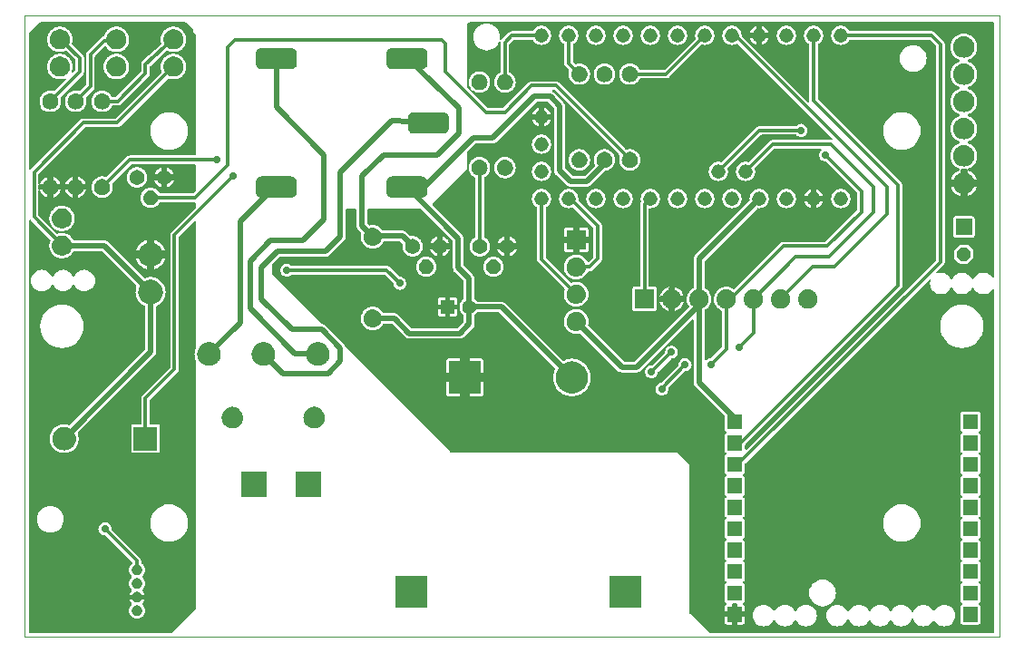
<source format=gbl>
G75*
G71*
%OFA0B0*%
%FSLAX23Y23*%
%IPPOS*%
%LPD*%
%ADD10C,0.1*%
%ADD11C,0.508*%
%ADD12C,0.305*%
%ADD13C,0.706*%
%LPD*%G36*
X382Y3000D02*
X382Y4000D01*
X382Y5000D01*
X382Y6000D01*
X382Y7000D01*
X382Y8000D01*
X382Y9000D01*
X382Y10000D01*
X382Y11000D01*
X382Y17000D01*
X382Y18000D01*
X382Y19000D01*
X382Y25000D01*
X382Y26000D01*
X382Y27000D01*
X382Y38911D01*
X517Y38960D01*
X570Y38897D01*
X2357Y37110D01*
X2374Y37028D01*
X2334Y36925D01*
X2323Y36891D01*
X2295Y36782D01*
X2288Y36745D01*
X2274Y36633D01*
X2272Y36596D01*
X2272Y36484D01*
X2274Y36448D01*
X2288Y36335D01*
X2295Y36300D01*
X2323Y36191D01*
X2334Y36156D01*
X2375Y36051D01*
X2391Y36018D01*
X2446Y35919D01*
X2465Y35888D01*
X2532Y35796D01*
X2554Y35769D01*
X2632Y35687D01*
X2659Y35662D01*
X2746Y35589D01*
X2775Y35568D01*
X2871Y35507D01*
X2903Y35489D01*
X3004Y35442D01*
X3039Y35428D01*
X3147Y35393D01*
X3181Y35384D01*
X3292Y35363D01*
X3328Y35359D01*
X3441Y35352D01*
X3478Y35352D01*
X3591Y35359D01*
X3626Y35363D01*
X3738Y35384D01*
X3773Y35393D01*
X3880Y35428D01*
X3914Y35442D01*
X4016Y35489D01*
X4048Y35507D01*
X4144Y35568D01*
X4173Y35589D01*
X4260Y35662D01*
X4287Y35687D01*
X4365Y35769D01*
X4388Y35796D01*
X4454Y35888D01*
X4473Y35919D01*
X4516Y35997D01*
X4584Y36037D01*
X7154Y36037D01*
X7208Y36014D01*
X10414Y32809D01*
X10431Y32727D01*
X10409Y32672D01*
X10401Y32649D01*
X10375Y32562D01*
X10370Y32538D01*
X10350Y32447D01*
X10347Y32425D01*
X10335Y32333D01*
X10334Y32310D01*
X10330Y32218D01*
X10330Y32194D01*
X10334Y32102D01*
X10335Y32078D01*
X10347Y31987D01*
X10350Y31963D01*
X10370Y31873D01*
X10375Y31850D01*
X10401Y31763D01*
X10409Y31740D01*
X10443Y31654D01*
X10452Y31633D01*
X10494Y31548D01*
X10504Y31527D01*
X10551Y31450D01*
X10564Y31429D01*
X10617Y31356D01*
X10632Y31337D01*
X10691Y31266D01*
X10707Y31250D01*
X10773Y31183D01*
X10790Y31167D01*
X10861Y31108D01*
X10879Y31093D01*
X10953Y31040D01*
X10974Y31027D01*
X11054Y30979D01*
X11073Y30968D01*
X11156Y30929D01*
X11180Y30918D01*
X11226Y30848D01*
X11226Y26827D01*
X11203Y26773D01*
X4224Y19794D01*
X4141Y19778D01*
X4133Y19781D01*
X4109Y19790D01*
X4021Y19818D01*
X3997Y19824D01*
X3906Y19844D01*
X3882Y19849D01*
X3788Y19860D01*
X3763Y19863D01*
X3672Y19867D01*
X3647Y19867D01*
X3555Y19863D01*
X3530Y19860D01*
X3438Y19849D01*
X3413Y19844D01*
X3322Y19824D01*
X3298Y19818D01*
X3210Y19790D01*
X3186Y19781D01*
X3101Y19747D01*
X3078Y19735D01*
X2995Y19692D01*
X2974Y19680D01*
X2895Y19629D01*
X2874Y19615D01*
X2802Y19559D01*
X2783Y19543D01*
X2714Y19480D01*
X2696Y19462D01*
X2633Y19394D01*
X2617Y19375D01*
X2561Y19303D01*
X2547Y19281D01*
X2496Y19202D01*
X2484Y19181D01*
X2442Y19100D01*
X2431Y19077D01*
X2395Y18990D01*
X2386Y18966D01*
X2359Y18879D01*
X2353Y18855D01*
X2332Y18763D01*
X2328Y18739D01*
X2316Y18646D01*
X2313Y18622D01*
X2310Y18530D01*
X2310Y18505D01*
X2313Y18413D01*
X2316Y18388D01*
X2328Y18295D01*
X2332Y18270D01*
X2353Y18180D01*
X2359Y18155D01*
X2387Y18067D01*
X2395Y18043D01*
X2431Y17958D01*
X2442Y17935D01*
X2484Y17853D01*
X2497Y17831D01*
X2547Y17753D01*
X2561Y17733D01*
X2618Y17659D01*
X2634Y17639D01*
X2696Y17571D01*
X2714Y17554D01*
X2783Y17491D01*
X2801Y17475D01*
X2874Y17419D01*
X2896Y17404D01*
X2975Y17354D01*
X2996Y17341D01*
X3077Y17299D01*
X3100Y17288D01*
X3186Y17253D01*
X3210Y17244D01*
X3299Y17217D01*
X3323Y17209D01*
X3413Y17189D01*
X3438Y17185D01*
X3529Y17173D01*
X3553Y17172D01*
X3647Y17168D01*
X3672Y17168D01*
X3765Y17172D01*
X3790Y17173D01*
X3882Y17185D01*
X3906Y17189D01*
X3996Y17209D01*
X4020Y17217D01*
X4110Y17244D01*
X4133Y17252D01*
X4218Y17288D01*
X4241Y17299D01*
X4323Y17341D01*
X4345Y17354D01*
X4423Y17404D01*
X4443Y17418D01*
X4518Y17475D01*
X4537Y17491D01*
X4605Y17554D01*
X4623Y17571D01*
X4685Y17639D01*
X4701Y17659D01*
X4758Y17733D01*
X4773Y17753D01*
X4822Y17831D01*
X4835Y17854D01*
X4877Y17935D01*
X4888Y17958D01*
X4924Y18043D01*
X4933Y18067D01*
X4960Y18155D01*
X4967Y18180D01*
X4987Y18270D01*
X4991Y18295D01*
X5003Y18387D01*
X5005Y18412D01*
X5010Y18505D01*
X5010Y18529D01*
X5005Y18623D01*
X5003Y18648D01*
X4991Y18739D01*
X4987Y18763D01*
X4967Y18855D01*
X4960Y18879D01*
X4933Y18966D01*
X4924Y18990D01*
X4921Y18998D01*
X4937Y19082D01*
X12083Y26228D01*
X12148Y26307D01*
X12195Y26395D01*
X12224Y26488D01*
X12234Y26591D01*
X12234Y30848D01*
X12279Y30918D01*
X12303Y30929D01*
X12385Y30968D01*
X12406Y30980D01*
X12485Y31027D01*
X12505Y31040D01*
X12580Y31093D01*
X12598Y31108D01*
X12669Y31168D01*
X12686Y31184D01*
X12752Y31250D01*
X12769Y31267D01*
X12827Y31337D01*
X12842Y31356D01*
X12895Y31429D01*
X12908Y31450D01*
X12955Y31528D01*
X12966Y31549D01*
X13007Y31633D01*
X13017Y31654D01*
X13049Y31739D01*
X13057Y31763D01*
X13084Y31851D01*
X13090Y31874D01*
X13108Y31964D01*
X13113Y31988D01*
X13124Y32078D01*
X13126Y32102D01*
X13130Y32194D01*
X13130Y32218D01*
X13126Y32310D01*
X13124Y32333D01*
X13113Y32423D01*
X13108Y32446D01*
X13090Y32537D01*
X13083Y32561D01*
X13057Y32649D01*
X13049Y32672D01*
X13016Y32757D01*
X13007Y32779D01*
X12966Y32861D01*
X12954Y32883D01*
X12908Y32961D01*
X12895Y32981D01*
X12842Y33056D01*
X12827Y33074D01*
X12768Y33144D01*
X12751Y33162D01*
X12686Y33227D01*
X12669Y33243D01*
X12599Y33303D01*
X12581Y33317D01*
X12505Y33371D01*
X12486Y33383D01*
X12406Y33431D01*
X12385Y33442D01*
X12303Y33483D01*
X12281Y33493D01*
X12196Y33525D01*
X12173Y33533D01*
X12085Y33560D01*
X12061Y33566D01*
X11970Y33584D01*
X11947Y33589D01*
X11855Y33599D01*
X11832Y33602D01*
X11742Y33606D01*
X11718Y33606D01*
X11627Y33602D01*
X11603Y33599D01*
X11512Y33589D01*
X11488Y33584D01*
X11398Y33566D01*
X11375Y33560D01*
X11287Y33533D01*
X11263Y33525D01*
X11208Y33504D01*
X11127Y33521D01*
X7754Y36895D01*
X7674Y36959D01*
X7588Y37006D01*
X7493Y37035D01*
X7390Y37045D01*
X4583Y37045D01*
X4516Y37084D01*
X4473Y37162D01*
X4454Y37193D01*
X4387Y37285D01*
X4365Y37313D01*
X4287Y37395D01*
X4261Y37420D01*
X4173Y37492D01*
X4144Y37513D01*
X4048Y37573D01*
X4016Y37591D01*
X3913Y37639D01*
X3880Y37653D01*
X3773Y37688D01*
X3738Y37697D01*
X3626Y37718D01*
X3591Y37722D01*
X3478Y37730D01*
X3442Y37730D01*
X3328Y37722D01*
X3292Y37718D01*
X3181Y37697D01*
X3146Y37688D01*
X3039Y37653D01*
X3024Y37647D01*
X2941Y37664D01*
X1276Y39328D01*
X1254Y39382D01*
X1254Y41705D01*
X1404Y41724D01*
X1434Y41636D01*
X1449Y41601D01*
X1489Y41518D01*
X1509Y41485D01*
X1561Y41407D01*
X1583Y41377D01*
X1645Y41307D01*
X1672Y41280D01*
X1742Y41219D01*
X1771Y41196D01*
X1848Y41144D01*
X1881Y41126D01*
X1965Y41084D01*
X1999Y41070D01*
X2087Y41040D01*
X2124Y41030D01*
X2096Y41036D01*
X2096Y41732D01*
X1330Y41732D01*
X1254Y41808D01*
X1254Y42193D01*
X1330Y42270D01*
X2096Y42270D01*
X2096Y42965D01*
X2124Y42971D01*
X2087Y42961D01*
X1999Y42931D01*
X1964Y42916D01*
X1882Y42876D01*
X1849Y42856D01*
X1771Y42805D01*
X1742Y42782D01*
X1671Y42720D01*
X1645Y42694D01*
X1583Y42624D01*
X1560Y42594D01*
X1509Y42517D01*
X1489Y42484D01*
X1449Y42401D01*
X1434Y42365D01*
X1404Y42277D01*
X1254Y42296D01*
X1254Y43193D01*
X1276Y43247D01*
X5603Y47575D01*
X5657Y47598D01*
X8610Y47598D01*
X8693Y47606D01*
X8769Y47629D01*
X8838Y47666D01*
X8901Y47719D01*
X13314Y52130D01*
X13401Y52145D01*
X13436Y52131D01*
X13545Y52096D01*
X13579Y52087D01*
X13690Y52066D01*
X13726Y52061D01*
X13840Y52054D01*
X13876Y52054D01*
X13989Y52061D01*
X14024Y52066D01*
X14136Y52087D01*
X14171Y52096D01*
X14278Y52131D01*
X14312Y52145D01*
X14414Y52192D01*
X14446Y52210D01*
X14542Y52271D01*
X14571Y52292D01*
X14658Y52363D01*
X14684Y52389D01*
X14762Y52472D01*
X14786Y52500D01*
X14852Y52591D01*
X14871Y52622D01*
X14926Y52721D01*
X14941Y52753D01*
X14983Y52859D01*
X14994Y52893D01*
X15022Y53003D01*
X15028Y53038D01*
X15043Y53151D01*
X15046Y53187D01*
X15046Y53299D01*
X15043Y53336D01*
X15028Y53449D01*
X15022Y53484D01*
X14994Y53594D01*
X14983Y53629D01*
X14941Y53733D01*
X14926Y53767D01*
X14871Y53865D01*
X14852Y53896D01*
X14786Y53987D01*
X14762Y54016D01*
X14685Y54098D01*
X14659Y54123D01*
X14571Y54195D01*
X14542Y54216D01*
X14446Y54276D01*
X14414Y54294D01*
X14312Y54342D01*
X14278Y54355D01*
X14171Y54391D01*
X14136Y54400D01*
X14024Y54421D01*
X13989Y54425D01*
X13876Y54433D01*
X13840Y54433D01*
X13726Y54425D01*
X13690Y54421D01*
X13579Y54400D01*
X13545Y54391D01*
X13436Y54355D01*
X13403Y54342D01*
X13301Y54294D01*
X13269Y54276D01*
X13173Y54216D01*
X13144Y54195D01*
X13057Y54123D01*
X13030Y54098D01*
X12953Y54016D01*
X12930Y53988D01*
X12864Y53896D01*
X12844Y53865D01*
X12789Y53766D01*
X12773Y53733D01*
X12732Y53628D01*
X12721Y53594D01*
X12693Y53483D01*
X12686Y53448D01*
X12671Y53337D01*
X12670Y53300D01*
X12670Y53186D01*
X12671Y53150D01*
X12686Y53039D01*
X12693Y53003D01*
X12721Y52894D01*
X12732Y52859D01*
X12762Y52782D01*
X12745Y52700D01*
X8470Y48425D01*
X8416Y48403D01*
X5463Y48403D01*
X5381Y48395D01*
X5306Y48372D01*
X5236Y48335D01*
X5173Y48283D01*
X570Y43680D01*
X517Y43616D01*
X382Y43664D01*
X382Y56324D01*
X404Y56378D01*
X1403Y57378D01*
X1457Y57401D01*
X14972Y57401D01*
X15026Y57378D01*
X15668Y56736D01*
X15690Y56690D01*
X15691Y56672D01*
X15736Y56526D01*
X15808Y56390D01*
X15905Y56272D01*
X15956Y56231D01*
X15984Y56172D01*
X15984Y45019D01*
X15907Y44943D01*
X9771Y44943D01*
X9688Y44935D01*
X9613Y44912D01*
X9544Y44875D01*
X9479Y44822D01*
X7618Y42960D01*
X7539Y42942D01*
X7484Y42961D01*
X7448Y42971D01*
X7356Y42989D01*
X7318Y42994D01*
X7226Y43000D01*
X7188Y43000D01*
X7096Y42994D01*
X7059Y42989D01*
X6967Y42971D01*
X6930Y42961D01*
X6842Y42931D01*
X6807Y42916D01*
X6725Y42876D01*
X6692Y42856D01*
X6613Y42805D01*
X6584Y42782D01*
X6515Y42721D01*
X6488Y42694D01*
X6426Y42624D01*
X6403Y42594D01*
X6351Y42517D01*
X6333Y42485D01*
X6292Y42401D01*
X6277Y42365D01*
X6247Y42276D01*
X6237Y42240D01*
X6219Y42149D01*
X6214Y42112D01*
X6209Y42019D01*
X6209Y41982D01*
X6214Y41888D01*
X6219Y41851D01*
X6237Y41761D01*
X6247Y41724D01*
X6277Y41636D01*
X6292Y41601D01*
X6333Y41517D01*
X6351Y41485D01*
X6403Y41407D01*
X6426Y41377D01*
X6488Y41307D01*
X6515Y41280D01*
X6584Y41220D01*
X6614Y41197D01*
X6691Y41144D01*
X6724Y41126D01*
X6808Y41084D01*
X6842Y41070D01*
X6930Y41040D01*
X6967Y41030D01*
X7058Y41012D01*
X7095Y41007D01*
X7189Y41001D01*
X7225Y41001D01*
X7319Y41007D01*
X7357Y41012D01*
X7448Y41030D01*
X7484Y41039D01*
X7572Y41070D01*
X7608Y41084D01*
X7691Y41126D01*
X7724Y41144D01*
X7801Y41196D01*
X7830Y41219D01*
X7901Y41280D01*
X7927Y41307D01*
X7989Y41377D01*
X8012Y41407D01*
X8063Y41485D01*
X8083Y41518D01*
X8124Y41601D01*
X8139Y41636D01*
X8168Y41723D01*
X8178Y41760D01*
X8196Y41852D01*
X8201Y41889D01*
X8207Y41982D01*
X8207Y42019D01*
X8201Y42112D01*
X8196Y42149D01*
X8178Y42241D01*
X8168Y42277D01*
X8159Y42304D01*
X8177Y42382D01*
X9910Y44115D01*
X9964Y44138D01*
X15907Y44138D01*
X15984Y44061D01*
X15984Y41732D01*
X15961Y41678D01*
X15708Y41425D01*
X15654Y41403D01*
X12636Y41403D01*
X12569Y41442D01*
X12539Y41497D01*
X12517Y41532D01*
X12461Y41606D01*
X12433Y41637D01*
X12367Y41704D01*
X12336Y41731D01*
X12260Y41788D01*
X12226Y41811D01*
X12143Y41856D01*
X12105Y41872D01*
X12017Y41906D01*
X11977Y41917D01*
X11884Y41937D01*
X11844Y41943D01*
X11749Y41950D01*
X11709Y41950D01*
X11616Y41943D01*
X11575Y41937D01*
X11482Y41917D01*
X11442Y41906D01*
X11353Y41873D01*
X11316Y41856D01*
X11234Y41811D01*
X11199Y41788D01*
X11123Y41731D01*
X11092Y41704D01*
X11025Y41637D01*
X10999Y41606D01*
X10942Y41532D01*
X10920Y41497D01*
X10875Y41414D01*
X10858Y41376D01*
X10825Y41287D01*
X10812Y41248D01*
X10793Y41156D01*
X10787Y41116D01*
X10781Y41021D01*
X10781Y40980D01*
X10787Y40886D01*
X10793Y40844D01*
X10812Y40754D01*
X10825Y40714D01*
X10858Y40624D01*
X10875Y40587D01*
X10920Y40504D01*
X10942Y40470D01*
X10999Y40394D01*
X11025Y40363D01*
X11092Y40296D01*
X11123Y40270D01*
X11199Y40213D01*
X11233Y40191D01*
X11317Y40145D01*
X11354Y40128D01*
X11442Y40095D01*
X11482Y40084D01*
X11574Y40064D01*
X11615Y40058D01*
X11709Y40052D01*
X11749Y40052D01*
X11845Y40058D01*
X11885Y40064D01*
X11977Y40084D01*
X12017Y40095D01*
X12104Y40128D01*
X12143Y40146D01*
X12226Y40191D01*
X12260Y40213D01*
X12336Y40270D01*
X12367Y40296D01*
X12433Y40364D01*
X12461Y40395D01*
X12517Y40470D01*
X12539Y40504D01*
X12569Y40558D01*
X12636Y40598D01*
X15849Y40598D01*
X15900Y40603D01*
X15984Y40526D01*
X15984Y40126D01*
X15961Y40072D01*
X13677Y37788D01*
X13625Y37724D01*
X13588Y37654D01*
X13565Y37578D01*
X13557Y37497D01*
X13557Y25175D01*
X13534Y25121D01*
X10978Y22565D01*
X10925Y22501D01*
X10888Y22431D01*
X10865Y22355D01*
X10857Y22273D01*
X10857Y19943D01*
X10780Y19867D01*
X10163Y19867D01*
X10111Y19862D01*
X10064Y19847D01*
X10021Y19824D01*
X9983Y19794D01*
X9952Y19756D01*
X9929Y19713D01*
X9915Y19665D01*
X9910Y19614D01*
X9910Y17421D01*
X9915Y17368D01*
X9929Y17322D01*
X9952Y17278D01*
X9983Y17241D01*
X10021Y17209D01*
X10064Y17186D01*
X10111Y17172D01*
X10163Y17167D01*
X12356Y17167D01*
X12408Y17172D01*
X12455Y17186D01*
X12498Y17209D01*
X12536Y17241D01*
X12567Y17278D01*
X12590Y17322D01*
X12605Y17368D01*
X12610Y17421D01*
X12610Y19614D01*
X12605Y19665D01*
X12590Y19713D01*
X12567Y19756D01*
X12536Y19794D01*
X12499Y19824D01*
X12455Y19847D01*
X12408Y19862D01*
X12356Y19867D01*
X11738Y19867D01*
X11662Y19943D01*
X11662Y22078D01*
X11684Y22132D01*
X14241Y24690D01*
X14293Y24754D01*
X14331Y24823D01*
X14354Y24898D01*
X14362Y24981D01*
X14362Y37301D01*
X14384Y37355D01*
X15853Y38825D01*
X15984Y38771D01*
X15984Y27066D01*
X15975Y27030D01*
X15964Y27009D01*
X15953Y26986D01*
X15918Y26902D01*
X15910Y26879D01*
X15881Y26788D01*
X15874Y26764D01*
X15855Y26675D01*
X15851Y26649D01*
X15838Y26557D01*
X15837Y26533D01*
X15833Y26440D01*
X15833Y26415D01*
X15837Y26322D01*
X15838Y26297D01*
X15851Y26206D01*
X15855Y26181D01*
X15874Y26091D01*
X15881Y26066D01*
X15910Y25977D01*
X15918Y25953D01*
X15953Y25868D01*
X15964Y25845D01*
X15975Y25824D01*
X15984Y25789D01*
X15984Y2635D01*
X15961Y2581D01*
X13785Y405D01*
X13731Y383D01*
X458Y383D01*
X382Y459D01*
X382Y3000D01*
G37*
%LPC*%G36*
X7344Y53187D02*
X7346Y53151D01*
X7361Y53038D01*
X7367Y53003D01*
X7396Y52893D01*
X7406Y52859D01*
X7448Y52753D01*
X7464Y52721D01*
X7518Y52622D01*
X7537Y52591D01*
X7603Y52500D01*
X7627Y52472D01*
X7705Y52389D01*
X7731Y52363D01*
X7818Y52292D01*
X7847Y52271D01*
X7943Y52210D01*
X7975Y52192D01*
X8077Y52145D01*
X8111Y52131D01*
X8218Y52096D01*
X8254Y52087D01*
X8365Y52066D01*
X8400Y52061D01*
X8514Y52054D01*
X8550Y52054D01*
X8663Y52061D01*
X8699Y52066D01*
X8810Y52087D01*
X8845Y52096D01*
X8953Y52131D01*
X8987Y52145D01*
X9089Y52192D01*
X9120Y52210D01*
X9216Y52271D01*
X9245Y52292D01*
X9332Y52363D01*
X9359Y52389D01*
X9437Y52472D01*
X9460Y52499D01*
X9526Y52591D01*
X9545Y52622D01*
X9600Y52721D01*
X9616Y52754D01*
X9657Y52859D01*
X9669Y52894D01*
X9696Y53003D01*
X9704Y53039D01*
X9718Y53150D01*
X9720Y53186D01*
X9720Y53300D01*
X9718Y53337D01*
X9704Y53448D01*
X9696Y53483D01*
X9669Y53594D01*
X9657Y53628D01*
X9616Y53733D01*
X9600Y53766D01*
X9545Y53865D01*
X9526Y53896D01*
X9459Y53988D01*
X9437Y54016D01*
X9359Y54098D01*
X9333Y54123D01*
X9245Y54195D01*
X9216Y54216D01*
X9120Y54277D01*
X9089Y54294D01*
X8987Y54342D01*
X8953Y54355D01*
X8845Y54391D01*
X8810Y54400D01*
X8699Y54421D01*
X8663Y54425D01*
X8550Y54433D01*
X8514Y54433D01*
X8400Y54425D01*
X8365Y54421D01*
X8254Y54400D01*
X8218Y54391D01*
X8111Y54355D01*
X8077Y54342D01*
X7975Y54294D01*
X7943Y54276D01*
X7847Y54216D01*
X7818Y54195D01*
X7731Y54123D01*
X7704Y54098D01*
X7627Y54016D01*
X7603Y53987D01*
X7538Y53896D01*
X7518Y53865D01*
X7464Y53767D01*
X7449Y53733D01*
X7406Y53629D01*
X7396Y53594D01*
X7367Y53484D01*
X7361Y53449D01*
X7346Y53336D01*
X7344Y53299D01*
X7344Y53187D01*
G37*
G36*
X7603Y55040D02*
X7627Y55012D01*
X7705Y54929D01*
X7731Y54903D01*
X7818Y54832D01*
X7847Y54811D01*
X7943Y54750D01*
X7975Y54732D01*
X8077Y54685D01*
X8111Y54671D01*
X8218Y54636D01*
X8254Y54627D01*
X8365Y54606D01*
X8400Y54601D01*
X8514Y54594D01*
X8550Y54594D01*
X8663Y54601D01*
X8699Y54606D01*
X8810Y54627D01*
X8845Y54636D01*
X8953Y54671D01*
X8987Y54685D01*
X9089Y54732D01*
X9120Y54750D01*
X9216Y54811D01*
X9245Y54832D01*
X9332Y54903D01*
X9359Y54929D01*
X9437Y55012D01*
X9460Y55039D01*
X9526Y55131D01*
X9545Y55162D01*
X9600Y55261D01*
X9616Y55294D01*
X9657Y55399D01*
X9669Y55434D01*
X9696Y55543D01*
X9704Y55579D01*
X9718Y55690D01*
X9720Y55726D01*
X9720Y55840D01*
X9718Y55877D01*
X9704Y55988D01*
X9696Y56023D01*
X9669Y56134D01*
X9657Y56168D01*
X9616Y56273D01*
X9600Y56306D01*
X9545Y56405D01*
X9526Y56436D01*
X9459Y56528D01*
X9437Y56556D01*
X9359Y56638D01*
X9333Y56663D01*
X9245Y56735D01*
X9216Y56756D01*
X9120Y56817D01*
X9089Y56834D01*
X8987Y56882D01*
X8953Y56895D01*
X8845Y56931D01*
X8810Y56940D01*
X8699Y56961D01*
X8663Y56965D01*
X8550Y56973D01*
X8514Y56973D01*
X8400Y56965D01*
X8365Y56961D01*
X8254Y56940D01*
X8218Y56931D01*
X8111Y56895D01*
X8077Y56882D01*
X7975Y56834D01*
X7943Y56816D01*
X7847Y56756D01*
X7818Y56735D01*
X7731Y56663D01*
X7704Y56638D01*
X7627Y56556D01*
X7603Y56527D01*
X7538Y56436D01*
X7518Y56405D01*
X7464Y56307D01*
X7449Y56273D01*
X7406Y56169D01*
X7396Y56134D01*
X7391Y56116D01*
X7339Y56062D01*
X7259Y56038D01*
X7190Y56001D01*
X7127Y55949D01*
X5820Y54642D01*
X5767Y54578D01*
X5730Y54509D01*
X5708Y54433D01*
X5700Y54352D01*
X5700Y51574D01*
X5677Y51520D01*
X5122Y50965D01*
X5043Y50947D01*
X5003Y50961D01*
X4967Y50971D01*
X4875Y50989D01*
X4837Y50994D01*
X4745Y51000D01*
X4707Y51000D01*
X4615Y50994D01*
X4578Y50989D01*
X4486Y50971D01*
X4449Y50961D01*
X4361Y50931D01*
X4326Y50916D01*
X4244Y50876D01*
X4211Y50856D01*
X4132Y50805D01*
X4103Y50782D01*
X4034Y50721D01*
X4007Y50694D01*
X3945Y50624D01*
X3922Y50594D01*
X3870Y50517D01*
X3852Y50485D01*
X3811Y50401D01*
X3796Y50365D01*
X3766Y50276D01*
X3756Y50240D01*
X3738Y50149D01*
X3733Y50112D01*
X3728Y50019D01*
X3728Y49982D01*
X3733Y49888D01*
X3738Y49851D01*
X3756Y49761D01*
X3766Y49724D01*
X3796Y49636D01*
X3811Y49601D01*
X3852Y49517D01*
X3870Y49485D01*
X3922Y49407D01*
X3945Y49377D01*
X4007Y49307D01*
X4034Y49280D01*
X4103Y49220D01*
X4133Y49197D01*
X4210Y49144D01*
X4243Y49126D01*
X4327Y49084D01*
X4361Y49070D01*
X4449Y49040D01*
X4486Y49030D01*
X4577Y49012D01*
X4614Y49007D01*
X4708Y49001D01*
X4744Y49001D01*
X4838Y49007D01*
X4876Y49012D01*
X4967Y49030D01*
X5003Y49039D01*
X5091Y49070D01*
X5127Y49084D01*
X5210Y49126D01*
X5243Y49144D01*
X5320Y49196D01*
X5349Y49219D01*
X5420Y49280D01*
X5446Y49307D01*
X5508Y49377D01*
X5531Y49407D01*
X5582Y49485D01*
X5602Y49518D01*
X5643Y49601D01*
X5658Y49636D01*
X5687Y49723D01*
X5697Y49760D01*
X5715Y49852D01*
X5720Y49889D01*
X5726Y49982D01*
X5726Y50019D01*
X5720Y50112D01*
X5715Y50149D01*
X5697Y50241D01*
X5687Y50277D01*
X5673Y50319D01*
X5692Y50397D01*
X6384Y51089D01*
X6436Y51152D01*
X6473Y51221D01*
X6496Y51298D01*
X6505Y51379D01*
X6505Y54157D01*
X6527Y54211D01*
X7436Y55120D01*
X7552Y55111D01*
X7603Y55040D01*
G37*
G36*
X2074Y53187D02*
X2076Y53151D01*
X2091Y53038D01*
X2097Y53003D01*
X2126Y52893D01*
X2136Y52859D01*
X2178Y52753D01*
X2194Y52721D01*
X2248Y52622D01*
X2267Y52591D01*
X2333Y52500D01*
X2357Y52472D01*
X2435Y52389D01*
X2461Y52363D01*
X2548Y52292D01*
X2577Y52271D01*
X2673Y52210D01*
X2705Y52192D01*
X2807Y52145D01*
X2841Y52131D01*
X2948Y52096D01*
X2984Y52087D01*
X3095Y52066D01*
X3130Y52061D01*
X3244Y52054D01*
X3280Y52054D01*
X3393Y52061D01*
X3429Y52066D01*
X3540Y52087D01*
X3575Y52096D01*
X3683Y52131D01*
X3717Y52145D01*
X3740Y52155D01*
X3826Y52032D01*
X2760Y50966D01*
X2681Y50947D01*
X2642Y50961D01*
X2605Y50971D01*
X2513Y50989D01*
X2475Y50994D01*
X2384Y51000D01*
X2345Y51000D01*
X2253Y50994D01*
X2216Y50989D01*
X2124Y50971D01*
X2087Y50961D01*
X1999Y50931D01*
X1964Y50916D01*
X1882Y50876D01*
X1849Y50856D01*
X1771Y50805D01*
X1742Y50782D01*
X1671Y50720D01*
X1645Y50694D01*
X1583Y50624D01*
X1560Y50594D01*
X1509Y50517D01*
X1489Y50484D01*
X1449Y50401D01*
X1434Y50365D01*
X1404Y50277D01*
X1395Y50241D01*
X1377Y50149D01*
X1371Y50112D01*
X1366Y50019D01*
X1366Y49982D01*
X1371Y49889D01*
X1377Y49852D01*
X1395Y49760D01*
X1404Y49723D01*
X1434Y49636D01*
X1449Y49601D01*
X1484Y49529D01*
X1491Y49503D01*
X1497Y49448D01*
X1519Y49372D01*
X1556Y49303D01*
X1606Y49243D01*
X1667Y49192D01*
X1736Y49155D01*
X1812Y49133D01*
X1869Y49127D01*
X1895Y49119D01*
X1965Y49084D01*
X1999Y49070D01*
X2087Y49040D01*
X2124Y49030D01*
X2215Y49012D01*
X2252Y49007D01*
X2346Y49001D01*
X2383Y49001D01*
X2476Y49007D01*
X2514Y49012D01*
X2605Y49030D01*
X2642Y49040D01*
X2729Y49070D01*
X2765Y49084D01*
X2848Y49126D01*
X2881Y49144D01*
X2958Y49196D01*
X2987Y49219D01*
X3058Y49280D01*
X3084Y49307D01*
X3146Y49377D01*
X3169Y49407D01*
X3220Y49485D01*
X3240Y49518D01*
X3281Y49601D01*
X3296Y49636D01*
X3325Y49723D01*
X3335Y49760D01*
X3353Y49852D01*
X3358Y49889D01*
X3364Y49982D01*
X3364Y50019D01*
X3358Y50112D01*
X3353Y50149D01*
X3335Y50241D01*
X3325Y50277D01*
X3311Y50318D01*
X3330Y50397D01*
X5391Y52458D01*
X5443Y52522D01*
X5481Y52592D01*
X5504Y52666D01*
X5512Y52749D01*
X5512Y54077D01*
X5511Y54093D01*
X5506Y54133D01*
X5504Y54160D01*
X5501Y54172D01*
X5491Y54203D01*
X5481Y54235D01*
X5475Y54248D01*
X5458Y54278D01*
X5443Y54304D01*
X5436Y54315D01*
X5411Y54344D01*
X5394Y54365D01*
X5385Y54373D01*
X5379Y54380D01*
X4395Y55286D01*
X4376Y55370D01*
X4387Y55399D01*
X4399Y55434D01*
X4426Y55543D01*
X4434Y55579D01*
X4448Y55690D01*
X4450Y55726D01*
X4450Y55840D01*
X4448Y55877D01*
X4434Y55988D01*
X4426Y56023D01*
X4399Y56134D01*
X4387Y56168D01*
X4346Y56273D01*
X4330Y56306D01*
X4275Y56405D01*
X4256Y56436D01*
X4189Y56528D01*
X4167Y56556D01*
X4089Y56638D01*
X4063Y56663D01*
X3975Y56735D01*
X3946Y56756D01*
X3850Y56817D01*
X3819Y56834D01*
X3717Y56882D01*
X3683Y56895D01*
X3575Y56931D01*
X3540Y56940D01*
X3429Y56961D01*
X3393Y56965D01*
X3280Y56973D01*
X3244Y56973D01*
X3130Y56965D01*
X3095Y56961D01*
X2984Y56940D01*
X2948Y56931D01*
X2841Y56895D01*
X2807Y56882D01*
X2705Y56834D01*
X2673Y56816D01*
X2577Y56756D01*
X2548Y56735D01*
X2461Y56663D01*
X2434Y56638D01*
X2357Y56556D01*
X2333Y56527D01*
X2268Y56436D01*
X2248Y56405D01*
X2194Y56307D01*
X2179Y56273D01*
X2136Y56169D01*
X2126Y56134D01*
X2097Y56024D01*
X2091Y55989D01*
X2076Y55876D01*
X2074Y55839D01*
X2074Y55727D01*
X2076Y55691D01*
X2091Y55578D01*
X2097Y55543D01*
X2126Y55433D01*
X2136Y55399D01*
X2178Y55293D01*
X2194Y55261D01*
X2248Y55162D01*
X2267Y55131D01*
X2333Y55040D01*
X2357Y55012D01*
X2435Y54929D01*
X2461Y54903D01*
X2548Y54832D01*
X2577Y54811D01*
X2673Y54750D01*
X2705Y54732D01*
X2807Y54685D01*
X2841Y54671D01*
X2948Y54636D01*
X2984Y54627D01*
X3095Y54606D01*
X3130Y54601D01*
X3244Y54594D01*
X3280Y54594D01*
X3393Y54601D01*
X3429Y54606D01*
X3540Y54627D01*
X3575Y54636D01*
X3683Y54671D01*
X3717Y54685D01*
X3766Y54707D01*
X3850Y54694D01*
X4682Y53927D01*
X4707Y53871D01*
X4707Y52944D01*
X4684Y52890D01*
X4475Y52681D01*
X4349Y52762D01*
X4387Y52859D01*
X4399Y52894D01*
X4426Y53003D01*
X4434Y53039D01*
X4448Y53150D01*
X4450Y53186D01*
X4450Y53300D01*
X4448Y53337D01*
X4434Y53448D01*
X4426Y53483D01*
X4399Y53594D01*
X4387Y53628D01*
X4346Y53733D01*
X4330Y53766D01*
X4275Y53865D01*
X4256Y53896D01*
X4189Y53988D01*
X4167Y54016D01*
X4089Y54098D01*
X4063Y54123D01*
X3975Y54195D01*
X3946Y54216D01*
X3850Y54277D01*
X3819Y54294D01*
X3717Y54342D01*
X3683Y54355D01*
X3575Y54391D01*
X3540Y54400D01*
X3429Y54421D01*
X3393Y54425D01*
X3280Y54433D01*
X3244Y54433D01*
X3130Y54425D01*
X3095Y54421D01*
X2984Y54400D01*
X2948Y54391D01*
X2841Y54355D01*
X2807Y54342D01*
X2705Y54294D01*
X2673Y54276D01*
X2577Y54216D01*
X2548Y54195D01*
X2461Y54123D01*
X2434Y54098D01*
X2357Y54016D01*
X2333Y53987D01*
X2268Y53896D01*
X2248Y53865D01*
X2194Y53767D01*
X2179Y53733D01*
X2136Y53629D01*
X2126Y53594D01*
X2097Y53484D01*
X2091Y53449D01*
X2076Y53336D01*
X2074Y53299D01*
X2074Y53187D01*
G37*
G36*
X8083Y50484D02*
X8063Y50517D01*
X8012Y50594D01*
X7989Y50624D01*
X7927Y50694D01*
X7901Y50720D01*
X7830Y50782D01*
X7801Y50805D01*
X7724Y50856D01*
X7691Y50876D01*
X7608Y50916D01*
X7572Y50931D01*
X7484Y50961D01*
X7448Y50971D01*
X7356Y50989D01*
X7318Y50994D01*
X7226Y51000D01*
X7188Y51000D01*
X7096Y50994D01*
X7059Y50989D01*
X6967Y50971D01*
X6930Y50961D01*
X6842Y50931D01*
X6807Y50916D01*
X6725Y50876D01*
X6692Y50856D01*
X6613Y50805D01*
X6584Y50782D01*
X6515Y50721D01*
X6488Y50694D01*
X6426Y50624D01*
X6403Y50594D01*
X6351Y50517D01*
X6333Y50485D01*
X6292Y50401D01*
X6277Y50365D01*
X6247Y50276D01*
X6237Y50240D01*
X6219Y50149D01*
X6214Y50112D01*
X6209Y50019D01*
X6209Y49982D01*
X6214Y49888D01*
X6219Y49851D01*
X6237Y49761D01*
X6247Y49724D01*
X6277Y49636D01*
X6292Y49601D01*
X6333Y49517D01*
X6351Y49485D01*
X6403Y49407D01*
X6426Y49377D01*
X6488Y49307D01*
X6515Y49280D01*
X6584Y49220D01*
X6614Y49197D01*
X6691Y49144D01*
X6724Y49126D01*
X6808Y49084D01*
X6842Y49070D01*
X6930Y49040D01*
X6967Y49030D01*
X7058Y49012D01*
X7095Y49007D01*
X7189Y49001D01*
X7225Y49001D01*
X7319Y49007D01*
X7357Y49012D01*
X7448Y49030D01*
X7484Y49039D01*
X7572Y49070D01*
X7608Y49084D01*
X7691Y49126D01*
X7724Y49144D01*
X7801Y49196D01*
X7830Y49219D01*
X7901Y49280D01*
X7927Y49307D01*
X7989Y49377D01*
X8012Y49407D01*
X8063Y49485D01*
X8083Y49518D01*
X8101Y49555D01*
X8170Y49598D01*
X8668Y49598D01*
X8750Y49606D01*
X8826Y49629D01*
X8895Y49666D01*
X8958Y49719D01*
X11542Y52302D01*
X11594Y52365D01*
X11631Y52435D01*
X11655Y52510D01*
X11663Y52592D01*
X11663Y53260D01*
X11688Y53318D01*
X13250Y54705D01*
X13334Y54717D01*
X13403Y54685D01*
X13436Y54671D01*
X13545Y54636D01*
X13579Y54627D01*
X13690Y54606D01*
X13726Y54601D01*
X13840Y54594D01*
X13876Y54594D01*
X13989Y54601D01*
X14024Y54606D01*
X14136Y54627D01*
X14171Y54636D01*
X14278Y54671D01*
X14312Y54685D01*
X14414Y54732D01*
X14446Y54750D01*
X14542Y54811D01*
X14571Y54832D01*
X14658Y54903D01*
X14684Y54929D01*
X14762Y55012D01*
X14786Y55040D01*
X14852Y55131D01*
X14871Y55162D01*
X14926Y55261D01*
X14941Y55293D01*
X14983Y55399D01*
X14994Y55433D01*
X15022Y55543D01*
X15028Y55578D01*
X15043Y55691D01*
X15046Y55727D01*
X15046Y55839D01*
X15043Y55876D01*
X15028Y55989D01*
X15022Y56024D01*
X14994Y56134D01*
X14983Y56169D01*
X14941Y56273D01*
X14926Y56307D01*
X14871Y56405D01*
X14852Y56436D01*
X14786Y56527D01*
X14762Y56556D01*
X14685Y56638D01*
X14659Y56663D01*
X14571Y56735D01*
X14542Y56756D01*
X14446Y56816D01*
X14414Y56834D01*
X14312Y56882D01*
X14278Y56895D01*
X14171Y56931D01*
X14136Y56940D01*
X14024Y56961D01*
X13989Y56965D01*
X13876Y56973D01*
X13840Y56973D01*
X13726Y56965D01*
X13690Y56961D01*
X13579Y56940D01*
X13545Y56931D01*
X13436Y56895D01*
X13403Y56882D01*
X13301Y56834D01*
X13269Y56816D01*
X13173Y56756D01*
X13144Y56735D01*
X13057Y56663D01*
X13030Y56638D01*
X12953Y56556D01*
X12930Y56528D01*
X12864Y56436D01*
X12844Y56405D01*
X12789Y56306D01*
X12773Y56273D01*
X12732Y56168D01*
X12721Y56134D01*
X12693Y56023D01*
X12686Y55988D01*
X12671Y55877D01*
X12670Y55840D01*
X12670Y55726D01*
X12671Y55690D01*
X12686Y55579D01*
X12693Y55543D01*
X12721Y55434D01*
X12732Y55399D01*
X12735Y55391D01*
X12715Y55306D01*
X10996Y53779D01*
X10983Y53766D01*
X10976Y53760D01*
X10958Y53738D01*
X10939Y53718D01*
X10935Y53711D01*
X10930Y53703D01*
X10915Y53678D01*
X10898Y53651D01*
X10892Y53635D01*
X10881Y53606D01*
X10871Y53577D01*
X10869Y53569D01*
X10867Y53558D01*
X10863Y53528D01*
X10859Y53499D01*
X10859Y53483D01*
X10858Y53472D01*
X10858Y52787D01*
X10835Y52733D01*
X8527Y50425D01*
X8473Y50403D01*
X8170Y50403D01*
X8101Y50446D01*
X8083Y50484D01*
G37*
G36*
X15174Y47568D02*
X15075Y47896D01*
X14913Y48199D01*
X14696Y48463D01*
X14430Y48680D01*
X14129Y48842D01*
X13800Y48942D01*
X13459Y48975D01*
X13118Y48942D01*
X12791Y48842D01*
X12488Y48680D01*
X12223Y48463D01*
X12006Y48199D01*
X11844Y47896D01*
X11745Y47568D01*
X11711Y47227D01*
X11745Y46886D01*
X11844Y46558D01*
X12006Y46256D01*
X12224Y45991D01*
X12488Y45773D01*
X12790Y45612D01*
X13118Y45513D01*
X13459Y45479D01*
X13800Y45513D01*
X14129Y45612D01*
X14430Y45773D01*
X14696Y45991D01*
X14913Y46256D01*
X15075Y46558D01*
X15174Y46886D01*
X15207Y47227D01*
X15174Y47568D01*
G37*
G36*
X15174Y10968D02*
X15075Y11296D01*
X14913Y11599D01*
X14696Y11863D01*
X14430Y12080D01*
X14129Y12242D01*
X13800Y12342D01*
X13459Y12375D01*
X13118Y12342D01*
X12791Y12242D01*
X12488Y12080D01*
X12223Y11863D01*
X12006Y11599D01*
X11844Y11296D01*
X11745Y10968D01*
X11711Y10627D01*
X11745Y10286D01*
X11844Y9958D01*
X12006Y9656D01*
X12224Y9391D01*
X12488Y9173D01*
X12790Y9012D01*
X13118Y8913D01*
X13459Y8879D01*
X13800Y8913D01*
X14129Y9012D01*
X14430Y9173D01*
X14696Y9391D01*
X14913Y9656D01*
X15075Y9958D01*
X15174Y10286D01*
X15207Y10627D01*
X15174Y10968D01*
G37*
G36*
X3594Y11245D02*
X3522Y11480D01*
X3406Y11697D01*
X3251Y11887D01*
X3060Y12042D01*
X2844Y12158D01*
X2609Y12229D01*
X2364Y12253D01*
X2120Y12229D01*
X1885Y12158D01*
X1669Y12042D01*
X1478Y11887D01*
X1323Y11697D01*
X1207Y11480D01*
X1136Y11245D01*
X1112Y11000D01*
X1136Y10756D01*
X1207Y10521D01*
X1323Y10304D01*
X1478Y10115D01*
X1669Y9959D01*
X1886Y9843D01*
X2120Y9772D01*
X2364Y9747D01*
X2609Y9772D01*
X2844Y9843D01*
X3060Y9959D01*
X3251Y10115D01*
X3406Y10304D01*
X3522Y10521D01*
X3594Y10756D01*
X3617Y11000D01*
X3594Y11245D01*
G37*
G36*
X5448Y29396D02*
X5333Y29777D01*
X5145Y30127D01*
X4893Y30434D01*
X4586Y30686D01*
X4236Y30874D01*
X3855Y30989D01*
X3459Y31028D01*
X3064Y30989D01*
X2684Y30874D01*
X2333Y30686D01*
X2026Y30434D01*
X1774Y30127D01*
X1586Y29777D01*
X1471Y29396D01*
X1432Y29000D01*
X1471Y28605D01*
X1586Y28225D01*
X1774Y27874D01*
X2026Y27567D01*
X2333Y27314D01*
X2684Y27127D01*
X3064Y27012D01*
X3459Y26973D01*
X3855Y27012D01*
X4236Y27127D01*
X4586Y27314D01*
X4893Y27567D01*
X5145Y27874D01*
X5333Y28225D01*
X5448Y28605D01*
X5487Y29000D01*
X5448Y29396D01*
G37*
G36*
X2407Y33821D02*
X2281Y33974D01*
X2127Y34099D01*
X1953Y34193D01*
X1763Y34251D01*
X1565Y34270D01*
X1368Y34251D01*
X1179Y34193D01*
X1004Y34099D01*
X850Y33974D01*
X724Y33821D01*
X631Y33646D01*
X574Y33456D01*
X554Y33258D01*
X574Y33061D01*
X631Y32872D01*
X724Y32697D01*
X850Y32544D01*
X1004Y32417D01*
X1178Y32324D01*
X1368Y32267D01*
X1565Y32247D01*
X1763Y32267D01*
X1953Y32324D01*
X2127Y32417D01*
X2281Y32544D01*
X2407Y32697D01*
X2494Y32860D01*
X2629Y32861D01*
X2717Y32697D01*
X2843Y32544D01*
X2996Y32417D01*
X3170Y32324D01*
X3360Y32267D01*
X3558Y32247D01*
X3755Y32267D01*
X3945Y32324D01*
X4119Y32417D01*
X4273Y32544D01*
X4399Y32697D01*
X4478Y32845D01*
X4613Y32845D01*
X4692Y32697D01*
X4818Y32544D01*
X4971Y32417D01*
X5145Y32324D01*
X5335Y32267D01*
X5533Y32247D01*
X5730Y32267D01*
X5920Y32324D01*
X6095Y32417D01*
X6248Y32544D01*
X6374Y32697D01*
X6467Y32872D01*
X6525Y33061D01*
X6544Y33258D01*
X6525Y33456D01*
X6467Y33646D01*
X6374Y33821D01*
X6248Y33974D01*
X6095Y34099D01*
X5920Y34193D01*
X5730Y34251D01*
X5533Y34270D01*
X5335Y34251D01*
X5146Y34193D01*
X4971Y34099D01*
X4817Y33974D01*
X4692Y33821D01*
X4613Y33673D01*
X4478Y33673D01*
X4399Y33821D01*
X4273Y33974D01*
X4119Y34099D01*
X3945Y34193D01*
X3755Y34251D01*
X3558Y34270D01*
X3360Y34251D01*
X3171Y34193D01*
X2996Y34099D01*
X2842Y33974D01*
X2717Y33821D01*
X2629Y33657D01*
X2494Y33657D01*
X2407Y33821D01*
G37*
G36*
X10370Y35373D02*
X10375Y35350D01*
X10401Y35263D01*
X10409Y35240D01*
X10443Y35154D01*
X10452Y35133D01*
X10494Y35048D01*
X10504Y35027D01*
X10551Y34950D01*
X10564Y34929D01*
X10617Y34856D01*
X10632Y34837D01*
X10691Y34766D01*
X10707Y34750D01*
X10773Y34683D01*
X10790Y34667D01*
X10861Y34608D01*
X10879Y34593D01*
X10953Y34540D01*
X10974Y34527D01*
X11054Y34479D01*
X11073Y34468D01*
X11156Y34429D01*
X11179Y34419D01*
X11264Y34385D01*
X11287Y34377D01*
X11374Y34351D01*
X11397Y34346D01*
X11361Y34354D01*
X11361Y35337D01*
X10377Y35337D01*
X10370Y35373D01*
G37*
G36*
X12062Y34346D02*
X12086Y34351D01*
X12173Y34377D01*
X12195Y34385D01*
X12281Y34419D01*
X12303Y34429D01*
X12385Y34468D01*
X12406Y34480D01*
X12485Y34527D01*
X12505Y34540D01*
X12580Y34593D01*
X12598Y34608D01*
X12669Y34668D01*
X12686Y34684D01*
X12752Y34750D01*
X12769Y34767D01*
X12827Y34837D01*
X12842Y34856D01*
X12895Y34929D01*
X12908Y34950D01*
X12955Y35028D01*
X12966Y35049D01*
X13007Y35133D01*
X13017Y35154D01*
X13049Y35239D01*
X13057Y35263D01*
X13084Y35351D01*
X13090Y35374D01*
X13082Y35337D01*
X12099Y35337D01*
X12099Y34354D01*
X12062Y34346D01*
G37*
G36*
X13090Y36037D02*
X13083Y36061D01*
X13057Y36149D01*
X13049Y36172D01*
X13016Y36257D01*
X13007Y36279D01*
X12966Y36361D01*
X12954Y36383D01*
X12908Y36461D01*
X12895Y36481D01*
X12842Y36556D01*
X12827Y36574D01*
X12768Y36644D01*
X12751Y36662D01*
X12686Y36727D01*
X12669Y36743D01*
X12599Y36803D01*
X12581Y36817D01*
X12505Y36871D01*
X12486Y36883D01*
X12406Y36931D01*
X12385Y36942D01*
X12303Y36983D01*
X12281Y36993D01*
X12196Y37025D01*
X12173Y37033D01*
X12085Y37060D01*
X12061Y37066D01*
X12099Y37058D01*
X12099Y36075D01*
X13081Y36075D01*
X13090Y36037D01*
G37*
G36*
X11398Y37066D02*
X11375Y37060D01*
X11287Y37033D01*
X11263Y37025D01*
X11178Y36993D01*
X11156Y36983D01*
X11074Y36943D01*
X11054Y36931D01*
X10973Y36883D01*
X10953Y36871D01*
X10879Y36817D01*
X10860Y36803D01*
X10790Y36743D01*
X10773Y36727D01*
X10707Y36662D01*
X10692Y36645D01*
X10632Y36574D01*
X10617Y36556D01*
X10564Y36481D01*
X10551Y36461D01*
X10504Y36384D01*
X10494Y36362D01*
X10452Y36279D01*
X10443Y36257D01*
X10409Y36172D01*
X10401Y36149D01*
X10375Y36062D01*
X10370Y36038D01*
X10378Y36075D01*
X11361Y36075D01*
X11361Y37058D01*
X11398Y37066D01*
G37*
G36*
X3756Y41761D02*
X3766Y41724D01*
X3796Y41636D01*
X3811Y41601D01*
X3852Y41517D01*
X3870Y41485D01*
X3922Y41407D01*
X3945Y41377D01*
X4007Y41307D01*
X4034Y41280D01*
X4103Y41220D01*
X4133Y41197D01*
X4210Y41144D01*
X4243Y41126D01*
X4327Y41084D01*
X4361Y41070D01*
X4449Y41040D01*
X4486Y41030D01*
X4458Y41036D01*
X4458Y41732D01*
X3761Y41732D01*
X3756Y41761D01*
G37*
G36*
X4967Y41030D02*
X5003Y41039D01*
X5091Y41070D01*
X5127Y41084D01*
X5210Y41126D01*
X5243Y41144D01*
X5320Y41196D01*
X5349Y41219D01*
X5420Y41280D01*
X5446Y41307D01*
X5508Y41377D01*
X5531Y41407D01*
X5582Y41485D01*
X5602Y41518D01*
X5643Y41601D01*
X5658Y41636D01*
X5687Y41723D01*
X5697Y41761D01*
X5691Y41732D01*
X4996Y41732D01*
X4996Y41036D01*
X4967Y41030D01*
G37*
G36*
X5697Y42241D02*
X5687Y42277D01*
X5658Y42365D01*
X5643Y42401D01*
X5602Y42484D01*
X5582Y42517D01*
X5531Y42594D01*
X5508Y42624D01*
X5446Y42694D01*
X5420Y42720D01*
X5349Y42782D01*
X5320Y42805D01*
X5243Y42856D01*
X5210Y42876D01*
X5127Y42916D01*
X5091Y42931D01*
X5003Y42961D01*
X4967Y42971D01*
X4996Y42965D01*
X4996Y42270D01*
X5691Y42270D01*
X5697Y42241D01*
G37*
G36*
X4486Y42971D02*
X4449Y42961D01*
X4361Y42931D01*
X4326Y42916D01*
X4244Y42876D01*
X4211Y42856D01*
X4132Y42805D01*
X4103Y42782D01*
X4034Y42721D01*
X4007Y42694D01*
X3945Y42624D01*
X3922Y42594D01*
X3870Y42517D01*
X3852Y42485D01*
X3811Y42401D01*
X3796Y42365D01*
X3766Y42276D01*
X3756Y42241D01*
X3761Y42270D01*
X4458Y42270D01*
X4458Y42965D01*
X4486Y42971D01*
G37*
G36*
X2605Y41030D02*
X2642Y41040D01*
X2729Y41070D01*
X2765Y41084D01*
X2848Y41126D01*
X2881Y41144D01*
X2958Y41196D01*
X2987Y41219D01*
X3058Y41280D01*
X3084Y41307D01*
X3146Y41377D01*
X3169Y41407D01*
X3220Y41485D01*
X3240Y41518D01*
X3281Y41601D01*
X3296Y41636D01*
X3325Y41723D01*
X3335Y41761D01*
X3329Y41732D01*
X2634Y41732D01*
X2634Y41036D01*
X2605Y41030D01*
G37*
G36*
X3335Y42241D02*
X3325Y42277D01*
X3296Y42365D01*
X3281Y42401D01*
X3240Y42484D01*
X3220Y42517D01*
X3169Y42594D01*
X3146Y42624D01*
X3084Y42694D01*
X3058Y42720D01*
X2987Y42782D01*
X2958Y42805D01*
X2881Y42856D01*
X2848Y42876D01*
X2765Y42916D01*
X2729Y42931D01*
X2642Y42961D01*
X2605Y42971D01*
X2634Y42965D01*
X2634Y42270D01*
X3329Y42270D01*
X3335Y42241D01*
G37*
G36*
X2272Y39024D02*
X2274Y38988D01*
X2288Y38875D01*
X2295Y38840D01*
X2323Y38731D01*
X2334Y38696D01*
X2375Y38591D01*
X2391Y38558D01*
X2446Y38459D01*
X2465Y38428D01*
X2532Y38336D01*
X2554Y38309D01*
X2632Y38227D01*
X2659Y38202D01*
X2746Y38129D01*
X2775Y38108D01*
X2871Y38047D01*
X2903Y38029D01*
X3004Y37982D01*
X3039Y37968D01*
X3147Y37933D01*
X3181Y37924D01*
X3292Y37903D01*
X3328Y37899D01*
X3441Y37892D01*
X3478Y37892D01*
X3591Y37899D01*
X3626Y37903D01*
X3738Y37924D01*
X3773Y37933D01*
X3880Y37968D01*
X3914Y37982D01*
X4016Y38029D01*
X4048Y38047D01*
X4144Y38108D01*
X4173Y38129D01*
X4260Y38202D01*
X4287Y38227D01*
X4365Y38309D01*
X4388Y38336D01*
X4454Y38428D01*
X4473Y38459D01*
X4528Y38558D01*
X4543Y38590D01*
X4585Y38696D01*
X4596Y38730D01*
X4624Y38840D01*
X4630Y38875D01*
X4645Y38988D01*
X4648Y39024D01*
X4648Y39136D01*
X4645Y39173D01*
X4630Y39286D01*
X4624Y39322D01*
X4596Y39431D01*
X4585Y39466D01*
X4543Y39571D01*
X4528Y39604D01*
X4473Y39702D01*
X4454Y39733D01*
X4387Y39825D01*
X4365Y39853D01*
X4287Y39935D01*
X4261Y39960D01*
X4173Y40032D01*
X4144Y40053D01*
X4048Y40113D01*
X4016Y40131D01*
X3913Y40179D01*
X3880Y40193D01*
X3773Y40228D01*
X3738Y40237D01*
X3626Y40258D01*
X3591Y40262D01*
X3478Y40270D01*
X3442Y40270D01*
X3328Y40262D01*
X3292Y40258D01*
X3181Y40237D01*
X3146Y40228D01*
X3039Y40193D01*
X3005Y40179D01*
X2903Y40131D01*
X2871Y40113D01*
X2775Y40053D01*
X2746Y40032D01*
X2659Y39960D01*
X2632Y39935D01*
X2555Y39853D01*
X2532Y39825D01*
X2466Y39733D01*
X2446Y39702D01*
X2391Y39603D01*
X2375Y39571D01*
X2334Y39465D01*
X2323Y39431D01*
X2295Y39322D01*
X2288Y39285D01*
X2274Y39173D01*
X2272Y39136D01*
X2272Y39024D01*
G37*
G36*
X12082Y42659D02*
X12095Y42619D01*
X12128Y42529D01*
X12145Y42492D01*
X12190Y42409D01*
X12212Y42375D01*
X12269Y42299D01*
X12295Y42268D01*
X12362Y42201D01*
X12393Y42175D01*
X12469Y42118D01*
X12503Y42096D01*
X12587Y42050D01*
X12624Y42033D01*
X12712Y42000D01*
X12752Y41989D01*
X12743Y41990D01*
X12743Y42649D01*
X12084Y42649D01*
X12082Y42659D01*
G37*
G36*
X12743Y43820D02*
X12752Y43822D01*
X12712Y43811D01*
X12623Y43778D01*
X12586Y43761D01*
X12504Y43716D01*
X12469Y43693D01*
X12393Y43636D01*
X12362Y43609D01*
X12295Y43542D01*
X12269Y43511D01*
X12212Y43437D01*
X12190Y43402D01*
X12145Y43319D01*
X12128Y43281D01*
X12095Y43192D01*
X12082Y43153D01*
X12084Y43162D01*
X12743Y43162D01*
X12743Y43820D01*
G37*
G36*
X13248Y41989D02*
X13287Y42000D01*
X13374Y42033D01*
X13413Y42051D01*
X13496Y42096D01*
X13530Y42118D01*
X13606Y42175D01*
X13637Y42201D01*
X13703Y42269D01*
X13731Y42300D01*
X13787Y42375D01*
X13809Y42409D01*
X13855Y42492D01*
X13871Y42529D01*
X13904Y42618D01*
X13916Y42658D01*
X13914Y42649D01*
X13256Y42649D01*
X13256Y41990D01*
X13248Y41989D01*
G37*
G36*
X13916Y43153D02*
X13904Y43193D01*
X13871Y43281D01*
X13855Y43319D01*
X13809Y43402D01*
X13787Y43437D01*
X13731Y43511D01*
X13703Y43542D01*
X13637Y43609D01*
X13606Y43636D01*
X13530Y43693D01*
X13496Y43716D01*
X13413Y43761D01*
X13375Y43777D01*
X13287Y43811D01*
X13247Y43822D01*
X13256Y43820D01*
X13256Y43162D01*
X13914Y43162D01*
X13916Y43153D01*
G37*
G36*
X9511Y42885D02*
X9517Y42791D01*
X9523Y42749D01*
X9542Y42659D01*
X9555Y42619D01*
X9588Y42529D01*
X9605Y42492D01*
X9650Y42409D01*
X9672Y42375D01*
X9729Y42299D01*
X9755Y42268D01*
X9822Y42201D01*
X9853Y42175D01*
X9929Y42118D01*
X9963Y42096D01*
X10047Y42050D01*
X10084Y42033D01*
X10172Y42000D01*
X10212Y41989D01*
X10304Y41969D01*
X10345Y41963D01*
X10439Y41957D01*
X10479Y41957D01*
X10575Y41963D01*
X10615Y41969D01*
X10707Y41989D01*
X10747Y42000D01*
X10834Y42033D01*
X10873Y42051D01*
X10956Y42096D01*
X10990Y42118D01*
X11066Y42175D01*
X11097Y42201D01*
X11163Y42269D01*
X11191Y42300D01*
X11247Y42375D01*
X11269Y42409D01*
X11315Y42492D01*
X11331Y42529D01*
X11364Y42618D01*
X11376Y42658D01*
X11396Y42750D01*
X11402Y42792D01*
X11409Y42885D01*
X11409Y42926D01*
X11402Y43020D01*
X11396Y43061D01*
X11376Y43154D01*
X11364Y43193D01*
X11331Y43281D01*
X11315Y43319D01*
X11269Y43402D01*
X11247Y43437D01*
X11191Y43511D01*
X11163Y43542D01*
X11097Y43609D01*
X11066Y43636D01*
X10990Y43693D01*
X10956Y43716D01*
X10873Y43761D01*
X10835Y43777D01*
X10747Y43811D01*
X10707Y43822D01*
X10614Y43842D01*
X10574Y43848D01*
X10479Y43855D01*
X10439Y43855D01*
X10346Y43848D01*
X10305Y43842D01*
X10212Y43822D01*
X10172Y43811D01*
X10083Y43778D01*
X10046Y43761D01*
X9964Y43716D01*
X9929Y43693D01*
X9853Y43636D01*
X9822Y43609D01*
X9755Y43542D01*
X9729Y43511D01*
X9672Y43437D01*
X9650Y43402D01*
X9605Y43319D01*
X9588Y43281D01*
X9555Y43192D01*
X9542Y43153D01*
X9523Y43061D01*
X9517Y43021D01*
X9511Y42926D01*
X9511Y42885D01*
G37*
G36*
X9730Y3557D02*
X9757Y3470D01*
X9778Y3418D01*
X9822Y3338D01*
X9853Y3291D01*
X9911Y3221D01*
X9951Y3181D01*
X9983Y3154D01*
X9983Y3036D01*
X9951Y3010D01*
X9911Y2970D01*
X9853Y2900D01*
X9822Y2853D01*
X9778Y2774D01*
X9757Y2721D01*
X9730Y2634D01*
X9720Y2578D01*
X9711Y2488D01*
X9711Y2433D01*
X9720Y2342D01*
X9730Y2287D01*
X9757Y2200D01*
X9778Y2148D01*
X9822Y2068D01*
X9853Y2021D01*
X9911Y1951D01*
X9951Y1911D01*
X10020Y1854D01*
X10066Y1823D01*
X10147Y1780D01*
X10199Y1758D01*
X10286Y1732D01*
X10341Y1721D01*
X10432Y1712D01*
X10487Y1712D01*
X10578Y1721D01*
X10634Y1732D01*
X10719Y1758D01*
X10772Y1780D01*
X10852Y1823D01*
X10899Y1854D01*
X10969Y1911D01*
X11008Y1951D01*
X11066Y2021D01*
X11097Y2068D01*
X11140Y2148D01*
X11162Y2200D01*
X11188Y2287D01*
X11199Y2343D01*
X11208Y2433D01*
X11208Y2489D01*
X11199Y2578D01*
X11188Y2634D01*
X11162Y2721D01*
X11140Y2773D01*
X11098Y2853D01*
X11066Y2900D01*
X11008Y2970D01*
X10969Y3009D01*
X10936Y3036D01*
X10936Y3155D01*
X10969Y3181D01*
X11008Y3221D01*
X11066Y3291D01*
X11097Y3338D01*
X11140Y3418D01*
X11162Y3470D01*
X11188Y3557D01*
X11181Y3524D01*
X10666Y3524D01*
X10666Y3276D01*
X10582Y3200D01*
X10488Y3209D01*
X10432Y3209D01*
X10341Y3201D01*
X10253Y3276D01*
X10253Y3524D01*
X9737Y3524D01*
X9730Y3557D01*
G37*
G36*
X11188Y3903D02*
X11162Y3991D01*
X11140Y4043D01*
X11098Y4123D01*
X11066Y4170D01*
X11008Y4240D01*
X10969Y4279D01*
X10936Y4306D01*
X10936Y4425D01*
X10969Y4451D01*
X11008Y4491D01*
X11066Y4561D01*
X11097Y4608D01*
X11140Y4688D01*
X11162Y4740D01*
X11188Y4827D01*
X11199Y4883D01*
X11208Y4973D01*
X11208Y5029D01*
X11199Y5118D01*
X11188Y5174D01*
X11162Y5261D01*
X11140Y5313D01*
X11098Y5393D01*
X11066Y5440D01*
X11008Y5510D01*
X10969Y5549D01*
X10936Y5576D01*
X10936Y5695D01*
X10969Y5721D01*
X11008Y5761D01*
X11066Y5831D01*
X11097Y5878D01*
X11140Y5958D01*
X11162Y6010D01*
X11188Y6097D01*
X11199Y6153D01*
X11208Y6243D01*
X11208Y6299D01*
X11199Y6388D01*
X11188Y6444D01*
X11162Y6531D01*
X11140Y6583D01*
X11098Y6663D01*
X11066Y6710D01*
X11008Y6780D01*
X10969Y6819D01*
X10898Y6877D01*
X10862Y6942D01*
X10862Y7089D01*
X10854Y7170D01*
X10831Y7246D01*
X10794Y7315D01*
X10742Y7379D01*
X8085Y10035D01*
X8063Y10097D01*
X8051Y10209D01*
X8016Y10323D01*
X7960Y10427D01*
X7886Y10518D01*
X7794Y10593D01*
X7690Y10649D01*
X7577Y10683D01*
X7459Y10694D01*
X7342Y10683D01*
X7228Y10649D01*
X7125Y10594D01*
X7033Y10518D01*
X6958Y10427D01*
X6903Y10323D01*
X6869Y10209D01*
X6857Y10092D01*
X6869Y9974D01*
X6903Y9862D01*
X6958Y9757D01*
X7033Y9666D01*
X7125Y9591D01*
X7229Y9535D01*
X7342Y9501D01*
X7459Y9489D01*
X7516Y9467D01*
X10007Y6975D01*
X10002Y6862D01*
X9951Y6820D01*
X9911Y6780D01*
X9853Y6710D01*
X9822Y6663D01*
X9778Y6584D01*
X9757Y6531D01*
X9730Y6444D01*
X9720Y6388D01*
X9711Y6298D01*
X9711Y6243D01*
X9720Y6152D01*
X9730Y6097D01*
X9757Y6010D01*
X9778Y5958D01*
X9822Y5878D01*
X9853Y5831D01*
X9911Y5761D01*
X9951Y5721D01*
X9983Y5694D01*
X9983Y5576D01*
X9951Y5550D01*
X9911Y5510D01*
X9853Y5440D01*
X9822Y5393D01*
X9778Y5314D01*
X9757Y5261D01*
X9730Y5174D01*
X9720Y5118D01*
X9711Y5028D01*
X9711Y4973D01*
X9720Y4882D01*
X9730Y4827D01*
X9757Y4740D01*
X9778Y4688D01*
X9822Y4608D01*
X9853Y4561D01*
X9911Y4491D01*
X9951Y4451D01*
X9983Y4424D01*
X9983Y4306D01*
X9951Y4280D01*
X9911Y4240D01*
X9853Y4170D01*
X9822Y4123D01*
X9778Y4044D01*
X9757Y3991D01*
X9730Y3904D01*
X9737Y3937D01*
X10253Y3937D01*
X10253Y4185D01*
X10343Y4261D01*
X10432Y4252D01*
X10487Y4252D01*
X10581Y4261D01*
X10666Y4185D01*
X10666Y3937D01*
X11181Y3937D01*
X11188Y3903D01*
G37*
%LPD*%G36*
X30879Y40001D02*
X30956Y39924D01*
X30956Y38359D01*
X30966Y38256D01*
X30994Y38163D01*
X31041Y38075D01*
X31106Y37996D01*
X31379Y37722D01*
X31400Y37650D01*
X31379Y37563D01*
X31373Y37531D01*
X31362Y37437D01*
X31360Y37402D01*
X31360Y37308D01*
X31361Y37274D01*
X31373Y37181D01*
X31379Y37147D01*
X31401Y37055D01*
X31411Y37022D01*
X31443Y36934D01*
X31456Y36904D01*
X31500Y36819D01*
X31516Y36791D01*
X31567Y36712D01*
X31587Y36686D01*
X31648Y36613D01*
X31671Y36588D01*
X31740Y36524D01*
X31765Y36502D01*
X31841Y36446D01*
X31869Y36427D01*
X31951Y36380D01*
X31981Y36364D01*
X32067Y36327D01*
X32099Y36316D01*
X32190Y36289D01*
X32223Y36281D01*
X32315Y36265D01*
X32348Y36262D01*
X32442Y36256D01*
X32475Y36256D01*
X32570Y36261D01*
X32602Y36264D01*
X32696Y36280D01*
X32728Y36288D01*
X32819Y36315D01*
X32851Y36326D01*
X32938Y36364D01*
X32969Y36379D01*
X33051Y36426D01*
X33079Y36445D01*
X33155Y36502D01*
X33180Y36524D01*
X33248Y36588D01*
X33270Y36612D01*
X33332Y36686D01*
X33351Y36712D01*
X33403Y36790D01*
X33420Y36820D01*
X33452Y36885D01*
X33521Y36927D01*
X34989Y36927D01*
X35043Y36904D01*
X35235Y36712D01*
X35256Y36642D01*
X35253Y36626D01*
X35247Y36586D01*
X35241Y36491D01*
X35241Y36450D01*
X35247Y36356D01*
X35253Y36315D01*
X35272Y36224D01*
X35285Y36184D01*
X35318Y36094D01*
X35335Y36057D01*
X35380Y35974D01*
X35402Y35940D01*
X35459Y35864D01*
X35485Y35834D01*
X35552Y35767D01*
X35584Y35740D01*
X35659Y35683D01*
X35693Y35661D01*
X35776Y35616D01*
X35813Y35599D01*
X35902Y35566D01*
X35942Y35554D01*
X36034Y35534D01*
X36075Y35528D01*
X36169Y35522D01*
X36209Y35522D01*
X36305Y35528D01*
X36345Y35534D01*
X36437Y35554D01*
X36477Y35566D01*
X36565Y35599D01*
X36603Y35616D01*
X36686Y35661D01*
X36720Y35683D01*
X36796Y35740D01*
X36827Y35767D01*
X36893Y35834D01*
X36921Y35865D01*
X36977Y35940D01*
X36999Y35974D01*
X37045Y36057D01*
X37061Y36094D01*
X37094Y36183D01*
X37106Y36223D01*
X37126Y36316D01*
X37132Y36357D01*
X37139Y36450D01*
X37139Y36491D01*
X37132Y36585D01*
X37126Y36626D01*
X37106Y36719D01*
X37094Y36758D01*
X37061Y36846D01*
X37044Y36884D01*
X36999Y36967D01*
X36977Y37002D01*
X36921Y37077D01*
X36893Y37108D01*
X36827Y37175D01*
X36796Y37202D01*
X36720Y37258D01*
X36686Y37280D01*
X36603Y37326D01*
X36565Y37342D01*
X36477Y37376D01*
X36437Y37387D01*
X36345Y37408D01*
X36305Y37413D01*
X36209Y37420D01*
X36169Y37420D01*
X36075Y37413D01*
X36034Y37408D01*
X36019Y37404D01*
X35948Y37425D01*
X35589Y37785D01*
X35509Y37849D01*
X35423Y37896D01*
X35328Y37925D01*
X35225Y37935D01*
X33434Y37935D01*
X33371Y37969D01*
X33351Y37998D01*
X33332Y38025D01*
X33271Y38097D01*
X33248Y38121D01*
X33179Y38186D01*
X33153Y38209D01*
X33079Y38264D01*
X33051Y38282D01*
X32968Y38330D01*
X32938Y38345D01*
X32852Y38382D01*
X32820Y38394D01*
X32730Y38421D01*
X32697Y38428D01*
X32604Y38446D01*
X32571Y38449D01*
X32476Y38455D01*
X32443Y38455D01*
X32350Y38449D01*
X32317Y38445D01*
X32223Y38429D01*
X32190Y38422D01*
X32168Y38416D01*
X32092Y38435D01*
X31986Y38541D01*
X31964Y38595D01*
X31964Y39924D01*
X32040Y40001D01*
X36915Y40001D01*
X36969Y39978D01*
X39933Y37014D01*
X39956Y36960D01*
X39956Y34461D01*
X39966Y34359D01*
X39994Y34265D01*
X40041Y34178D01*
X40106Y34099D01*
X40934Y33270D01*
X40957Y33216D01*
X40957Y31584D01*
X40926Y31522D01*
X40887Y31494D01*
X40856Y31466D01*
X40794Y31405D01*
X40768Y31374D01*
X40715Y31305D01*
X40693Y31269D01*
X40651Y31193D01*
X40634Y31155D01*
X40603Y31074D01*
X40591Y31034D01*
X40573Y30949D01*
X40567Y30908D01*
X40561Y30820D01*
X40561Y30780D01*
X40567Y30694D01*
X40573Y30653D01*
X40591Y30567D01*
X40603Y30528D01*
X40634Y30445D01*
X40651Y30407D01*
X40693Y30332D01*
X40715Y30297D01*
X40768Y30227D01*
X40794Y30196D01*
X40856Y30134D01*
X40887Y30108D01*
X40926Y30078D01*
X40957Y30017D01*
X40957Y29438D01*
X40934Y29384D01*
X40416Y28867D01*
X40362Y28845D01*
X36116Y28845D01*
X36062Y28867D01*
X34841Y30089D01*
X34761Y30153D01*
X34674Y30200D01*
X34580Y30229D01*
X34477Y30239D01*
X33483Y30239D01*
X33416Y30278D01*
X33404Y30299D01*
X33351Y30378D01*
X33332Y30405D01*
X33271Y30477D01*
X33248Y30501D01*
X33179Y30566D01*
X33153Y30589D01*
X33079Y30644D01*
X33051Y30662D01*
X32968Y30710D01*
X32938Y30725D01*
X32852Y30762D01*
X32820Y30774D01*
X32730Y30801D01*
X32697Y30808D01*
X32604Y30826D01*
X32571Y30829D01*
X32476Y30835D01*
X32443Y30835D01*
X32350Y30829D01*
X32317Y30825D01*
X32223Y30809D01*
X32190Y30802D01*
X32100Y30775D01*
X32067Y30764D01*
X31982Y30727D01*
X31951Y30711D01*
X31869Y30664D01*
X31841Y30645D01*
X31765Y30589D01*
X31739Y30566D01*
X31670Y30501D01*
X31647Y30477D01*
X31587Y30405D01*
X31568Y30379D01*
X31515Y30299D01*
X31500Y30271D01*
X31456Y30187D01*
X31443Y30156D01*
X31411Y30067D01*
X31401Y30035D01*
X31379Y29943D01*
X31373Y29911D01*
X31362Y29817D01*
X31360Y29782D01*
X31360Y29688D01*
X31361Y29654D01*
X31373Y29561D01*
X31379Y29527D01*
X31401Y29435D01*
X31411Y29402D01*
X31443Y29314D01*
X31456Y29284D01*
X31500Y29199D01*
X31516Y29171D01*
X31567Y29092D01*
X31587Y29066D01*
X31648Y28993D01*
X31671Y28968D01*
X31740Y28904D01*
X31765Y28882D01*
X31841Y28826D01*
X31869Y28807D01*
X31951Y28760D01*
X31981Y28744D01*
X32067Y28707D01*
X32099Y28696D01*
X32190Y28669D01*
X32223Y28661D01*
X32315Y28645D01*
X32348Y28642D01*
X32442Y28636D01*
X32475Y28636D01*
X32570Y28641D01*
X32602Y28644D01*
X32696Y28660D01*
X32728Y28668D01*
X32819Y28695D01*
X32851Y28706D01*
X32938Y28744D01*
X32969Y28759D01*
X33051Y28806D01*
X33079Y28825D01*
X33155Y28882D01*
X33180Y28904D01*
X33248Y28968D01*
X33270Y28992D01*
X33332Y29066D01*
X33351Y29092D01*
X33403Y29170D01*
X33416Y29192D01*
X33482Y29231D01*
X34241Y29231D01*
X34295Y29208D01*
X35518Y27987D01*
X35596Y27921D01*
X35683Y27875D01*
X35778Y27847D01*
X35880Y27837D01*
X40598Y27837D01*
X40701Y27847D01*
X40796Y27875D01*
X40882Y27921D01*
X40962Y27987D01*
X41814Y28839D01*
X41879Y28918D01*
X41925Y29006D01*
X41955Y29101D01*
X41965Y29202D01*
X41965Y30018D01*
X41995Y30079D01*
X42034Y30108D01*
X42065Y30134D01*
X42126Y30197D01*
X42154Y30228D01*
X42182Y30266D01*
X42244Y30297D01*
X43940Y30297D01*
X44246Y30297D01*
X44300Y30274D01*
X49478Y25096D01*
X49492Y25006D01*
X49485Y24993D01*
X49447Y24907D01*
X49439Y24888D01*
X49405Y24798D01*
X49399Y24781D01*
X49372Y24689D01*
X49366Y24670D01*
X49345Y24579D01*
X49341Y24560D01*
X49326Y24465D01*
X49323Y24446D01*
X49314Y24350D01*
X49313Y24331D01*
X49310Y24237D01*
X49310Y24218D01*
X49313Y24123D01*
X49314Y24105D01*
X49323Y24009D01*
X49326Y23990D01*
X49341Y23896D01*
X49345Y23877D01*
X49366Y23784D01*
X49372Y23766D01*
X49399Y23674D01*
X49405Y23657D01*
X49439Y23566D01*
X49447Y23548D01*
X49485Y23462D01*
X49494Y23444D01*
X49539Y23361D01*
X49549Y23344D01*
X49599Y23263D01*
X49610Y23247D01*
X49666Y23170D01*
X49677Y23155D01*
X49738Y23081D01*
X49750Y23067D01*
X49815Y22996D01*
X49828Y22983D01*
X49898Y22918D01*
X49913Y22906D01*
X49987Y22845D01*
X50002Y22834D01*
X50080Y22778D01*
X50095Y22767D01*
X50177Y22716D01*
X50193Y22707D01*
X50278Y22662D01*
X50295Y22653D01*
X50381Y22614D01*
X50399Y22606D01*
X50488Y22573D01*
X50506Y22567D01*
X50596Y22539D01*
X50615Y22535D01*
X50710Y22513D01*
X50729Y22508D01*
X50822Y22494D01*
X50841Y22491D01*
X50936Y22482D01*
X50954Y22481D01*
X51050Y22478D01*
X51069Y22478D01*
X51165Y22481D01*
X51183Y22482D01*
X51278Y22491D01*
X51297Y22494D01*
X51390Y22508D01*
X51408Y22513D01*
X51504Y22535D01*
X51522Y22539D01*
X51613Y22567D01*
X51632Y22573D01*
X51719Y22606D01*
X51735Y22613D01*
X51825Y22653D01*
X51841Y22662D01*
X51926Y22707D01*
X51942Y22716D01*
X52024Y22768D01*
X52040Y22778D01*
X52118Y22834D01*
X52133Y22845D01*
X52207Y22906D01*
X52221Y22918D01*
X52290Y22983D01*
X52303Y22996D01*
X52368Y23067D01*
X52381Y23081D01*
X52442Y23155D01*
X52454Y23170D01*
X52509Y23247D01*
X52520Y23263D01*
X52570Y23342D01*
X52578Y23359D01*
X52625Y23443D01*
X52632Y23461D01*
X52673Y23549D01*
X52680Y23566D01*
X52714Y23657D01*
X52720Y23674D01*
X52748Y23766D01*
X52753Y23784D01*
X52774Y23877D01*
X52778Y23896D01*
X52793Y23990D01*
X52796Y24009D01*
X52805Y24104D01*
X52807Y24123D01*
X52810Y24218D01*
X52810Y24237D01*
X52807Y24331D01*
X52805Y24350D01*
X52796Y24446D01*
X52794Y24465D01*
X52778Y24560D01*
X52774Y24579D01*
X52753Y24670D01*
X52748Y24689D01*
X52720Y24781D01*
X52714Y24798D01*
X52680Y24888D01*
X52673Y24906D01*
X52633Y24994D01*
X52625Y25011D01*
X52579Y25095D01*
X52570Y25112D01*
X52520Y25192D01*
X52509Y25208D01*
X52454Y25286D01*
X52442Y25300D01*
X52381Y25373D01*
X52368Y25388D01*
X52303Y25458D01*
X52290Y25471D01*
X52221Y25537D01*
X52207Y25549D01*
X52134Y25610D01*
X52119Y25620D01*
X52039Y25677D01*
X52024Y25688D01*
X51943Y25738D01*
X51927Y25747D01*
X51843Y25793D01*
X51826Y25801D01*
X51737Y25841D01*
X51721Y25848D01*
X51632Y25881D01*
X51613Y25887D01*
X51522Y25916D01*
X51504Y25920D01*
X51410Y25942D01*
X51392Y25946D01*
X51298Y25961D01*
X51280Y25963D01*
X51183Y25973D01*
X51165Y25974D01*
X51069Y25977D01*
X51050Y25977D01*
X50954Y25974D01*
X50936Y25973D01*
X50840Y25963D01*
X50821Y25961D01*
X50728Y25946D01*
X50709Y25942D01*
X50615Y25920D01*
X50596Y25915D01*
X50506Y25888D01*
X50488Y25881D01*
X50398Y25848D01*
X50380Y25841D01*
X50294Y25801D01*
X50278Y25794D01*
X50191Y25809D01*
X44846Y31155D01*
X44766Y31219D01*
X44679Y31266D01*
X44585Y31295D01*
X44482Y31305D01*
X43940Y31305D01*
X42244Y31305D01*
X42182Y31336D01*
X42154Y31374D01*
X42126Y31405D01*
X42065Y31467D01*
X42034Y31494D01*
X41996Y31522D01*
X41965Y31583D01*
X41965Y33454D01*
X41955Y33555D01*
X41925Y33650D01*
X41879Y33737D01*
X41814Y33816D01*
X40986Y34644D01*
X40964Y34698D01*
X40964Y37197D01*
X40954Y37298D01*
X40925Y37393D01*
X40878Y37481D01*
X40813Y37560D01*
X38027Y40347D01*
X38027Y40455D01*
X41262Y43691D01*
X41266Y45248D01*
X41288Y45303D01*
X42014Y46028D01*
X42068Y46051D01*
X43631Y46051D01*
X43733Y46061D01*
X43828Y46089D01*
X43915Y46136D01*
X43995Y46201D01*
X47706Y49913D01*
X47760Y49936D01*
X48799Y49936D01*
X48853Y49913D01*
X49413Y49353D01*
X49436Y49299D01*
X49436Y43514D01*
X49446Y43412D01*
X49474Y43317D01*
X49520Y43230D01*
X49586Y43151D01*
X50563Y42174D01*
X50642Y42109D01*
X50730Y42062D01*
X50824Y42034D01*
X50926Y42024D01*
X52444Y42024D01*
X52546Y42034D01*
X52641Y42062D01*
X52727Y42109D01*
X52807Y42174D01*
X54158Y43526D01*
X54203Y43547D01*
X54241Y43552D01*
X54332Y43570D01*
X54369Y43580D01*
X54457Y43610D01*
X54491Y43624D01*
X54575Y43666D01*
X54608Y43684D01*
X54686Y43737D01*
X54716Y43760D01*
X54785Y43820D01*
X54812Y43848D01*
X54873Y43917D01*
X54896Y43947D01*
X54948Y44025D01*
X54967Y44057D01*
X55008Y44141D01*
X55023Y44175D01*
X55053Y44263D01*
X55063Y44300D01*
X55081Y44391D01*
X55085Y44429D01*
X55092Y44522D01*
X55092Y44559D01*
X55085Y44652D01*
X55081Y44689D01*
X55063Y44781D01*
X55053Y44817D01*
X55022Y44906D01*
X55008Y44941D01*
X54967Y45024D01*
X54948Y45057D01*
X54896Y45134D01*
X54873Y45164D01*
X54812Y45234D01*
X54785Y45260D01*
X54715Y45322D01*
X54686Y45345D01*
X54608Y45396D01*
X54575Y45416D01*
X54492Y45456D01*
X54457Y45471D01*
X54369Y45501D01*
X54332Y45511D01*
X54240Y45529D01*
X54203Y45534D01*
X54111Y45540D01*
X54073Y45540D01*
X53981Y45534D01*
X53943Y45529D01*
X53851Y45511D01*
X53816Y45501D01*
X53727Y45471D01*
X53691Y45456D01*
X53609Y45416D01*
X53576Y45397D01*
X53499Y45345D01*
X53469Y45322D01*
X53398Y45260D01*
X53372Y45234D01*
X53310Y45164D01*
X53287Y45134D01*
X53236Y45057D01*
X53216Y45024D01*
X53176Y44941D01*
X53162Y44906D01*
X53131Y44817D01*
X53122Y44781D01*
X53104Y44689D01*
X53098Y44652D01*
X53093Y44559D01*
X53093Y44522D01*
X53098Y44429D01*
X53104Y44392D01*
X53122Y44300D01*
X53131Y44263D01*
X53162Y44175D01*
X53176Y44141D01*
X53208Y44074D01*
X53194Y43987D01*
X52261Y43054D01*
X52207Y43032D01*
X51162Y43032D01*
X51108Y43054D01*
X50466Y43696D01*
X50444Y43750D01*
X50444Y49536D01*
X50433Y49638D01*
X50404Y49733D01*
X50358Y49820D01*
X50293Y49899D01*
X49399Y50794D01*
X49319Y50858D01*
X49232Y50905D01*
X49248Y51057D01*
X49416Y51057D01*
X49470Y51034D01*
X55513Y44991D01*
X55530Y44907D01*
X55499Y44816D01*
X55489Y44780D01*
X55471Y44689D01*
X55466Y44652D01*
X55461Y44559D01*
X55461Y44522D01*
X55466Y44428D01*
X55471Y44391D01*
X55489Y44301D01*
X55499Y44264D01*
X55529Y44176D01*
X55544Y44141D01*
X55585Y44057D01*
X55603Y44025D01*
X55655Y43947D01*
X55678Y43917D01*
X55740Y43847D01*
X55767Y43820D01*
X55836Y43760D01*
X55866Y43737D01*
X55943Y43684D01*
X55976Y43666D01*
X56060Y43624D01*
X56094Y43610D01*
X56182Y43580D01*
X56219Y43570D01*
X56310Y43552D01*
X56347Y43547D01*
X56441Y43541D01*
X56477Y43541D01*
X56571Y43547D01*
X56609Y43552D01*
X56700Y43570D01*
X56736Y43579D01*
X56824Y43610D01*
X56860Y43624D01*
X56943Y43666D01*
X56976Y43684D01*
X57053Y43736D01*
X57082Y43759D01*
X57153Y43820D01*
X57179Y43847D01*
X57241Y43917D01*
X57264Y43947D01*
X57315Y44025D01*
X57335Y44058D01*
X57376Y44141D01*
X57391Y44176D01*
X57420Y44263D01*
X57430Y44300D01*
X57448Y44392D01*
X57453Y44429D01*
X57459Y44522D01*
X57459Y44559D01*
X57453Y44652D01*
X57448Y44689D01*
X57430Y44781D01*
X57420Y44817D01*
X57391Y44905D01*
X57376Y44941D01*
X57335Y45024D01*
X57315Y45057D01*
X57264Y45134D01*
X57241Y45164D01*
X57179Y45234D01*
X57153Y45260D01*
X57082Y45322D01*
X57053Y45345D01*
X56976Y45396D01*
X56943Y45416D01*
X56860Y45456D01*
X56824Y45471D01*
X56736Y45501D01*
X56700Y45511D01*
X56608Y45529D01*
X56570Y45534D01*
X56478Y45540D01*
X56440Y45540D01*
X56348Y45534D01*
X56311Y45529D01*
X56219Y45511D01*
X56193Y45504D01*
X56120Y45524D01*
X49902Y51741D01*
X49837Y51793D01*
X49767Y51831D01*
X49693Y51854D01*
X49610Y51862D01*
X47275Y51862D01*
X47193Y51854D01*
X47118Y51831D01*
X47048Y51794D01*
X46985Y51742D01*
X44668Y49425D01*
X44614Y49403D01*
X43228Y49403D01*
X43174Y49425D01*
X41288Y51311D01*
X41266Y51365D01*
X41266Y57169D01*
X41288Y57223D01*
X41443Y57378D01*
X41497Y57401D01*
X43030Y57401D01*
X43038Y57248D01*
X42846Y57229D01*
X42610Y57158D01*
X42394Y57042D01*
X42204Y56887D01*
X42048Y56697D01*
X41933Y56480D01*
X41861Y56245D01*
X41837Y56000D01*
X41861Y55756D01*
X41933Y55521D01*
X42048Y55304D01*
X42204Y55115D01*
X42394Y54959D01*
X42611Y54843D01*
X42846Y54772D01*
X43090Y54747D01*
X43335Y54772D01*
X43570Y54843D01*
X43786Y54959D01*
X43976Y55115D01*
X44132Y55304D01*
X44248Y55521D01*
X44261Y55564D01*
X44411Y55535D01*
X44408Y55505D01*
X44408Y52773D01*
X44365Y52704D01*
X44328Y52686D01*
X44295Y52666D01*
X44216Y52615D01*
X44187Y52592D01*
X44118Y52531D01*
X44091Y52504D01*
X44029Y52434D01*
X44006Y52404D01*
X43954Y52327D01*
X43936Y52294D01*
X43894Y52211D01*
X43880Y52176D01*
X43849Y52087D01*
X43840Y52051D01*
X43822Y51959D01*
X43817Y51922D01*
X43811Y51829D01*
X43811Y51792D01*
X43817Y51699D01*
X43822Y51661D01*
X43840Y51570D01*
X43849Y51533D01*
X43880Y51445D01*
X43894Y51411D01*
X43936Y51327D01*
X43954Y51295D01*
X44006Y51217D01*
X44029Y51187D01*
X44091Y51117D01*
X44118Y51090D01*
X44187Y51030D01*
X44217Y51007D01*
X44294Y50954D01*
X44327Y50936D01*
X44411Y50894D01*
X44445Y50880D01*
X44533Y50850D01*
X44570Y50840D01*
X44661Y50822D01*
X44698Y50817D01*
X44792Y50811D01*
X44828Y50811D01*
X44922Y50817D01*
X44960Y50822D01*
X45051Y50840D01*
X45087Y50849D01*
X45175Y50880D01*
X45211Y50894D01*
X45294Y50936D01*
X45327Y50954D01*
X45403Y51006D01*
X45434Y51030D01*
X45504Y51090D01*
X45530Y51117D01*
X45592Y51187D01*
X45615Y51217D01*
X45666Y51295D01*
X45686Y51328D01*
X45727Y51411D01*
X45742Y51446D01*
X45771Y51533D01*
X45781Y51570D01*
X45799Y51662D01*
X45804Y51699D01*
X45810Y51792D01*
X45810Y51829D01*
X45804Y51922D01*
X45799Y51959D01*
X45781Y52051D01*
X45771Y52087D01*
X45742Y52175D01*
X45727Y52211D01*
X45686Y52294D01*
X45666Y52327D01*
X45615Y52404D01*
X45592Y52434D01*
X45530Y52504D01*
X45504Y52530D01*
X45434Y52592D01*
X45404Y52615D01*
X45326Y52667D01*
X45294Y52686D01*
X45256Y52705D01*
X45213Y52773D01*
X45213Y55310D01*
X45235Y55364D01*
X45606Y55735D01*
X45660Y55758D01*
X47370Y55758D01*
X47438Y55718D01*
X47452Y55691D01*
X47474Y55657D01*
X47527Y55587D01*
X47553Y55556D01*
X47615Y55494D01*
X47646Y55468D01*
X47716Y55415D01*
X47750Y55393D01*
X47827Y55351D01*
X47864Y55334D01*
X47946Y55303D01*
X47986Y55292D01*
X48072Y55274D01*
X48112Y55267D01*
X48199Y55262D01*
X48240Y55262D01*
X48327Y55267D01*
X48368Y55274D01*
X48454Y55292D01*
X48493Y55303D01*
X48575Y55334D01*
X48612Y55351D01*
X48689Y55393D01*
X48723Y55415D01*
X48793Y55468D01*
X48824Y55494D01*
X48885Y55557D01*
X48913Y55588D01*
X48965Y55657D01*
X48988Y55692D01*
X49029Y55768D01*
X49046Y55806D01*
X49076Y55887D01*
X49088Y55927D01*
X49107Y56013D01*
X49113Y56054D01*
X49119Y56140D01*
X49119Y56181D01*
X49113Y56268D01*
X49107Y56308D01*
X49088Y56394D01*
X49076Y56435D01*
X49046Y56515D01*
X49029Y56553D01*
X48987Y56629D01*
X48964Y56665D01*
X48913Y56734D01*
X48885Y56765D01*
X48824Y56827D01*
X48793Y56854D01*
X48723Y56906D01*
X48689Y56929D01*
X48612Y56970D01*
X48574Y56988D01*
X48493Y57018D01*
X48453Y57029D01*
X48368Y57048D01*
X48327Y57053D01*
X48239Y57060D01*
X48199Y57060D01*
X48112Y57053D01*
X48071Y57048D01*
X47986Y57029D01*
X47946Y57018D01*
X47865Y56988D01*
X47828Y56970D01*
X47751Y56929D01*
X47716Y56906D01*
X47646Y56854D01*
X47615Y56826D01*
X47553Y56765D01*
X47527Y56734D01*
X47474Y56665D01*
X47452Y56630D01*
X47438Y56603D01*
X47370Y56563D01*
X45466Y56563D01*
X45384Y56555D01*
X45309Y56532D01*
X45239Y56495D01*
X45176Y56443D01*
X44529Y55796D01*
X44476Y55732D01*
X44461Y55703D01*
X44320Y55761D01*
X44343Y56000D01*
X44319Y56245D01*
X44248Y56480D01*
X44132Y56697D01*
X43976Y56887D01*
X43786Y57042D01*
X43570Y57158D01*
X43335Y57229D01*
X43143Y57248D01*
X43150Y57401D01*
X90383Y57401D01*
X90460Y57324D01*
X90460Y33570D01*
X90316Y33534D01*
X90300Y33563D01*
X90175Y33716D01*
X90021Y33841D01*
X89847Y33935D01*
X89657Y33993D01*
X89459Y34012D01*
X89262Y33993D01*
X89073Y33935D01*
X88898Y33841D01*
X88744Y33716D01*
X88618Y33563D01*
X88540Y33415D01*
X88405Y33415D01*
X88325Y33563D01*
X88200Y33716D01*
X88046Y33841D01*
X87872Y33935D01*
X87681Y33993D01*
X87484Y34012D01*
X87287Y33993D01*
X87098Y33935D01*
X86922Y33841D01*
X86768Y33716D01*
X86643Y33563D01*
X86556Y33400D01*
X86421Y33400D01*
X86333Y33563D01*
X86208Y33716D01*
X86054Y33841D01*
X85880Y33935D01*
X85689Y33993D01*
X85492Y34012D01*
X85295Y33993D01*
X85150Y33949D01*
X85074Y34076D01*
X85742Y34744D01*
X85794Y34807D01*
X85831Y34876D01*
X85854Y34952D01*
X85862Y35034D01*
X85862Y55339D01*
X85854Y55421D01*
X85831Y55496D01*
X85794Y55566D01*
X85741Y55630D01*
X84929Y56442D01*
X84864Y56495D01*
X84795Y56532D01*
X84720Y56555D01*
X84637Y56563D01*
X77009Y56563D01*
X76942Y56603D01*
X76927Y56629D01*
X76904Y56665D01*
X76853Y56734D01*
X76825Y56765D01*
X76764Y56827D01*
X76733Y56854D01*
X76663Y56906D01*
X76629Y56929D01*
X76552Y56970D01*
X76514Y56988D01*
X76433Y57018D01*
X76393Y57029D01*
X76308Y57048D01*
X76267Y57053D01*
X76179Y57060D01*
X76139Y57060D01*
X76052Y57053D01*
X76011Y57048D01*
X75926Y57029D01*
X75886Y57018D01*
X75805Y56988D01*
X75768Y56970D01*
X75691Y56929D01*
X75656Y56906D01*
X75586Y56854D01*
X75555Y56826D01*
X75493Y56765D01*
X75467Y56734D01*
X75414Y56665D01*
X75392Y56630D01*
X75350Y56553D01*
X75333Y56515D01*
X75303Y56434D01*
X75290Y56393D01*
X75272Y56309D01*
X75266Y56268D01*
X75261Y56181D01*
X75261Y56140D01*
X75266Y56054D01*
X75272Y56013D01*
X75290Y55928D01*
X75303Y55888D01*
X75333Y55806D01*
X75350Y55768D01*
X75392Y55691D01*
X75414Y55657D01*
X75467Y55587D01*
X75493Y55556D01*
X75555Y55494D01*
X75586Y55468D01*
X75656Y55415D01*
X75690Y55393D01*
X75767Y55351D01*
X75804Y55334D01*
X75886Y55303D01*
X75926Y55292D01*
X76012Y55274D01*
X76052Y55267D01*
X76139Y55262D01*
X76180Y55262D01*
X76267Y55267D01*
X76308Y55274D01*
X76394Y55292D01*
X76433Y55303D01*
X76515Y55334D01*
X76552Y55351D01*
X76629Y55393D01*
X76663Y55415D01*
X76733Y55468D01*
X76764Y55494D01*
X76825Y55557D01*
X76853Y55588D01*
X76905Y55657D01*
X76928Y55692D01*
X76942Y55718D01*
X77009Y55758D01*
X84444Y55758D01*
X84498Y55735D01*
X85034Y55199D01*
X85057Y55144D01*
X85057Y35228D01*
X85034Y35174D01*
X67340Y17480D01*
X67210Y17534D01*
X67210Y17901D01*
X67232Y17955D01*
X81777Y32500D01*
X81829Y32564D01*
X81867Y32634D01*
X81890Y32709D01*
X81898Y32791D01*
X81898Y42207D01*
X81890Y42288D01*
X81867Y42364D01*
X81829Y42434D01*
X81777Y42498D01*
X74044Y50230D01*
X74022Y50284D01*
X74022Y55311D01*
X74061Y55378D01*
X74089Y55393D01*
X74123Y55415D01*
X74193Y55468D01*
X74224Y55494D01*
X74285Y55557D01*
X74313Y55588D01*
X74365Y55657D01*
X74388Y55692D01*
X74429Y55768D01*
X74446Y55806D01*
X74476Y55887D01*
X74488Y55927D01*
X74507Y56013D01*
X74513Y56054D01*
X74519Y56140D01*
X74519Y56181D01*
X74513Y56268D01*
X74507Y56308D01*
X74488Y56394D01*
X74476Y56435D01*
X74446Y56515D01*
X74429Y56553D01*
X74387Y56629D01*
X74364Y56665D01*
X74313Y56734D01*
X74285Y56765D01*
X74224Y56827D01*
X74193Y56854D01*
X74123Y56906D01*
X74089Y56929D01*
X74012Y56970D01*
X73974Y56988D01*
X73893Y57018D01*
X73853Y57029D01*
X73768Y57048D01*
X73727Y57053D01*
X73639Y57060D01*
X73599Y57060D01*
X73512Y57053D01*
X73471Y57048D01*
X73386Y57029D01*
X73346Y57018D01*
X73265Y56988D01*
X73228Y56970D01*
X73151Y56929D01*
X73116Y56906D01*
X73046Y56854D01*
X73015Y56826D01*
X72953Y56765D01*
X72927Y56734D01*
X72874Y56665D01*
X72852Y56630D01*
X72810Y56553D01*
X72793Y56515D01*
X72763Y56434D01*
X72750Y56393D01*
X72732Y56309D01*
X72726Y56268D01*
X72721Y56181D01*
X72721Y56140D01*
X72726Y56054D01*
X72732Y56013D01*
X72750Y55928D01*
X72763Y55888D01*
X72793Y55806D01*
X72810Y55768D01*
X72852Y55691D01*
X72874Y55657D01*
X72927Y55587D01*
X72953Y55556D01*
X73015Y55494D01*
X73046Y55468D01*
X73116Y55415D01*
X73150Y55393D01*
X73177Y55378D01*
X73217Y55311D01*
X73217Y50090D01*
X73225Y50007D01*
X73098Y49931D01*
X66921Y56108D01*
X66899Y56162D01*
X66899Y56181D01*
X66893Y56268D01*
X66887Y56308D01*
X66868Y56394D01*
X66856Y56435D01*
X66826Y56515D01*
X66809Y56553D01*
X66767Y56629D01*
X66744Y56665D01*
X66693Y56734D01*
X66665Y56765D01*
X66604Y56827D01*
X66573Y56854D01*
X66503Y56906D01*
X66469Y56929D01*
X66392Y56970D01*
X66354Y56988D01*
X66273Y57018D01*
X66233Y57029D01*
X66148Y57048D01*
X66107Y57053D01*
X66019Y57060D01*
X65979Y57060D01*
X65892Y57053D01*
X65851Y57048D01*
X65766Y57029D01*
X65726Y57018D01*
X65645Y56988D01*
X65608Y56970D01*
X65531Y56929D01*
X65496Y56906D01*
X65426Y56854D01*
X65395Y56826D01*
X65333Y56765D01*
X65307Y56734D01*
X65254Y56665D01*
X65232Y56630D01*
X65190Y56553D01*
X65173Y56515D01*
X65143Y56434D01*
X65130Y56393D01*
X65112Y56309D01*
X65106Y56268D01*
X65101Y56181D01*
X65101Y56140D01*
X65106Y56054D01*
X65112Y56013D01*
X65130Y55928D01*
X65143Y55888D01*
X65173Y55806D01*
X65190Y55768D01*
X65232Y55691D01*
X65254Y55657D01*
X65307Y55587D01*
X65333Y55556D01*
X65395Y55494D01*
X65426Y55468D01*
X65496Y55415D01*
X65530Y55393D01*
X65607Y55351D01*
X65644Y55334D01*
X65726Y55303D01*
X65766Y55292D01*
X65852Y55274D01*
X65892Y55267D01*
X65979Y55262D01*
X66020Y55262D01*
X66107Y55267D01*
X66148Y55274D01*
X66234Y55292D01*
X66273Y55303D01*
X66355Y55334D01*
X66392Y55351D01*
X66438Y55376D01*
X66529Y55363D01*
X75367Y46524D01*
X75306Y46394D01*
X75217Y46403D01*
X69813Y46403D01*
X69731Y46395D01*
X69656Y46372D01*
X69586Y46335D01*
X69523Y46283D01*
X67586Y44346D01*
X67511Y44327D01*
X67503Y44329D01*
X67418Y44348D01*
X67377Y44353D01*
X67289Y44360D01*
X67249Y44360D01*
X67162Y44353D01*
X67121Y44348D01*
X67036Y44329D01*
X66996Y44318D01*
X66915Y44288D01*
X66878Y44270D01*
X66801Y44229D01*
X66766Y44206D01*
X66696Y44154D01*
X66665Y44126D01*
X66603Y44065D01*
X66577Y44034D01*
X66524Y43965D01*
X66502Y43930D01*
X66460Y43853D01*
X66443Y43815D01*
X66413Y43734D01*
X66400Y43693D01*
X66382Y43609D01*
X66376Y43568D01*
X66371Y43481D01*
X66371Y43440D01*
X66376Y43354D01*
X66382Y43313D01*
X66400Y43228D01*
X66413Y43188D01*
X66443Y43106D01*
X66460Y43068D01*
X66502Y42991D01*
X66524Y42957D01*
X66577Y42887D01*
X66603Y42856D01*
X66665Y42794D01*
X66696Y42768D01*
X66766Y42715D01*
X66800Y42693D01*
X66877Y42651D01*
X66914Y42634D01*
X66996Y42603D01*
X67036Y42592D01*
X67122Y42574D01*
X67162Y42567D01*
X67249Y42562D01*
X67290Y42562D01*
X67377Y42567D01*
X67418Y42574D01*
X67504Y42592D01*
X67543Y42603D01*
X67625Y42634D01*
X67662Y42651D01*
X67739Y42693D01*
X67773Y42715D01*
X67843Y42768D01*
X67874Y42794D01*
X67935Y42857D01*
X67963Y42888D01*
X68015Y42957D01*
X68038Y42992D01*
X68079Y43068D01*
X68096Y43106D01*
X68126Y43187D01*
X68138Y43227D01*
X68157Y43313D01*
X68163Y43354D01*
X68169Y43440D01*
X68169Y43481D01*
X68163Y43568D01*
X68157Y43608D01*
X68138Y43694D01*
X68135Y43702D01*
X68155Y43777D01*
X69953Y45575D01*
X70007Y45598D01*
X74296Y45598D01*
X74345Y45462D01*
X74301Y45427D01*
X74226Y45336D01*
X74170Y45231D01*
X74137Y45118D01*
X74125Y45000D01*
X74137Y44883D01*
X74170Y44770D01*
X74226Y44666D01*
X74301Y44575D01*
X74393Y44499D01*
X74497Y44443D01*
X74609Y44410D01*
X74727Y44398D01*
X74783Y44376D01*
X77670Y41488D01*
X77693Y41434D01*
X77693Y39884D01*
X77670Y39830D01*
X74746Y36906D01*
X74692Y36884D01*
X70789Y36884D01*
X70706Y36876D01*
X70631Y36853D01*
X70562Y36816D01*
X70498Y36764D01*
X66230Y32496D01*
X66132Y32488D01*
X66123Y32494D01*
X66048Y32544D01*
X66022Y32559D01*
X65941Y32600D01*
X65914Y32613D01*
X65830Y32645D01*
X65801Y32654D01*
X65713Y32677D01*
X65683Y32684D01*
X65594Y32697D01*
X65564Y32701D01*
X65474Y32706D01*
X65445Y32706D01*
X65355Y32701D01*
X65325Y32697D01*
X65237Y32684D01*
X65207Y32677D01*
X65118Y32654D01*
X65089Y32645D01*
X65006Y32613D01*
X64978Y32600D01*
X64897Y32559D01*
X64871Y32544D01*
X64796Y32495D01*
X64772Y32477D01*
X64702Y32420D01*
X64679Y32400D01*
X64616Y32337D01*
X64596Y32314D01*
X64539Y32243D01*
X64521Y32219D01*
X64471Y32144D01*
X64456Y32118D01*
X64415Y32037D01*
X64403Y32010D01*
X64371Y31926D01*
X64362Y31897D01*
X64338Y31809D01*
X64331Y31780D01*
X64318Y31690D01*
X64314Y31661D01*
X64310Y31570D01*
X64310Y31541D01*
X64314Y31452D01*
X64318Y31421D01*
X64331Y31332D01*
X64338Y31302D01*
X64362Y31215D01*
X64371Y31185D01*
X64403Y31102D01*
X64415Y31074D01*
X64456Y30994D01*
X64471Y30967D01*
X64521Y30892D01*
X64539Y30868D01*
X64596Y30798D01*
X64616Y30775D01*
X64679Y30712D01*
X64702Y30692D01*
X64772Y30635D01*
X64796Y30617D01*
X64871Y30568D01*
X64897Y30553D01*
X64978Y30511D01*
X65005Y30499D01*
X65057Y30427D01*
X65057Y27060D01*
X65034Y27006D01*
X64089Y26061D01*
X64027Y26039D01*
X63915Y26027D01*
X63803Y25992D01*
X63698Y25936D01*
X63606Y25862D01*
X63559Y25804D01*
X63424Y25853D01*
X63424Y30476D01*
X63465Y30544D01*
X63482Y30553D01*
X63508Y30567D01*
X63583Y30617D01*
X63608Y30635D01*
X63677Y30691D01*
X63699Y30712D01*
X63764Y30775D01*
X63784Y30798D01*
X63841Y30868D01*
X63858Y30892D01*
X63908Y30967D01*
X63923Y30994D01*
X63964Y31074D01*
X63976Y31101D01*
X64008Y31186D01*
X64018Y31215D01*
X64041Y31302D01*
X64047Y31332D01*
X64061Y31422D01*
X64065Y31451D01*
X64069Y31541D01*
X64069Y31571D01*
X64065Y31661D01*
X64061Y31690D01*
X64047Y31779D01*
X64041Y31810D01*
X64018Y31896D01*
X64008Y31926D01*
X63976Y32010D01*
X63964Y32037D01*
X63923Y32118D01*
X63908Y32144D01*
X63858Y32219D01*
X63841Y32243D01*
X63784Y32314D01*
X63764Y32337D01*
X63699Y32400D01*
X63677Y32420D01*
X63608Y32476D01*
X63583Y32494D01*
X63508Y32544D01*
X63482Y32559D01*
X63465Y32567D01*
X63424Y32636D01*
X63424Y35060D01*
X63446Y35114D01*
X68341Y40010D01*
X68407Y40031D01*
X68432Y40027D01*
X68519Y40022D01*
X68560Y40022D01*
X68647Y40027D01*
X68688Y40034D01*
X68774Y40052D01*
X68813Y40063D01*
X68895Y40094D01*
X68932Y40111D01*
X69009Y40153D01*
X69043Y40175D01*
X69113Y40228D01*
X69144Y40254D01*
X69205Y40317D01*
X69233Y40348D01*
X69285Y40417D01*
X69308Y40452D01*
X69349Y40528D01*
X69366Y40566D01*
X69396Y40647D01*
X69408Y40687D01*
X69427Y40773D01*
X69433Y40814D01*
X69439Y40900D01*
X69439Y40941D01*
X69433Y41028D01*
X69427Y41068D01*
X69408Y41154D01*
X69396Y41195D01*
X69366Y41275D01*
X69349Y41313D01*
X69307Y41389D01*
X69284Y41425D01*
X69233Y41494D01*
X69205Y41525D01*
X69144Y41587D01*
X69113Y41614D01*
X69043Y41666D01*
X69009Y41689D01*
X68932Y41730D01*
X68894Y41748D01*
X68813Y41778D01*
X68773Y41789D01*
X68688Y41808D01*
X68647Y41813D01*
X68559Y41820D01*
X68519Y41820D01*
X68432Y41813D01*
X68391Y41808D01*
X68306Y41789D01*
X68266Y41778D01*
X68185Y41748D01*
X68148Y41730D01*
X68071Y41689D01*
X68036Y41666D01*
X67966Y41614D01*
X67935Y41586D01*
X67873Y41525D01*
X67847Y41494D01*
X67794Y41425D01*
X67772Y41390D01*
X67730Y41313D01*
X67713Y41275D01*
X67683Y41194D01*
X67670Y41153D01*
X67652Y41069D01*
X67646Y41028D01*
X67641Y40941D01*
X67641Y40900D01*
X67646Y40814D01*
X67650Y40788D01*
X67629Y40723D01*
X62566Y35660D01*
X62501Y35581D01*
X62454Y35493D01*
X62426Y35398D01*
X62416Y35297D01*
X62416Y32636D01*
X62374Y32567D01*
X62357Y32559D01*
X62331Y32544D01*
X62256Y32495D01*
X62232Y32477D01*
X62162Y32420D01*
X62139Y32400D01*
X62076Y32337D01*
X62056Y32314D01*
X61999Y32243D01*
X61981Y32219D01*
X61931Y32144D01*
X61916Y32118D01*
X61875Y32037D01*
X61863Y32010D01*
X61831Y31926D01*
X61822Y31897D01*
X61798Y31809D01*
X61791Y31780D01*
X61778Y31690D01*
X61774Y31661D01*
X61770Y31570D01*
X61770Y31541D01*
X61774Y31452D01*
X61778Y31421D01*
X61791Y31332D01*
X61798Y31302D01*
X61822Y31215D01*
X61831Y31185D01*
X61863Y31102D01*
X61875Y31074D01*
X61916Y30994D01*
X61931Y30967D01*
X61981Y30892D01*
X61992Y30878D01*
X61984Y30778D01*
X56935Y25729D01*
X56881Y25707D01*
X55957Y25707D01*
X55903Y25729D01*
X52579Y29054D01*
X52560Y29127D01*
X52581Y29207D01*
X52587Y29236D01*
X52601Y29326D01*
X52605Y29355D01*
X52609Y29445D01*
X52609Y29476D01*
X52605Y29565D01*
X52601Y29595D01*
X52587Y29684D01*
X52581Y29715D01*
X52558Y29801D01*
X52548Y29829D01*
X52516Y29915D01*
X52504Y29943D01*
X52463Y30022D01*
X52448Y30048D01*
X52398Y30124D01*
X52380Y30149D01*
X52324Y30218D01*
X52304Y30240D01*
X52239Y30305D01*
X52217Y30325D01*
X52148Y30381D01*
X52123Y30399D01*
X52047Y30448D01*
X52021Y30464D01*
X51941Y30504D01*
X51914Y30517D01*
X51829Y30549D01*
X51800Y30559D01*
X51714Y30582D01*
X51683Y30588D01*
X51595Y30602D01*
X51565Y30605D01*
X51474Y30610D01*
X51445Y30610D01*
X51354Y30605D01*
X51325Y30602D01*
X51236Y30588D01*
X51206Y30582D01*
X51119Y30559D01*
X51090Y30549D01*
X51006Y30517D01*
X50978Y30504D01*
X50898Y30464D01*
X50872Y30448D01*
X50796Y30399D01*
X50772Y30382D01*
X50702Y30325D01*
X50679Y30305D01*
X50616Y30241D01*
X50595Y30218D01*
X50539Y30149D01*
X50521Y30124D01*
X50471Y30048D01*
X50456Y30022D01*
X50415Y29943D01*
X50403Y29914D01*
X50370Y29830D01*
X50362Y29802D01*
X50338Y29714D01*
X50331Y29685D01*
X50318Y29595D01*
X50314Y29565D01*
X50310Y29475D01*
X50310Y29445D01*
X50314Y29356D01*
X50318Y29325D01*
X50331Y29236D01*
X50337Y29207D01*
X50362Y29120D01*
X50371Y29090D01*
X50403Y29007D01*
X50415Y28979D01*
X50456Y28899D01*
X50471Y28872D01*
X50521Y28797D01*
X50539Y28773D01*
X50595Y28702D01*
X50616Y28680D01*
X50678Y28616D01*
X50701Y28597D01*
X50772Y28539D01*
X50796Y28521D01*
X50871Y28473D01*
X50897Y28458D01*
X50978Y28416D01*
X51006Y28404D01*
X51089Y28372D01*
X51118Y28363D01*
X51206Y28339D01*
X51236Y28333D01*
X51325Y28319D01*
X51355Y28316D01*
X51445Y28311D01*
X51474Y28311D01*
X51564Y28316D01*
X51594Y28319D01*
X51684Y28333D01*
X51713Y28339D01*
X51792Y28360D01*
X51867Y28341D01*
X55358Y24849D01*
X55437Y24784D01*
X55525Y24737D01*
X55619Y24709D01*
X55721Y24699D01*
X57118Y24699D01*
X57220Y24709D01*
X57315Y24737D01*
X57401Y24784D01*
X57481Y24849D01*
X62285Y29653D01*
X62416Y29599D01*
X62416Y23744D01*
X62426Y23642D01*
X62454Y23548D01*
X62501Y23461D01*
X62566Y23382D01*
X65287Y20660D01*
X65310Y20606D01*
X65310Y19404D01*
X65315Y19352D01*
X65329Y19305D01*
X65352Y19262D01*
X65383Y19224D01*
X65421Y19193D01*
X65467Y19168D01*
X65467Y19033D01*
X65421Y19009D01*
X65383Y18977D01*
X65352Y18939D01*
X65329Y18896D01*
X65315Y18849D01*
X65310Y18797D01*
X65310Y17404D01*
X65315Y17352D01*
X65329Y17305D01*
X65352Y17262D01*
X65383Y17224D01*
X65421Y17193D01*
X65467Y17168D01*
X65467Y17033D01*
X65421Y17009D01*
X65383Y16977D01*
X65352Y16939D01*
X65329Y16896D01*
X65315Y16849D01*
X65310Y16797D01*
X65310Y15404D01*
X65315Y15352D01*
X65329Y15305D01*
X65352Y15262D01*
X65383Y15224D01*
X65421Y15193D01*
X65467Y15168D01*
X65467Y15033D01*
X65421Y15009D01*
X65383Y14977D01*
X65352Y14939D01*
X65329Y14896D01*
X65315Y14849D01*
X65310Y14797D01*
X65310Y13404D01*
X65315Y13352D01*
X65329Y13305D01*
X65352Y13262D01*
X65383Y13224D01*
X65421Y13193D01*
X65467Y13168D01*
X65467Y13033D01*
X65421Y13009D01*
X65383Y12977D01*
X65352Y12939D01*
X65329Y12896D01*
X65315Y12849D01*
X65310Y12797D01*
X65310Y11404D01*
X65315Y11352D01*
X65329Y11305D01*
X65352Y11262D01*
X65383Y11224D01*
X65421Y11193D01*
X65467Y11168D01*
X65467Y11033D01*
X65421Y11009D01*
X65383Y10977D01*
X65352Y10939D01*
X65329Y10896D01*
X65315Y10849D01*
X65310Y10797D01*
X65310Y9404D01*
X65315Y9352D01*
X65329Y9305D01*
X65352Y9262D01*
X65383Y9224D01*
X65421Y9193D01*
X65467Y9168D01*
X65467Y9033D01*
X65421Y9009D01*
X65383Y8977D01*
X65352Y8939D01*
X65329Y8896D01*
X65315Y8849D01*
X65310Y8797D01*
X65310Y7404D01*
X65315Y7352D01*
X65329Y7305D01*
X65352Y7262D01*
X65383Y7224D01*
X65421Y7193D01*
X65467Y7168D01*
X65467Y7033D01*
X65421Y7009D01*
X65383Y6977D01*
X65352Y6939D01*
X65329Y6896D01*
X65315Y6849D01*
X65310Y6797D01*
X65310Y5404D01*
X65315Y5352D01*
X65329Y5305D01*
X65352Y5262D01*
X65383Y5224D01*
X65421Y5193D01*
X65467Y5168D01*
X65467Y5033D01*
X65421Y5009D01*
X65383Y4977D01*
X65352Y4939D01*
X65329Y4896D01*
X65315Y4849D01*
X65310Y4797D01*
X65310Y3404D01*
X65315Y3352D01*
X65329Y3305D01*
X65352Y3262D01*
X65383Y3224D01*
X65421Y3193D01*
X65467Y3168D01*
X65467Y3033D01*
X65421Y3009D01*
X65383Y2977D01*
X65352Y2939D01*
X65329Y2896D01*
X65315Y2849D01*
X65310Y2797D01*
X65310Y2357D01*
X66003Y2357D01*
X66003Y3074D01*
X66079Y3151D01*
X66439Y3151D01*
X66516Y3074D01*
X66516Y2357D01*
X67210Y2357D01*
X67210Y2797D01*
X67205Y2849D01*
X67190Y2896D01*
X67167Y2939D01*
X67136Y2977D01*
X67098Y3008D01*
X67051Y3033D01*
X67051Y3168D01*
X67099Y3193D01*
X67136Y3224D01*
X67167Y3262D01*
X67190Y3305D01*
X67205Y3352D01*
X67210Y3404D01*
X67210Y4797D01*
X67205Y4849D01*
X67190Y4896D01*
X67167Y4939D01*
X67136Y4977D01*
X67098Y5008D01*
X67051Y5033D01*
X67051Y5168D01*
X67099Y5193D01*
X67136Y5224D01*
X67167Y5262D01*
X67190Y5305D01*
X67205Y5352D01*
X67210Y5404D01*
X67210Y6797D01*
X67205Y6849D01*
X67190Y6896D01*
X67167Y6939D01*
X67136Y6977D01*
X67098Y7008D01*
X67051Y7033D01*
X67051Y7168D01*
X67099Y7193D01*
X67136Y7224D01*
X67167Y7262D01*
X67190Y7305D01*
X67205Y7352D01*
X67210Y7404D01*
X67210Y8797D01*
X67205Y8849D01*
X67190Y8896D01*
X67167Y8939D01*
X67136Y8977D01*
X67098Y9008D01*
X67051Y9033D01*
X67051Y9168D01*
X67099Y9193D01*
X67136Y9224D01*
X67167Y9262D01*
X67190Y9305D01*
X67205Y9352D01*
X67210Y9404D01*
X67210Y10797D01*
X67205Y10849D01*
X67190Y10896D01*
X67167Y10939D01*
X67136Y10977D01*
X67098Y11008D01*
X67051Y11033D01*
X67051Y11168D01*
X67099Y11193D01*
X67136Y11224D01*
X67167Y11262D01*
X67190Y11305D01*
X67205Y11352D01*
X67210Y11404D01*
X67210Y12797D01*
X67205Y12849D01*
X67190Y12896D01*
X67167Y12939D01*
X67136Y12977D01*
X67098Y13008D01*
X67051Y13033D01*
X67051Y13168D01*
X67099Y13193D01*
X67136Y13224D01*
X67167Y13262D01*
X67190Y13305D01*
X67205Y13352D01*
X67210Y13404D01*
X67210Y14797D01*
X67205Y14849D01*
X67190Y14896D01*
X67167Y14939D01*
X67136Y14977D01*
X67098Y15008D01*
X67051Y15033D01*
X67051Y15168D01*
X67099Y15193D01*
X67136Y15224D01*
X67167Y15262D01*
X67190Y15305D01*
X67205Y15352D01*
X67210Y15404D01*
X67210Y16180D01*
X67232Y16234D01*
X84416Y33418D01*
X84543Y33342D01*
X84500Y33198D01*
X84481Y33000D01*
X84500Y32803D01*
X84557Y32614D01*
X84651Y32438D01*
X84776Y32286D01*
X84930Y32159D01*
X85104Y32066D01*
X85295Y32009D01*
X85492Y31989D01*
X85689Y32009D01*
X85880Y32066D01*
X86054Y32159D01*
X86208Y32286D01*
X86333Y32438D01*
X86421Y32602D01*
X86556Y32602D01*
X86643Y32438D01*
X86768Y32286D01*
X86922Y32159D01*
X87097Y32066D01*
X87287Y32009D01*
X87484Y31989D01*
X87681Y32009D01*
X87872Y32066D01*
X88046Y32159D01*
X88200Y32286D01*
X88325Y32438D01*
X88405Y32586D01*
X88540Y32586D01*
X88618Y32438D01*
X88744Y32286D01*
X88898Y32159D01*
X89072Y32066D01*
X89262Y32009D01*
X89459Y31989D01*
X89657Y32009D01*
X89847Y32066D01*
X90021Y32159D01*
X90175Y32286D01*
X90300Y32438D01*
X90316Y32467D01*
X90460Y32431D01*
X90460Y459D01*
X90383Y383D01*
X89970Y383D01*
X88980Y383D01*
X87000Y383D01*
X86010Y383D01*
X85021Y383D01*
X81061Y383D01*
X80071Y383D01*
X79082Y383D01*
X67204Y383D01*
X66214Y383D01*
X65224Y383D01*
X63909Y383D01*
X63855Y405D01*
X62082Y2178D01*
X62060Y2232D01*
X62060Y16050D01*
X60915Y17199D01*
X39802Y17201D01*
X39748Y17223D01*
X29975Y26996D01*
X29953Y27043D01*
X29925Y27131D01*
X29878Y27218D01*
X29813Y27297D01*
X28060Y29051D01*
X27980Y29115D01*
X27893Y29162D01*
X27799Y29191D01*
X27759Y29212D01*
X23082Y33889D01*
X23060Y33943D01*
X23060Y34719D01*
X23082Y34773D01*
X23783Y35474D01*
X23837Y35497D01*
X28060Y35497D01*
X28163Y35507D01*
X28257Y35535D01*
X28344Y35582D01*
X28424Y35647D01*
X29813Y37037D01*
X29878Y37116D01*
X29925Y37203D01*
X29954Y37297D01*
X29964Y37399D01*
X29964Y39924D01*
X30040Y40001D01*
X30879Y40001D01*
G37*
%LPC*%G36*
X50757Y44522D02*
X50763Y44429D01*
X50768Y44391D01*
X50786Y44300D01*
X50795Y44263D01*
X50826Y44175D01*
X50840Y44141D01*
X50882Y44057D01*
X50900Y44025D01*
X50952Y43947D01*
X50975Y43917D01*
X51037Y43847D01*
X51064Y43820D01*
X51133Y43760D01*
X51163Y43737D01*
X51240Y43684D01*
X51273Y43666D01*
X51357Y43624D01*
X51391Y43610D01*
X51479Y43580D01*
X51516Y43570D01*
X51607Y43552D01*
X51644Y43547D01*
X51738Y43541D01*
X51774Y43541D01*
X51868Y43547D01*
X51906Y43552D01*
X51997Y43570D01*
X52033Y43579D01*
X52121Y43610D01*
X52157Y43624D01*
X52240Y43666D01*
X52273Y43684D01*
X52349Y43736D01*
X52380Y43760D01*
X52450Y43820D01*
X52476Y43847D01*
X52538Y43917D01*
X52561Y43947D01*
X52612Y44025D01*
X52632Y44058D01*
X52673Y44141D01*
X52688Y44176D01*
X52717Y44263D01*
X52727Y44300D01*
X52745Y44392D01*
X52750Y44429D01*
X52756Y44522D01*
X52756Y44559D01*
X52750Y44652D01*
X52745Y44689D01*
X52727Y44781D01*
X52717Y44817D01*
X52688Y44905D01*
X52673Y44941D01*
X52632Y45024D01*
X52612Y45057D01*
X52561Y45134D01*
X52538Y45164D01*
X52476Y45234D01*
X52450Y45260D01*
X52380Y45322D01*
X52350Y45345D01*
X52272Y45397D01*
X52240Y45416D01*
X52157Y45456D01*
X52121Y45471D01*
X52033Y45501D01*
X51997Y45511D01*
X51905Y45529D01*
X51867Y45534D01*
X51775Y45540D01*
X51737Y45540D01*
X51645Y45534D01*
X51608Y45529D01*
X51516Y45511D01*
X51479Y45501D01*
X51391Y45471D01*
X51356Y45456D01*
X51274Y45416D01*
X51241Y45396D01*
X51162Y45345D01*
X51133Y45322D01*
X51064Y45261D01*
X51037Y45234D01*
X50975Y45164D01*
X50952Y45134D01*
X50900Y45057D01*
X50882Y45024D01*
X50840Y44941D01*
X50826Y44906D01*
X50795Y44817D01*
X50786Y44781D01*
X50768Y44689D01*
X50763Y44652D01*
X50757Y44559D01*
X50757Y44522D01*
G37*
G36*
X43811Y43792D02*
X43817Y43699D01*
X43822Y43661D01*
X43840Y43570D01*
X43849Y43533D01*
X43880Y43445D01*
X43894Y43411D01*
X43936Y43327D01*
X43954Y43295D01*
X44006Y43217D01*
X44029Y43187D01*
X44091Y43117D01*
X44118Y43090D01*
X44187Y43030D01*
X44217Y43007D01*
X44294Y42954D01*
X44327Y42936D01*
X44411Y42894D01*
X44445Y42880D01*
X44533Y42850D01*
X44570Y42840D01*
X44661Y42822D01*
X44698Y42817D01*
X44792Y42811D01*
X44828Y42811D01*
X44922Y42817D01*
X44960Y42822D01*
X45051Y42840D01*
X45087Y42849D01*
X45175Y42880D01*
X45211Y42894D01*
X45294Y42936D01*
X45327Y42954D01*
X45403Y43006D01*
X45434Y43030D01*
X45504Y43090D01*
X45530Y43117D01*
X45592Y43187D01*
X45615Y43217D01*
X45666Y43295D01*
X45686Y43328D01*
X45727Y43411D01*
X45742Y43446D01*
X45771Y43533D01*
X45781Y43570D01*
X45799Y43662D01*
X45804Y43699D01*
X45810Y43792D01*
X45810Y43829D01*
X45804Y43922D01*
X45799Y43959D01*
X45781Y44051D01*
X45771Y44087D01*
X45742Y44175D01*
X45727Y44211D01*
X45686Y44294D01*
X45666Y44327D01*
X45615Y44404D01*
X45592Y44434D01*
X45530Y44504D01*
X45504Y44530D01*
X45434Y44592D01*
X45404Y44615D01*
X45326Y44667D01*
X45294Y44686D01*
X45211Y44726D01*
X45175Y44741D01*
X45087Y44771D01*
X45051Y44781D01*
X44959Y44799D01*
X44921Y44804D01*
X44829Y44810D01*
X44791Y44810D01*
X44699Y44804D01*
X44662Y44799D01*
X44570Y44781D01*
X44533Y44771D01*
X44445Y44741D01*
X44410Y44726D01*
X44328Y44686D01*
X44295Y44666D01*
X44216Y44615D01*
X44187Y44592D01*
X44118Y44531D01*
X44091Y44504D01*
X44029Y44434D01*
X44006Y44404D01*
X43954Y44327D01*
X43936Y44294D01*
X43894Y44211D01*
X43880Y44176D01*
X43849Y44087D01*
X43840Y44051D01*
X43822Y43959D01*
X43817Y43922D01*
X43811Y43829D01*
X43811Y43792D01*
G37*
G36*
X41435Y43792D02*
X41440Y43699D01*
X41446Y43662D01*
X41464Y43570D01*
X41473Y43533D01*
X41504Y43445D01*
X41518Y43411D01*
X41558Y43328D01*
X41578Y43295D01*
X41630Y43217D01*
X41652Y43187D01*
X41714Y43117D01*
X41741Y43090D01*
X41810Y43030D01*
X41841Y43006D01*
X41918Y42954D01*
X41950Y42936D01*
X42014Y42904D01*
X42057Y42835D01*
X42057Y41190D01*
X42057Y37377D01*
X42017Y37310D01*
X41963Y37280D01*
X41929Y37258D01*
X41854Y37202D01*
X41822Y37174D01*
X41755Y37108D01*
X41729Y37077D01*
X41672Y37002D01*
X41650Y36967D01*
X41605Y36884D01*
X41588Y36846D01*
X41555Y36757D01*
X41542Y36718D01*
X41523Y36626D01*
X41517Y36586D01*
X41511Y36491D01*
X41511Y36450D01*
X41517Y36356D01*
X41523Y36315D01*
X41542Y36224D01*
X41555Y36184D01*
X41588Y36094D01*
X41605Y36057D01*
X41650Y35974D01*
X41672Y35940D01*
X41729Y35864D01*
X41755Y35834D01*
X41822Y35767D01*
X41854Y35740D01*
X41929Y35683D01*
X41963Y35661D01*
X42046Y35616D01*
X42083Y35599D01*
X42172Y35566D01*
X42212Y35554D01*
X42304Y35534D01*
X42345Y35528D01*
X42439Y35522D01*
X42479Y35522D01*
X42575Y35528D01*
X42615Y35534D01*
X42707Y35554D01*
X42747Y35566D01*
X42835Y35599D01*
X42873Y35616D01*
X42956Y35661D01*
X42990Y35683D01*
X43066Y35740D01*
X43097Y35767D01*
X43163Y35834D01*
X43191Y35865D01*
X43247Y35940D01*
X43269Y35974D01*
X43315Y36057D01*
X43331Y36094D01*
X43364Y36183D01*
X43376Y36223D01*
X43396Y36316D01*
X43402Y36357D01*
X43409Y36450D01*
X43409Y36491D01*
X43402Y36585D01*
X43396Y36626D01*
X43376Y36719D01*
X43364Y36758D01*
X43331Y36846D01*
X43314Y36884D01*
X43269Y36967D01*
X43247Y37002D01*
X43191Y37077D01*
X43163Y37108D01*
X43097Y37175D01*
X43066Y37202D01*
X42990Y37258D01*
X42956Y37280D01*
X42901Y37310D01*
X42862Y37377D01*
X42862Y41190D01*
X42862Y42861D01*
X42904Y42929D01*
X42917Y42936D01*
X42951Y42955D01*
X43027Y43006D01*
X43058Y43030D01*
X43128Y43090D01*
X43154Y43117D01*
X43215Y43187D01*
X43238Y43217D01*
X43290Y43295D01*
X43309Y43327D01*
X43350Y43411D01*
X43365Y43445D01*
X43395Y43533D01*
X43405Y43570D01*
X43423Y43661D01*
X43427Y43699D01*
X43434Y43792D01*
X43434Y43829D01*
X43427Y43922D01*
X43423Y43959D01*
X43405Y44051D01*
X43395Y44087D01*
X43364Y44176D01*
X43350Y44211D01*
X43309Y44294D01*
X43290Y44327D01*
X43238Y44404D01*
X43215Y44434D01*
X43154Y44504D01*
X43128Y44530D01*
X43058Y44592D01*
X43028Y44615D01*
X42951Y44666D01*
X42917Y44686D01*
X42835Y44726D01*
X42799Y44741D01*
X42711Y44771D01*
X42674Y44781D01*
X42582Y44799D01*
X42545Y44804D01*
X42453Y44810D01*
X42415Y44810D01*
X42323Y44804D01*
X42286Y44799D01*
X42193Y44781D01*
X42158Y44771D01*
X42069Y44741D01*
X42033Y44726D01*
X41951Y44686D01*
X41918Y44667D01*
X41841Y44615D01*
X41811Y44592D01*
X41740Y44530D01*
X41714Y44504D01*
X41652Y44434D01*
X41629Y44404D01*
X41578Y44327D01*
X41558Y44294D01*
X41518Y44211D01*
X41504Y44176D01*
X41473Y44087D01*
X41464Y44051D01*
X41446Y43959D01*
X41440Y43922D01*
X41435Y43829D01*
X41435Y43792D01*
G37*
G36*
X86389Y44906D02*
X86393Y44812D01*
X86396Y44784D01*
X86409Y44692D01*
X86416Y44663D01*
X86438Y44572D01*
X86447Y44545D01*
X86479Y44455D01*
X86489Y44429D01*
X86529Y44344D01*
X86543Y44319D01*
X86591Y44238D01*
X86607Y44215D01*
X86664Y44138D01*
X86681Y44116D01*
X86744Y44047D01*
X86765Y44027D01*
X86835Y43963D01*
X86856Y43946D01*
X86932Y43890D01*
X86956Y43874D01*
X87037Y43825D01*
X87062Y43812D01*
X87147Y43771D01*
X87173Y43761D01*
X87263Y43729D01*
X87280Y43723D01*
X87277Y43577D01*
X87262Y43572D01*
X87174Y43541D01*
X87148Y43530D01*
X87062Y43489D01*
X87037Y43476D01*
X86956Y43428D01*
X86932Y43412D01*
X86857Y43355D01*
X86835Y43338D01*
X86764Y43273D01*
X86744Y43254D01*
X86681Y43185D01*
X86664Y43163D01*
X86608Y43087D01*
X86592Y43063D01*
X86543Y42983D01*
X86530Y42957D01*
X86489Y42873D01*
X86479Y42846D01*
X86447Y42757D01*
X86438Y42730D01*
X86416Y42637D01*
X86431Y42712D01*
X87307Y42712D01*
X87307Y43619D01*
X87397Y43694D01*
X87409Y43692D01*
X87502Y43678D01*
X87531Y43676D01*
X87625Y43671D01*
X87652Y43671D01*
X87747Y43676D01*
X87775Y43678D01*
X87869Y43692D01*
X87879Y43694D01*
X87970Y43619D01*
X87970Y42712D01*
X88846Y42712D01*
X88862Y42637D01*
X88838Y42730D01*
X88830Y42758D01*
X88799Y42846D01*
X88788Y42873D01*
X88748Y42956D01*
X88734Y42982D01*
X88685Y43063D01*
X88670Y43087D01*
X88613Y43162D01*
X88595Y43185D01*
X88532Y43255D01*
X88512Y43274D01*
X88443Y43337D01*
X88420Y43355D01*
X88345Y43412D01*
X88321Y43428D01*
X88240Y43476D01*
X88216Y43489D01*
X88130Y43530D01*
X88103Y43541D01*
X88016Y43572D01*
X88000Y43577D01*
X87998Y43723D01*
X88014Y43729D01*
X88104Y43761D01*
X88131Y43771D01*
X88216Y43812D01*
X88240Y43825D01*
X88321Y43874D01*
X88345Y43890D01*
X88420Y43946D01*
X88443Y43964D01*
X88512Y44026D01*
X88531Y44047D01*
X88595Y44116D01*
X88613Y44138D01*
X88670Y44215D01*
X88686Y44238D01*
X88734Y44320D01*
X88748Y44345D01*
X88788Y44429D01*
X88799Y44455D01*
X88830Y44544D01*
X88838Y44571D01*
X88861Y44663D01*
X88867Y44691D01*
X88881Y44785D01*
X88884Y44812D01*
X88888Y44906D01*
X88888Y44935D01*
X88884Y45029D01*
X88881Y45057D01*
X88867Y45150D01*
X88861Y45178D01*
X88838Y45270D01*
X88830Y45298D01*
X88799Y45386D01*
X88788Y45413D01*
X88748Y45496D01*
X88734Y45522D01*
X88685Y45603D01*
X88670Y45627D01*
X88613Y45702D01*
X88595Y45725D01*
X88532Y45795D01*
X88512Y45814D01*
X88443Y45877D01*
X88420Y45895D01*
X88345Y45952D01*
X88321Y45968D01*
X88240Y46016D01*
X88216Y46029D01*
X88130Y46070D01*
X88103Y46081D01*
X88016Y46112D01*
X88000Y46117D01*
X87998Y46263D01*
X88014Y46269D01*
X88104Y46301D01*
X88131Y46311D01*
X88216Y46352D01*
X88240Y46365D01*
X88321Y46414D01*
X88345Y46430D01*
X88420Y46486D01*
X88443Y46504D01*
X88512Y46566D01*
X88531Y46587D01*
X88595Y46656D01*
X88613Y46678D01*
X88670Y46755D01*
X88686Y46778D01*
X88734Y46860D01*
X88748Y46885D01*
X88788Y46969D01*
X88799Y46995D01*
X88830Y47084D01*
X88838Y47111D01*
X88861Y47203D01*
X88867Y47231D01*
X88881Y47325D01*
X88884Y47352D01*
X88888Y47446D01*
X88888Y47475D01*
X88884Y47569D01*
X88881Y47597D01*
X88867Y47690D01*
X88861Y47718D01*
X88838Y47810D01*
X88830Y47838D01*
X88799Y47926D01*
X88788Y47953D01*
X88748Y48036D01*
X88734Y48062D01*
X88685Y48143D01*
X88670Y48167D01*
X88613Y48242D01*
X88595Y48265D01*
X88532Y48335D01*
X88512Y48354D01*
X88443Y48417D01*
X88420Y48435D01*
X88345Y48492D01*
X88321Y48508D01*
X88240Y48556D01*
X88216Y48569D01*
X88130Y48610D01*
X88103Y48621D01*
X88016Y48652D01*
X88000Y48657D01*
X87998Y48803D01*
X88014Y48809D01*
X88104Y48841D01*
X88131Y48851D01*
X88216Y48892D01*
X88240Y48905D01*
X88321Y48954D01*
X88345Y48970D01*
X88420Y49026D01*
X88443Y49044D01*
X88512Y49106D01*
X88531Y49127D01*
X88595Y49196D01*
X88613Y49218D01*
X88670Y49295D01*
X88686Y49318D01*
X88734Y49400D01*
X88748Y49425D01*
X88788Y49509D01*
X88799Y49535D01*
X88830Y49624D01*
X88838Y49651D01*
X88861Y49743D01*
X88867Y49771D01*
X88881Y49865D01*
X88884Y49892D01*
X88888Y49986D01*
X88888Y50015D01*
X88884Y50109D01*
X88881Y50137D01*
X88867Y50230D01*
X88861Y50258D01*
X88838Y50350D01*
X88830Y50378D01*
X88799Y50466D01*
X88788Y50493D01*
X88748Y50576D01*
X88734Y50602D01*
X88685Y50683D01*
X88670Y50707D01*
X88613Y50782D01*
X88595Y50805D01*
X88532Y50875D01*
X88512Y50894D01*
X88443Y50957D01*
X88420Y50975D01*
X88345Y51032D01*
X88321Y51048D01*
X88240Y51096D01*
X88216Y51109D01*
X88130Y51150D01*
X88103Y51161D01*
X88016Y51192D01*
X88000Y51197D01*
X87998Y51343D01*
X88014Y51349D01*
X88104Y51381D01*
X88131Y51391D01*
X88216Y51432D01*
X88240Y51445D01*
X88321Y51494D01*
X88345Y51510D01*
X88420Y51566D01*
X88443Y51584D01*
X88512Y51646D01*
X88531Y51667D01*
X88595Y51736D01*
X88613Y51758D01*
X88670Y51835D01*
X88686Y51858D01*
X88734Y51940D01*
X88748Y51965D01*
X88788Y52049D01*
X88799Y52075D01*
X88830Y52164D01*
X88838Y52191D01*
X88861Y52283D01*
X88867Y52311D01*
X88881Y52405D01*
X88884Y52432D01*
X88888Y52526D01*
X88888Y52555D01*
X88884Y52649D01*
X88881Y52677D01*
X88867Y52770D01*
X88861Y52798D01*
X88838Y52890D01*
X88830Y52918D01*
X88799Y53006D01*
X88788Y53033D01*
X88748Y53116D01*
X88734Y53142D01*
X88685Y53223D01*
X88670Y53247D01*
X88613Y53322D01*
X88595Y53345D01*
X88532Y53415D01*
X88512Y53434D01*
X88443Y53497D01*
X88420Y53515D01*
X88345Y53572D01*
X88321Y53588D01*
X88240Y53636D01*
X88216Y53649D01*
X88130Y53690D01*
X88103Y53701D01*
X88016Y53732D01*
X88000Y53737D01*
X87998Y53883D01*
X88014Y53889D01*
X88104Y53921D01*
X88131Y53931D01*
X88216Y53972D01*
X88240Y53985D01*
X88321Y54034D01*
X88345Y54050D01*
X88420Y54106D01*
X88443Y54124D01*
X88512Y54186D01*
X88531Y54207D01*
X88595Y54276D01*
X88613Y54298D01*
X88670Y54375D01*
X88686Y54398D01*
X88734Y54480D01*
X88748Y54505D01*
X88788Y54589D01*
X88799Y54615D01*
X88830Y54704D01*
X88838Y54731D01*
X88861Y54823D01*
X88867Y54851D01*
X88881Y54945D01*
X88884Y54972D01*
X88888Y55066D01*
X88888Y55095D01*
X88884Y55189D01*
X88881Y55217D01*
X88867Y55310D01*
X88861Y55338D01*
X88838Y55430D01*
X88830Y55458D01*
X88799Y55546D01*
X88788Y55573D01*
X88748Y55656D01*
X88734Y55682D01*
X88685Y55763D01*
X88670Y55787D01*
X88613Y55862D01*
X88595Y55885D01*
X88532Y55955D01*
X88512Y55974D01*
X88443Y56037D01*
X88420Y56055D01*
X88345Y56112D01*
X88321Y56128D01*
X88240Y56176D01*
X88216Y56189D01*
X88130Y56230D01*
X88103Y56241D01*
X88016Y56272D01*
X87988Y56280D01*
X87897Y56304D01*
X87869Y56309D01*
X87774Y56322D01*
X87746Y56326D01*
X87653Y56330D01*
X87625Y56330D01*
X87531Y56326D01*
X87503Y56322D01*
X87409Y56309D01*
X87381Y56304D01*
X87289Y56280D01*
X87262Y56272D01*
X87174Y56241D01*
X87148Y56230D01*
X87062Y56189D01*
X87037Y56176D01*
X86956Y56128D01*
X86932Y56112D01*
X86857Y56055D01*
X86835Y56038D01*
X86764Y55973D01*
X86744Y55954D01*
X86681Y55885D01*
X86664Y55863D01*
X86608Y55787D01*
X86592Y55763D01*
X86543Y55683D01*
X86530Y55657D01*
X86489Y55573D01*
X86479Y55546D01*
X86447Y55457D01*
X86438Y55430D01*
X86416Y55337D01*
X86409Y55309D01*
X86396Y55217D01*
X86393Y55189D01*
X86389Y55094D01*
X86389Y55066D01*
X86393Y54972D01*
X86396Y54944D01*
X86409Y54852D01*
X86416Y54823D01*
X86438Y54732D01*
X86447Y54705D01*
X86479Y54615D01*
X86489Y54589D01*
X86529Y54504D01*
X86543Y54479D01*
X86591Y54398D01*
X86607Y54375D01*
X86664Y54298D01*
X86681Y54276D01*
X86744Y54207D01*
X86765Y54187D01*
X86835Y54123D01*
X86856Y54106D01*
X86932Y54050D01*
X86956Y54034D01*
X87037Y53985D01*
X87062Y53972D01*
X87147Y53931D01*
X87173Y53921D01*
X87263Y53889D01*
X87280Y53883D01*
X87277Y53737D01*
X87262Y53732D01*
X87174Y53701D01*
X87148Y53690D01*
X87062Y53649D01*
X87037Y53636D01*
X86956Y53588D01*
X86932Y53572D01*
X86857Y53515D01*
X86835Y53498D01*
X86764Y53433D01*
X86744Y53414D01*
X86681Y53345D01*
X86664Y53323D01*
X86608Y53247D01*
X86592Y53223D01*
X86543Y53143D01*
X86530Y53117D01*
X86489Y53033D01*
X86479Y53006D01*
X86447Y52917D01*
X86438Y52890D01*
X86416Y52797D01*
X86409Y52769D01*
X86396Y52677D01*
X86393Y52649D01*
X86389Y52554D01*
X86389Y52526D01*
X86393Y52432D01*
X86396Y52404D01*
X86409Y52312D01*
X86416Y52283D01*
X86438Y52192D01*
X86447Y52165D01*
X86479Y52075D01*
X86489Y52049D01*
X86529Y51964D01*
X86543Y51939D01*
X86591Y51858D01*
X86607Y51835D01*
X86664Y51758D01*
X86681Y51736D01*
X86744Y51667D01*
X86765Y51647D01*
X86835Y51583D01*
X86856Y51566D01*
X86932Y51510D01*
X86956Y51494D01*
X87037Y51445D01*
X87062Y51432D01*
X87147Y51391D01*
X87173Y51381D01*
X87263Y51349D01*
X87280Y51343D01*
X87277Y51197D01*
X87262Y51192D01*
X87174Y51161D01*
X87148Y51150D01*
X87062Y51109D01*
X87037Y51096D01*
X86956Y51048D01*
X86932Y51032D01*
X86857Y50975D01*
X86835Y50958D01*
X86764Y50893D01*
X86744Y50874D01*
X86681Y50805D01*
X86664Y50783D01*
X86608Y50707D01*
X86592Y50683D01*
X86543Y50603D01*
X86530Y50577D01*
X86489Y50493D01*
X86479Y50466D01*
X86447Y50377D01*
X86438Y50350D01*
X86416Y50257D01*
X86409Y50229D01*
X86396Y50137D01*
X86393Y50109D01*
X86389Y50014D01*
X86389Y49986D01*
X86393Y49892D01*
X86396Y49864D01*
X86409Y49772D01*
X86416Y49743D01*
X86438Y49652D01*
X86447Y49625D01*
X86479Y49535D01*
X86489Y49509D01*
X86529Y49424D01*
X86543Y49399D01*
X86591Y49318D01*
X86607Y49295D01*
X86664Y49218D01*
X86681Y49196D01*
X86744Y49127D01*
X86765Y49107D01*
X86835Y49043D01*
X86856Y49026D01*
X86932Y48970D01*
X86956Y48954D01*
X87037Y48905D01*
X87062Y48892D01*
X87147Y48851D01*
X87173Y48841D01*
X87263Y48809D01*
X87280Y48803D01*
X87277Y48657D01*
X87262Y48652D01*
X87174Y48621D01*
X87148Y48610D01*
X87062Y48569D01*
X87037Y48556D01*
X86956Y48508D01*
X86932Y48492D01*
X86857Y48435D01*
X86835Y48418D01*
X86764Y48353D01*
X86744Y48334D01*
X86681Y48265D01*
X86664Y48243D01*
X86608Y48167D01*
X86592Y48143D01*
X86543Y48063D01*
X86530Y48037D01*
X86489Y47953D01*
X86479Y47926D01*
X86447Y47837D01*
X86438Y47810D01*
X86416Y47717D01*
X86409Y47689D01*
X86396Y47597D01*
X86393Y47569D01*
X86389Y47474D01*
X86389Y47446D01*
X86393Y47352D01*
X86396Y47324D01*
X86409Y47232D01*
X86416Y47203D01*
X86438Y47112D01*
X86447Y47085D01*
X86479Y46995D01*
X86489Y46969D01*
X86529Y46884D01*
X86543Y46859D01*
X86591Y46778D01*
X86607Y46755D01*
X86664Y46678D01*
X86681Y46656D01*
X86744Y46587D01*
X86765Y46567D01*
X86835Y46503D01*
X86856Y46486D01*
X86932Y46430D01*
X86956Y46414D01*
X87037Y46365D01*
X87062Y46352D01*
X87147Y46311D01*
X87173Y46301D01*
X87263Y46269D01*
X87280Y46263D01*
X87277Y46117D01*
X87262Y46112D01*
X87174Y46081D01*
X87148Y46070D01*
X87062Y46029D01*
X87037Y46016D01*
X86956Y45968D01*
X86932Y45952D01*
X86857Y45895D01*
X86835Y45878D01*
X86764Y45813D01*
X86744Y45794D01*
X86681Y45725D01*
X86664Y45703D01*
X86608Y45627D01*
X86592Y45603D01*
X86543Y45523D01*
X86530Y45497D01*
X86489Y45413D01*
X86479Y45386D01*
X86447Y45297D01*
X86438Y45270D01*
X86416Y45177D01*
X86409Y45149D01*
X86396Y45057D01*
X86393Y45029D01*
X86389Y44934D01*
X86389Y44906D01*
G37*
G36*
X68491Y47695D02*
X68416Y47672D01*
X68346Y47635D01*
X68283Y47583D01*
X65046Y44346D01*
X64971Y44327D01*
X64963Y44329D01*
X64878Y44348D01*
X64837Y44353D01*
X64749Y44360D01*
X64709Y44360D01*
X64622Y44353D01*
X64581Y44348D01*
X64496Y44329D01*
X64456Y44318D01*
X64375Y44288D01*
X64338Y44270D01*
X64261Y44229D01*
X64226Y44206D01*
X64156Y44154D01*
X64125Y44126D01*
X64063Y44065D01*
X64037Y44034D01*
X63984Y43965D01*
X63962Y43930D01*
X63920Y43853D01*
X63903Y43815D01*
X63873Y43734D01*
X63860Y43693D01*
X63842Y43609D01*
X63836Y43568D01*
X63831Y43481D01*
X63831Y43440D01*
X63836Y43354D01*
X63842Y43313D01*
X63860Y43228D01*
X63873Y43188D01*
X63903Y43106D01*
X63920Y43068D01*
X63962Y42991D01*
X63984Y42957D01*
X64037Y42887D01*
X64063Y42856D01*
X64125Y42794D01*
X64156Y42768D01*
X64226Y42715D01*
X64260Y42693D01*
X64337Y42651D01*
X64374Y42634D01*
X64456Y42603D01*
X64496Y42592D01*
X64582Y42574D01*
X64622Y42567D01*
X64709Y42562D01*
X64750Y42562D01*
X64837Y42567D01*
X64878Y42574D01*
X64964Y42592D01*
X65003Y42603D01*
X65085Y42634D01*
X65122Y42651D01*
X65199Y42693D01*
X65233Y42715D01*
X65303Y42768D01*
X65334Y42794D01*
X65395Y42857D01*
X65423Y42888D01*
X65475Y42957D01*
X65498Y42992D01*
X65539Y43068D01*
X65556Y43106D01*
X65586Y43187D01*
X65598Y43227D01*
X65617Y43313D01*
X65623Y43354D01*
X65629Y43440D01*
X65629Y43481D01*
X65623Y43568D01*
X65617Y43608D01*
X65598Y43694D01*
X65595Y43702D01*
X65615Y43777D01*
X68714Y46875D01*
X68768Y46898D01*
X71978Y46898D01*
X72037Y46870D01*
X72125Y46799D01*
X72228Y46743D01*
X72342Y46710D01*
X72459Y46698D01*
X72577Y46710D01*
X72690Y46743D01*
X72794Y46799D01*
X72886Y46874D01*
X72960Y46966D01*
X73016Y47070D01*
X73051Y47183D01*
X73062Y47300D01*
X73051Y47418D01*
X73016Y47531D01*
X72960Y47636D01*
X72886Y47727D01*
X72795Y47801D01*
X72690Y47857D01*
X72577Y47892D01*
X72459Y47903D01*
X72342Y47892D01*
X72229Y47857D01*
X72125Y47801D01*
X72033Y47727D01*
X71977Y47703D01*
X68573Y47703D01*
X68491Y47695D01*
G37*
G36*
X83574Y10968D02*
X83475Y11296D01*
X83313Y11599D01*
X83096Y11863D01*
X82830Y12080D01*
X82529Y12242D01*
X82200Y12342D01*
X81859Y12375D01*
X81518Y12342D01*
X81191Y12242D01*
X80888Y12080D01*
X80623Y11863D01*
X80406Y11599D01*
X80244Y11296D01*
X80145Y10968D01*
X80111Y10627D01*
X80145Y10286D01*
X80244Y9958D01*
X80406Y9656D01*
X80624Y9391D01*
X80888Y9173D01*
X81190Y9012D01*
X81518Y8913D01*
X81859Y8879D01*
X82200Y8913D01*
X82529Y9012D01*
X82830Y9173D01*
X83096Y9391D01*
X83313Y9656D01*
X83475Y9958D01*
X83574Y10286D01*
X83607Y10627D01*
X83574Y10968D01*
G37*
G36*
X83574Y47568D02*
X83475Y47896D01*
X83313Y48199D01*
X83096Y48463D01*
X82830Y48680D01*
X82529Y48842D01*
X82200Y48942D01*
X81859Y48975D01*
X81518Y48942D01*
X81191Y48842D01*
X80888Y48680D01*
X80623Y48463D01*
X80406Y48199D01*
X80244Y47896D01*
X80145Y47568D01*
X80111Y47227D01*
X80145Y46886D01*
X80244Y46558D01*
X80406Y46256D01*
X80624Y45991D01*
X80888Y45773D01*
X81190Y45612D01*
X81518Y45513D01*
X81859Y45479D01*
X82200Y45513D01*
X82529Y45612D01*
X82830Y45773D01*
X83096Y45991D01*
X83313Y46256D01*
X83475Y46558D01*
X83574Y46886D01*
X83607Y47227D01*
X83574Y47568D01*
G37*
G36*
X84157Y54245D02*
X84085Y54480D01*
X83969Y54697D01*
X83814Y54887D01*
X83623Y55042D01*
X83407Y55158D01*
X83172Y55229D01*
X82928Y55253D01*
X82683Y55229D01*
X82448Y55158D01*
X82232Y55042D01*
X82041Y54887D01*
X81886Y54697D01*
X81770Y54480D01*
X81699Y54245D01*
X81675Y54000D01*
X81699Y53756D01*
X81770Y53521D01*
X81886Y53304D01*
X82041Y53115D01*
X82232Y52959D01*
X82449Y52843D01*
X82683Y52772D01*
X82928Y52747D01*
X83172Y52772D01*
X83407Y52843D01*
X83623Y52959D01*
X83814Y53115D01*
X83969Y53304D01*
X84085Y53521D01*
X84157Y53756D01*
X84180Y54000D01*
X84157Y54245D01*
G37*
G36*
X41435Y51792D02*
X41440Y51699D01*
X41446Y51662D01*
X41464Y51570D01*
X41473Y51533D01*
X41504Y51445D01*
X41518Y51411D01*
X41558Y51328D01*
X41578Y51295D01*
X41630Y51217D01*
X41652Y51187D01*
X41714Y51117D01*
X41741Y51090D01*
X41810Y51030D01*
X41841Y51006D01*
X41918Y50954D01*
X41950Y50936D01*
X42033Y50894D01*
X42069Y50880D01*
X42158Y50849D01*
X42193Y50840D01*
X42285Y50822D01*
X42322Y50817D01*
X42416Y50811D01*
X42452Y50811D01*
X42546Y50817D01*
X42583Y50822D01*
X42674Y50840D01*
X42711Y50850D01*
X42799Y50880D01*
X42835Y50894D01*
X42917Y50936D01*
X42951Y50955D01*
X43027Y51006D01*
X43058Y51030D01*
X43128Y51090D01*
X43154Y51117D01*
X43215Y51187D01*
X43238Y51217D01*
X43290Y51295D01*
X43309Y51327D01*
X43350Y51411D01*
X43365Y51445D01*
X43395Y51533D01*
X43405Y51570D01*
X43423Y51661D01*
X43427Y51699D01*
X43434Y51792D01*
X43434Y51829D01*
X43427Y51922D01*
X43423Y51959D01*
X43405Y52051D01*
X43395Y52087D01*
X43364Y52176D01*
X43350Y52211D01*
X43309Y52294D01*
X43290Y52327D01*
X43238Y52404D01*
X43215Y52434D01*
X43154Y52504D01*
X43128Y52530D01*
X43058Y52592D01*
X43028Y52615D01*
X42951Y52666D01*
X42917Y52686D01*
X42835Y52726D01*
X42799Y52741D01*
X42711Y52771D01*
X42674Y52781D01*
X42582Y52799D01*
X42545Y52804D01*
X42453Y52810D01*
X42415Y52810D01*
X42323Y52804D01*
X42286Y52799D01*
X42193Y52781D01*
X42158Y52771D01*
X42069Y52741D01*
X42033Y52726D01*
X41951Y52686D01*
X41918Y52667D01*
X41841Y52615D01*
X41811Y52592D01*
X41740Y52530D01*
X41714Y52504D01*
X41652Y52434D01*
X41629Y52404D01*
X41578Y52327D01*
X41558Y52294D01*
X41518Y52211D01*
X41504Y52176D01*
X41473Y52087D01*
X41464Y52051D01*
X41446Y51959D01*
X41440Y51922D01*
X41435Y51829D01*
X41435Y51792D01*
G37*
G36*
X47350Y48308D02*
X47363Y48268D01*
X47393Y48186D01*
X47410Y48148D01*
X47452Y48071D01*
X47474Y48037D01*
X47527Y47967D01*
X47553Y47936D01*
X47615Y47874D01*
X47646Y47848D01*
X47716Y47795D01*
X47750Y47773D01*
X47827Y47731D01*
X47864Y47714D01*
X47946Y47683D01*
X47986Y47672D01*
X47976Y47674D01*
X47976Y48297D01*
X47353Y48297D01*
X47350Y48308D01*
G37*
G36*
X47976Y49407D02*
X47986Y49409D01*
X47946Y49398D01*
X47865Y49368D01*
X47828Y49350D01*
X47751Y49309D01*
X47716Y49286D01*
X47646Y49234D01*
X47615Y49206D01*
X47553Y49145D01*
X47527Y49114D01*
X47474Y49045D01*
X47452Y49010D01*
X47410Y48933D01*
X47393Y48895D01*
X47363Y48814D01*
X47350Y48773D01*
X47353Y48785D01*
X47976Y48785D01*
X47976Y49407D01*
G37*
G36*
X48454Y47672D02*
X48493Y47683D01*
X48575Y47714D01*
X48612Y47731D01*
X48689Y47773D01*
X48723Y47795D01*
X48793Y47848D01*
X48824Y47874D01*
X48885Y47937D01*
X48913Y47968D01*
X48965Y48037D01*
X48988Y48072D01*
X49029Y48148D01*
X49046Y48186D01*
X49076Y48267D01*
X49088Y48307D01*
X49086Y48297D01*
X48464Y48297D01*
X48464Y47674D01*
X48454Y47672D01*
G37*
G36*
X49088Y48773D02*
X49076Y48815D01*
X49046Y48895D01*
X49029Y48933D01*
X48987Y49009D01*
X48964Y49045D01*
X48913Y49114D01*
X48885Y49145D01*
X48824Y49207D01*
X48793Y49234D01*
X48723Y49286D01*
X48689Y49309D01*
X48612Y49350D01*
X48574Y49368D01*
X48493Y49398D01*
X48454Y49409D01*
X48464Y49407D01*
X48464Y48785D01*
X49085Y48785D01*
X49088Y48773D01*
G37*
G36*
X47321Y45980D02*
X47326Y45894D01*
X47332Y45853D01*
X47350Y45768D01*
X47363Y45728D01*
X47393Y45646D01*
X47410Y45608D01*
X47452Y45531D01*
X47474Y45497D01*
X47527Y45427D01*
X47553Y45396D01*
X47615Y45334D01*
X47646Y45308D01*
X47716Y45255D01*
X47750Y45233D01*
X47827Y45191D01*
X47864Y45174D01*
X47946Y45143D01*
X47986Y45132D01*
X48072Y45114D01*
X48112Y45107D01*
X48199Y45102D01*
X48240Y45102D01*
X48327Y45107D01*
X48368Y45114D01*
X48454Y45132D01*
X48493Y45143D01*
X48575Y45174D01*
X48612Y45191D01*
X48689Y45233D01*
X48723Y45255D01*
X48793Y45308D01*
X48824Y45334D01*
X48885Y45397D01*
X48913Y45428D01*
X48965Y45497D01*
X48988Y45532D01*
X49029Y45608D01*
X49046Y45646D01*
X49076Y45727D01*
X49088Y45767D01*
X49107Y45853D01*
X49113Y45894D01*
X49119Y45980D01*
X49119Y46021D01*
X49113Y46108D01*
X49107Y46148D01*
X49088Y46234D01*
X49076Y46275D01*
X49046Y46355D01*
X49029Y46393D01*
X48987Y46469D01*
X48964Y46505D01*
X48913Y46574D01*
X48885Y46605D01*
X48824Y46667D01*
X48793Y46694D01*
X48723Y46746D01*
X48689Y46769D01*
X48612Y46810D01*
X48574Y46828D01*
X48493Y46858D01*
X48453Y46869D01*
X48368Y46888D01*
X48327Y46893D01*
X48239Y46900D01*
X48199Y46900D01*
X48112Y46893D01*
X48071Y46888D01*
X47986Y46869D01*
X47946Y46858D01*
X47865Y46828D01*
X47828Y46810D01*
X47751Y46769D01*
X47716Y46746D01*
X47646Y46694D01*
X47615Y46666D01*
X47553Y46605D01*
X47527Y46574D01*
X47474Y46505D01*
X47452Y46470D01*
X47410Y46393D01*
X47393Y46355D01*
X47363Y46274D01*
X47350Y46233D01*
X47332Y46149D01*
X47326Y46108D01*
X47321Y46021D01*
X47321Y45980D01*
G37*
G36*
X50757Y52522D02*
X50763Y52429D01*
X50768Y52391D01*
X50786Y52300D01*
X50795Y52263D01*
X50826Y52175D01*
X50840Y52141D01*
X50882Y52057D01*
X50900Y52025D01*
X50952Y51947D01*
X50975Y51917D01*
X51037Y51847D01*
X51064Y51820D01*
X51133Y51760D01*
X51163Y51737D01*
X51240Y51684D01*
X51273Y51666D01*
X51357Y51624D01*
X51391Y51610D01*
X51479Y51580D01*
X51516Y51570D01*
X51607Y51552D01*
X51644Y51547D01*
X51738Y51541D01*
X51774Y51541D01*
X51868Y51547D01*
X51906Y51552D01*
X51997Y51570D01*
X52033Y51579D01*
X52121Y51610D01*
X52157Y51624D01*
X52240Y51666D01*
X52273Y51684D01*
X52349Y51736D01*
X52380Y51760D01*
X52450Y51820D01*
X52476Y51847D01*
X52538Y51917D01*
X52561Y51947D01*
X52612Y52025D01*
X52632Y52058D01*
X52673Y52141D01*
X52688Y52176D01*
X52717Y52263D01*
X52727Y52300D01*
X52745Y52392D01*
X52750Y52429D01*
X52756Y52522D01*
X52756Y52559D01*
X52750Y52652D01*
X52745Y52689D01*
X52727Y52781D01*
X52717Y52817D01*
X52688Y52905D01*
X52673Y52941D01*
X52632Y53024D01*
X52612Y53057D01*
X52561Y53134D01*
X52538Y53164D01*
X52476Y53234D01*
X52450Y53260D01*
X52380Y53322D01*
X52350Y53345D01*
X52272Y53397D01*
X52240Y53416D01*
X52157Y53456D01*
X52121Y53471D01*
X52033Y53501D01*
X51997Y53511D01*
X51905Y53529D01*
X51867Y53534D01*
X51775Y53540D01*
X51737Y53540D01*
X51645Y53534D01*
X51608Y53529D01*
X51516Y53511D01*
X51479Y53501D01*
X51440Y53487D01*
X51361Y53506D01*
X51184Y53682D01*
X51162Y53736D01*
X51162Y55311D01*
X51201Y55378D01*
X51229Y55393D01*
X51263Y55415D01*
X51333Y55468D01*
X51364Y55494D01*
X51425Y55557D01*
X51453Y55588D01*
X51505Y55657D01*
X51528Y55692D01*
X51569Y55768D01*
X51586Y55806D01*
X51616Y55887D01*
X51628Y55927D01*
X51647Y56013D01*
X51653Y56054D01*
X51659Y56140D01*
X51659Y56181D01*
X51653Y56268D01*
X51647Y56308D01*
X51628Y56394D01*
X51616Y56435D01*
X51586Y56515D01*
X51569Y56553D01*
X51527Y56629D01*
X51504Y56665D01*
X51453Y56734D01*
X51425Y56765D01*
X51364Y56827D01*
X51333Y56854D01*
X51263Y56906D01*
X51229Y56929D01*
X51152Y56970D01*
X51114Y56988D01*
X51033Y57018D01*
X50993Y57029D01*
X50908Y57048D01*
X50867Y57053D01*
X50779Y57060D01*
X50739Y57060D01*
X50652Y57053D01*
X50611Y57048D01*
X50526Y57029D01*
X50486Y57018D01*
X50405Y56988D01*
X50368Y56970D01*
X50291Y56929D01*
X50256Y56906D01*
X50186Y56854D01*
X50155Y56826D01*
X50093Y56765D01*
X50067Y56734D01*
X50014Y56665D01*
X49992Y56630D01*
X49950Y56553D01*
X49933Y56515D01*
X49903Y56434D01*
X49890Y56393D01*
X49872Y56309D01*
X49866Y56268D01*
X49861Y56181D01*
X49861Y56140D01*
X49866Y56054D01*
X49872Y56013D01*
X49890Y55928D01*
X49903Y55888D01*
X49933Y55806D01*
X49950Y55768D01*
X49992Y55691D01*
X50014Y55657D01*
X50067Y55587D01*
X50093Y55556D01*
X50155Y55494D01*
X50186Y55468D01*
X50256Y55415D01*
X50290Y55393D01*
X50317Y55378D01*
X50357Y55311D01*
X50357Y53541D01*
X50365Y53460D01*
X50388Y53383D01*
X50425Y53314D01*
X50478Y53250D01*
X50791Y52937D01*
X50809Y52858D01*
X50795Y52817D01*
X50786Y52781D01*
X50768Y52689D01*
X50763Y52652D01*
X50757Y52559D01*
X50757Y52522D01*
G37*
G36*
X55461Y52522D02*
X55466Y52428D01*
X55471Y52391D01*
X55489Y52301D01*
X55499Y52264D01*
X55529Y52176D01*
X55544Y52141D01*
X55585Y52057D01*
X55603Y52025D01*
X55655Y51947D01*
X55678Y51917D01*
X55740Y51847D01*
X55767Y51820D01*
X55836Y51760D01*
X55866Y51737D01*
X55943Y51684D01*
X55976Y51666D01*
X56060Y51624D01*
X56094Y51610D01*
X56182Y51580D01*
X56219Y51570D01*
X56310Y51552D01*
X56347Y51547D01*
X56441Y51541D01*
X56477Y51541D01*
X56571Y51547D01*
X56609Y51552D01*
X56700Y51570D01*
X56736Y51579D01*
X56824Y51610D01*
X56860Y51624D01*
X56943Y51666D01*
X56976Y51684D01*
X57053Y51736D01*
X57082Y51759D01*
X57153Y51820D01*
X57179Y51847D01*
X57241Y51917D01*
X57264Y51947D01*
X57315Y52025D01*
X57335Y52058D01*
X57353Y52095D01*
X57422Y52138D01*
X59835Y52138D01*
X59918Y52146D01*
X59993Y52169D01*
X60062Y52206D01*
X60127Y52259D01*
X63142Y55275D01*
X63217Y55294D01*
X63226Y55292D01*
X63312Y55274D01*
X63352Y55267D01*
X63439Y55262D01*
X63480Y55262D01*
X63567Y55267D01*
X63608Y55274D01*
X63694Y55292D01*
X63733Y55303D01*
X63815Y55334D01*
X63852Y55351D01*
X63929Y55393D01*
X63963Y55415D01*
X64033Y55468D01*
X64064Y55494D01*
X64125Y55557D01*
X64153Y55588D01*
X64205Y55657D01*
X64228Y55692D01*
X64269Y55768D01*
X64286Y55806D01*
X64316Y55887D01*
X64328Y55927D01*
X64347Y56013D01*
X64353Y56054D01*
X64359Y56140D01*
X64359Y56181D01*
X64353Y56268D01*
X64347Y56308D01*
X64328Y56394D01*
X64316Y56435D01*
X64286Y56515D01*
X64269Y56553D01*
X64227Y56629D01*
X64204Y56665D01*
X64153Y56734D01*
X64125Y56765D01*
X64064Y56827D01*
X64033Y56854D01*
X63963Y56906D01*
X63929Y56929D01*
X63852Y56970D01*
X63814Y56988D01*
X63733Y57018D01*
X63693Y57029D01*
X63608Y57048D01*
X63567Y57053D01*
X63479Y57060D01*
X63439Y57060D01*
X63352Y57053D01*
X63311Y57048D01*
X63226Y57029D01*
X63186Y57018D01*
X63105Y56988D01*
X63068Y56970D01*
X62991Y56929D01*
X62956Y56906D01*
X62886Y56854D01*
X62855Y56826D01*
X62793Y56765D01*
X62767Y56734D01*
X62714Y56665D01*
X62692Y56630D01*
X62650Y56553D01*
X62633Y56515D01*
X62603Y56434D01*
X62590Y56393D01*
X62572Y56309D01*
X62566Y56268D01*
X62561Y56181D01*
X62561Y56140D01*
X62566Y56054D01*
X62572Y56013D01*
X62590Y55928D01*
X62574Y55844D01*
X59695Y52965D01*
X59641Y52943D01*
X57422Y52943D01*
X57353Y52986D01*
X57335Y53024D01*
X57315Y53057D01*
X57264Y53134D01*
X57241Y53164D01*
X57179Y53234D01*
X57153Y53260D01*
X57082Y53322D01*
X57053Y53345D01*
X56976Y53396D01*
X56943Y53416D01*
X56860Y53456D01*
X56824Y53471D01*
X56736Y53501D01*
X56700Y53511D01*
X56608Y53529D01*
X56570Y53534D01*
X56478Y53540D01*
X56440Y53540D01*
X56348Y53534D01*
X56311Y53529D01*
X56219Y53511D01*
X56182Y53501D01*
X56094Y53471D01*
X56059Y53456D01*
X55977Y53416D01*
X55944Y53396D01*
X55865Y53345D01*
X55836Y53322D01*
X55767Y53261D01*
X55740Y53234D01*
X55678Y53164D01*
X55655Y53134D01*
X55603Y53057D01*
X55585Y53025D01*
X55544Y52941D01*
X55529Y52905D01*
X55499Y52816D01*
X55489Y52780D01*
X55471Y52689D01*
X55466Y52652D01*
X55461Y52559D01*
X55461Y52522D01*
G37*
G36*
X53093Y52522D02*
X53098Y52429D01*
X53104Y52392D01*
X53122Y52300D01*
X53131Y52263D01*
X53162Y52175D01*
X53176Y52141D01*
X53216Y52058D01*
X53236Y52025D01*
X53288Y51947D01*
X53310Y51917D01*
X53372Y51847D01*
X53399Y51820D01*
X53468Y51760D01*
X53499Y51736D01*
X53576Y51684D01*
X53608Y51666D01*
X53691Y51624D01*
X53727Y51610D01*
X53816Y51579D01*
X53851Y51570D01*
X53942Y51552D01*
X53980Y51547D01*
X54074Y51541D01*
X54110Y51541D01*
X54204Y51547D01*
X54241Y51552D01*
X54332Y51570D01*
X54369Y51580D01*
X54457Y51610D01*
X54491Y51624D01*
X54575Y51666D01*
X54608Y51684D01*
X54686Y51737D01*
X54716Y51760D01*
X54785Y51820D01*
X54812Y51848D01*
X54873Y51917D01*
X54896Y51947D01*
X54948Y52025D01*
X54967Y52057D01*
X55008Y52141D01*
X55023Y52175D01*
X55053Y52263D01*
X55063Y52300D01*
X55081Y52391D01*
X55085Y52429D01*
X55092Y52522D01*
X55092Y52559D01*
X55085Y52652D01*
X55081Y52689D01*
X55063Y52781D01*
X55053Y52817D01*
X55022Y52906D01*
X55008Y52941D01*
X54967Y53024D01*
X54948Y53057D01*
X54896Y53134D01*
X54873Y53164D01*
X54812Y53234D01*
X54785Y53260D01*
X54715Y53322D01*
X54686Y53345D01*
X54608Y53396D01*
X54575Y53416D01*
X54492Y53456D01*
X54457Y53471D01*
X54369Y53501D01*
X54332Y53511D01*
X54240Y53529D01*
X54203Y53534D01*
X54111Y53540D01*
X54073Y53540D01*
X53981Y53534D01*
X53943Y53529D01*
X53851Y53511D01*
X53816Y53501D01*
X53727Y53471D01*
X53691Y53456D01*
X53609Y53416D01*
X53576Y53397D01*
X53499Y53345D01*
X53469Y53322D01*
X53398Y53260D01*
X53372Y53234D01*
X53310Y53164D01*
X53287Y53134D01*
X53236Y53057D01*
X53216Y53024D01*
X53176Y52941D01*
X53162Y52906D01*
X53131Y52817D01*
X53122Y52781D01*
X53104Y52689D01*
X53098Y52652D01*
X53093Y52559D01*
X53093Y52522D01*
G37*
G36*
X57481Y56140D02*
X57486Y56054D01*
X57492Y56013D01*
X57510Y55928D01*
X57523Y55888D01*
X57553Y55806D01*
X57570Y55768D01*
X57612Y55691D01*
X57634Y55657D01*
X57687Y55587D01*
X57713Y55556D01*
X57775Y55494D01*
X57806Y55468D01*
X57876Y55415D01*
X57910Y55393D01*
X57987Y55351D01*
X58024Y55334D01*
X58106Y55303D01*
X58146Y55292D01*
X58232Y55274D01*
X58272Y55267D01*
X58359Y55262D01*
X58400Y55262D01*
X58487Y55267D01*
X58528Y55274D01*
X58614Y55292D01*
X58653Y55303D01*
X58735Y55334D01*
X58772Y55351D01*
X58849Y55393D01*
X58883Y55415D01*
X58953Y55468D01*
X58984Y55494D01*
X59045Y55557D01*
X59073Y55588D01*
X59125Y55657D01*
X59148Y55692D01*
X59189Y55768D01*
X59206Y55806D01*
X59236Y55887D01*
X59248Y55927D01*
X59267Y56013D01*
X59273Y56054D01*
X59279Y56140D01*
X59279Y56181D01*
X59273Y56268D01*
X59267Y56308D01*
X59248Y56394D01*
X59236Y56435D01*
X59206Y56515D01*
X59189Y56553D01*
X59147Y56629D01*
X59124Y56665D01*
X59073Y56734D01*
X59045Y56765D01*
X58984Y56827D01*
X58953Y56854D01*
X58883Y56906D01*
X58849Y56929D01*
X58772Y56970D01*
X58734Y56988D01*
X58653Y57018D01*
X58613Y57029D01*
X58528Y57048D01*
X58487Y57053D01*
X58399Y57060D01*
X58359Y57060D01*
X58272Y57053D01*
X58231Y57048D01*
X58146Y57029D01*
X58106Y57018D01*
X58025Y56988D01*
X57988Y56970D01*
X57911Y56929D01*
X57876Y56906D01*
X57806Y56854D01*
X57775Y56826D01*
X57713Y56765D01*
X57687Y56734D01*
X57634Y56665D01*
X57612Y56630D01*
X57570Y56553D01*
X57553Y56515D01*
X57523Y56434D01*
X57510Y56393D01*
X57492Y56309D01*
X57486Y56268D01*
X57481Y56181D01*
X57481Y56140D01*
G37*
G36*
X52401Y56140D02*
X52406Y56054D01*
X52412Y56013D01*
X52430Y55928D01*
X52443Y55888D01*
X52473Y55806D01*
X52490Y55768D01*
X52532Y55691D01*
X52554Y55657D01*
X52607Y55587D01*
X52633Y55556D01*
X52695Y55494D01*
X52726Y55468D01*
X52796Y55415D01*
X52830Y55393D01*
X52907Y55351D01*
X52944Y55334D01*
X53026Y55303D01*
X53066Y55292D01*
X53152Y55274D01*
X53192Y55267D01*
X53279Y55262D01*
X53320Y55262D01*
X53407Y55267D01*
X53448Y55274D01*
X53534Y55292D01*
X53573Y55303D01*
X53655Y55334D01*
X53692Y55351D01*
X53769Y55393D01*
X53803Y55415D01*
X53873Y55468D01*
X53904Y55494D01*
X53965Y55557D01*
X53993Y55588D01*
X54045Y55657D01*
X54068Y55692D01*
X54109Y55768D01*
X54126Y55806D01*
X54156Y55887D01*
X54168Y55927D01*
X54187Y56013D01*
X54193Y56054D01*
X54199Y56140D01*
X54199Y56181D01*
X54193Y56268D01*
X54187Y56308D01*
X54168Y56394D01*
X54156Y56435D01*
X54126Y56515D01*
X54109Y56553D01*
X54067Y56629D01*
X54044Y56665D01*
X53993Y56734D01*
X53965Y56765D01*
X53904Y56827D01*
X53873Y56854D01*
X53803Y56906D01*
X53769Y56929D01*
X53692Y56970D01*
X53654Y56988D01*
X53573Y57018D01*
X53533Y57029D01*
X53448Y57048D01*
X53407Y57053D01*
X53319Y57060D01*
X53279Y57060D01*
X53192Y57053D01*
X53151Y57048D01*
X53066Y57029D01*
X53026Y57018D01*
X52945Y56988D01*
X52908Y56970D01*
X52831Y56929D01*
X52796Y56906D01*
X52726Y56854D01*
X52695Y56826D01*
X52633Y56765D01*
X52607Y56734D01*
X52554Y56665D01*
X52532Y56630D01*
X52490Y56553D01*
X52473Y56515D01*
X52443Y56434D01*
X52430Y56393D01*
X52412Y56309D01*
X52406Y56268D01*
X52401Y56181D01*
X52401Y56140D01*
G37*
G36*
X54941Y56140D02*
X54946Y56054D01*
X54952Y56013D01*
X54970Y55928D01*
X54983Y55888D01*
X55013Y55806D01*
X55030Y55768D01*
X55072Y55691D01*
X55094Y55657D01*
X55147Y55587D01*
X55173Y55556D01*
X55235Y55494D01*
X55266Y55468D01*
X55336Y55415D01*
X55370Y55393D01*
X55447Y55351D01*
X55484Y55334D01*
X55566Y55303D01*
X55606Y55292D01*
X55692Y55274D01*
X55732Y55267D01*
X55819Y55262D01*
X55860Y55262D01*
X55947Y55267D01*
X55988Y55274D01*
X56074Y55292D01*
X56113Y55303D01*
X56195Y55334D01*
X56232Y55351D01*
X56309Y55393D01*
X56343Y55415D01*
X56413Y55468D01*
X56444Y55494D01*
X56505Y55557D01*
X56533Y55588D01*
X56585Y55657D01*
X56608Y55692D01*
X56649Y55768D01*
X56666Y55806D01*
X56696Y55887D01*
X56708Y55927D01*
X56727Y56013D01*
X56733Y56054D01*
X56739Y56140D01*
X56739Y56181D01*
X56733Y56268D01*
X56727Y56308D01*
X56708Y56394D01*
X56696Y56435D01*
X56666Y56515D01*
X56649Y56553D01*
X56607Y56629D01*
X56584Y56665D01*
X56533Y56734D01*
X56505Y56765D01*
X56444Y56827D01*
X56413Y56854D01*
X56343Y56906D01*
X56309Y56929D01*
X56232Y56970D01*
X56194Y56988D01*
X56113Y57018D01*
X56073Y57029D01*
X55988Y57048D01*
X55947Y57053D01*
X55859Y57060D01*
X55819Y57060D01*
X55732Y57053D01*
X55691Y57048D01*
X55606Y57029D01*
X55566Y57018D01*
X55485Y56988D01*
X55448Y56970D01*
X55371Y56929D01*
X55336Y56906D01*
X55266Y56854D01*
X55235Y56826D01*
X55173Y56765D01*
X55147Y56734D01*
X55094Y56665D01*
X55072Y56630D01*
X55030Y56553D01*
X55013Y56515D01*
X54983Y56434D01*
X54970Y56393D01*
X54952Y56309D01*
X54946Y56268D01*
X54941Y56181D01*
X54941Y56140D01*
G37*
G36*
X60021Y56140D02*
X60026Y56054D01*
X60032Y56013D01*
X60050Y55928D01*
X60063Y55888D01*
X60093Y55806D01*
X60110Y55768D01*
X60152Y55691D01*
X60174Y55657D01*
X60227Y55587D01*
X60253Y55556D01*
X60315Y55494D01*
X60346Y55468D01*
X60416Y55415D01*
X60450Y55393D01*
X60527Y55351D01*
X60564Y55334D01*
X60646Y55303D01*
X60686Y55292D01*
X60772Y55274D01*
X60812Y55267D01*
X60899Y55262D01*
X60940Y55262D01*
X61027Y55267D01*
X61068Y55274D01*
X61154Y55292D01*
X61193Y55303D01*
X61275Y55334D01*
X61312Y55351D01*
X61389Y55393D01*
X61423Y55415D01*
X61493Y55468D01*
X61524Y55494D01*
X61585Y55557D01*
X61613Y55588D01*
X61665Y55657D01*
X61688Y55692D01*
X61729Y55768D01*
X61746Y55806D01*
X61776Y55887D01*
X61788Y55927D01*
X61807Y56013D01*
X61813Y56054D01*
X61819Y56140D01*
X61819Y56181D01*
X61813Y56268D01*
X61807Y56308D01*
X61788Y56394D01*
X61776Y56435D01*
X61746Y56515D01*
X61729Y56553D01*
X61687Y56629D01*
X61664Y56665D01*
X61613Y56734D01*
X61585Y56765D01*
X61524Y56827D01*
X61493Y56854D01*
X61423Y56906D01*
X61389Y56929D01*
X61312Y56970D01*
X61274Y56988D01*
X61193Y57018D01*
X61153Y57029D01*
X61068Y57048D01*
X61027Y57053D01*
X60939Y57060D01*
X60899Y57060D01*
X60812Y57053D01*
X60771Y57048D01*
X60686Y57029D01*
X60646Y57018D01*
X60565Y56988D01*
X60528Y56970D01*
X60451Y56929D01*
X60416Y56906D01*
X60346Y56854D01*
X60315Y56826D01*
X60253Y56765D01*
X60227Y56734D01*
X60174Y56665D01*
X60152Y56630D01*
X60110Y56553D01*
X60093Y56515D01*
X60063Y56434D01*
X60050Y56393D01*
X60032Y56309D01*
X60026Y56268D01*
X60021Y56181D01*
X60021Y56140D01*
G37*
G36*
X67670Y55928D02*
X67683Y55888D01*
X67713Y55806D01*
X67730Y55768D01*
X67772Y55691D01*
X67794Y55657D01*
X67847Y55587D01*
X67873Y55556D01*
X67935Y55494D01*
X67966Y55468D01*
X68036Y55415D01*
X68070Y55393D01*
X68147Y55351D01*
X68184Y55334D01*
X68266Y55303D01*
X68306Y55292D01*
X68296Y55294D01*
X68296Y55917D01*
X67673Y55917D01*
X67670Y55928D01*
G37*
G36*
X68296Y57027D02*
X68306Y57029D01*
X68266Y57018D01*
X68185Y56988D01*
X68148Y56970D01*
X68071Y56929D01*
X68036Y56906D01*
X67966Y56854D01*
X67935Y56826D01*
X67873Y56765D01*
X67847Y56734D01*
X67794Y56665D01*
X67772Y56630D01*
X67730Y56553D01*
X67713Y56515D01*
X67683Y56434D01*
X67670Y56393D01*
X67673Y56405D01*
X68296Y56405D01*
X68296Y57027D01*
G37*
G36*
X68774Y55292D02*
X68813Y55303D01*
X68895Y55334D01*
X68932Y55351D01*
X69009Y55393D01*
X69043Y55415D01*
X69113Y55468D01*
X69144Y55494D01*
X69205Y55557D01*
X69233Y55588D01*
X69285Y55657D01*
X69308Y55692D01*
X69349Y55768D01*
X69366Y55806D01*
X69396Y55887D01*
X69408Y55927D01*
X69406Y55917D01*
X68784Y55917D01*
X68784Y55294D01*
X68774Y55292D01*
G37*
G36*
X69408Y56393D02*
X69396Y56435D01*
X69366Y56515D01*
X69349Y56553D01*
X69307Y56629D01*
X69284Y56665D01*
X69233Y56734D01*
X69205Y56765D01*
X69144Y56827D01*
X69113Y56854D01*
X69043Y56906D01*
X69009Y56929D01*
X68932Y56970D01*
X68894Y56988D01*
X68813Y57018D01*
X68774Y57029D01*
X68784Y57027D01*
X68784Y56405D01*
X69405Y56405D01*
X69408Y56393D01*
G37*
G36*
X70181Y56140D02*
X70186Y56054D01*
X70192Y56013D01*
X70210Y55928D01*
X70223Y55888D01*
X70253Y55806D01*
X70270Y55768D01*
X70312Y55691D01*
X70334Y55657D01*
X70387Y55587D01*
X70413Y55556D01*
X70475Y55494D01*
X70506Y55468D01*
X70576Y55415D01*
X70610Y55393D01*
X70687Y55351D01*
X70724Y55334D01*
X70806Y55303D01*
X70846Y55292D01*
X70932Y55274D01*
X70972Y55267D01*
X71059Y55262D01*
X71100Y55262D01*
X71187Y55267D01*
X71228Y55274D01*
X71314Y55292D01*
X71353Y55303D01*
X71435Y55334D01*
X71472Y55351D01*
X71549Y55393D01*
X71583Y55415D01*
X71653Y55468D01*
X71684Y55494D01*
X71745Y55557D01*
X71773Y55588D01*
X71825Y55657D01*
X71848Y55692D01*
X71889Y55768D01*
X71906Y55806D01*
X71936Y55887D01*
X71948Y55927D01*
X71967Y56013D01*
X71973Y56054D01*
X71979Y56140D01*
X71979Y56181D01*
X71973Y56268D01*
X71967Y56308D01*
X71948Y56394D01*
X71936Y56435D01*
X71906Y56515D01*
X71889Y56553D01*
X71847Y56629D01*
X71824Y56665D01*
X71773Y56734D01*
X71745Y56765D01*
X71684Y56827D01*
X71653Y56854D01*
X71583Y56906D01*
X71549Y56929D01*
X71472Y56970D01*
X71434Y56988D01*
X71353Y57018D01*
X71313Y57029D01*
X71228Y57048D01*
X71187Y57053D01*
X71099Y57060D01*
X71059Y57060D01*
X70972Y57053D01*
X70931Y57048D01*
X70846Y57029D01*
X70806Y57018D01*
X70725Y56988D01*
X70688Y56970D01*
X70611Y56929D01*
X70576Y56906D01*
X70506Y56854D01*
X70475Y56826D01*
X70413Y56765D01*
X70387Y56734D01*
X70334Y56665D01*
X70312Y56630D01*
X70270Y56553D01*
X70253Y56515D01*
X70223Y56434D01*
X70210Y56393D01*
X70192Y56309D01*
X70186Y56268D01*
X70181Y56181D01*
X70181Y56140D01*
G37*
G36*
X47825Y35163D02*
X47848Y35086D01*
X47885Y35017D01*
X47938Y34954D01*
X50377Y32514D01*
X50395Y32433D01*
X50370Y32370D01*
X50362Y32342D01*
X50338Y32254D01*
X50331Y32225D01*
X50318Y32135D01*
X50314Y32105D01*
X50310Y32015D01*
X50310Y31985D01*
X50314Y31896D01*
X50318Y31865D01*
X50331Y31776D01*
X50337Y31747D01*
X50362Y31660D01*
X50371Y31630D01*
X50403Y31547D01*
X50415Y31519D01*
X50456Y31439D01*
X50471Y31412D01*
X50521Y31337D01*
X50539Y31313D01*
X50595Y31242D01*
X50616Y31220D01*
X50678Y31156D01*
X50701Y31137D01*
X50772Y31079D01*
X50796Y31061D01*
X50871Y31013D01*
X50897Y30998D01*
X50978Y30956D01*
X51006Y30944D01*
X51089Y30912D01*
X51118Y30903D01*
X51206Y30879D01*
X51236Y30873D01*
X51325Y30859D01*
X51355Y30856D01*
X51445Y30851D01*
X51474Y30851D01*
X51564Y30856D01*
X51594Y30859D01*
X51684Y30873D01*
X51713Y30879D01*
X51801Y30903D01*
X51830Y30912D01*
X51914Y30944D01*
X51941Y30956D01*
X52022Y30998D01*
X52048Y31013D01*
X52123Y31061D01*
X52148Y31079D01*
X52218Y31137D01*
X52240Y31156D01*
X52304Y31220D01*
X52324Y31242D01*
X52380Y31313D01*
X52398Y31337D01*
X52448Y31412D01*
X52463Y31439D01*
X52504Y31519D01*
X52516Y31546D01*
X52548Y31631D01*
X52558Y31660D01*
X52581Y31747D01*
X52587Y31776D01*
X52601Y31866D01*
X52605Y31895D01*
X52609Y31985D01*
X52609Y32016D01*
X52605Y32105D01*
X52601Y32135D01*
X52587Y32224D01*
X52581Y32255D01*
X52558Y32341D01*
X52548Y32369D01*
X52516Y32455D01*
X52504Y32483D01*
X52463Y32562D01*
X52448Y32588D01*
X52398Y32664D01*
X52380Y32689D01*
X52324Y32758D01*
X52304Y32780D01*
X52239Y32845D01*
X52217Y32865D01*
X52148Y32921D01*
X52123Y32939D01*
X52047Y32988D01*
X52021Y33004D01*
X51941Y33044D01*
X51914Y33057D01*
X51829Y33089D01*
X51800Y33099D01*
X51714Y33122D01*
X51683Y33128D01*
X51595Y33142D01*
X51565Y33145D01*
X51474Y33150D01*
X51445Y33150D01*
X51354Y33145D01*
X51325Y33142D01*
X51236Y33128D01*
X51206Y33122D01*
X51119Y33099D01*
X51090Y33089D01*
X51028Y33065D01*
X50947Y33083D01*
X48644Y35385D01*
X48622Y35439D01*
X48622Y40071D01*
X48661Y40138D01*
X48689Y40153D01*
X48723Y40175D01*
X48793Y40228D01*
X48824Y40254D01*
X48885Y40317D01*
X48913Y40348D01*
X48965Y40417D01*
X48988Y40452D01*
X49029Y40528D01*
X49046Y40566D01*
X49076Y40647D01*
X49088Y40687D01*
X49107Y40773D01*
X49113Y40814D01*
X49119Y40900D01*
X49119Y40941D01*
X49113Y41028D01*
X49107Y41068D01*
X49088Y41154D01*
X49076Y41195D01*
X49046Y41275D01*
X49029Y41313D01*
X48987Y41389D01*
X48964Y41425D01*
X48913Y41494D01*
X48885Y41525D01*
X48824Y41587D01*
X48793Y41614D01*
X48723Y41666D01*
X48689Y41689D01*
X48612Y41730D01*
X48574Y41748D01*
X48493Y41778D01*
X48453Y41789D01*
X48368Y41808D01*
X48327Y41813D01*
X48239Y41820D01*
X48199Y41820D01*
X48112Y41813D01*
X48071Y41808D01*
X47986Y41789D01*
X47946Y41778D01*
X47865Y41748D01*
X47828Y41730D01*
X47751Y41689D01*
X47716Y41666D01*
X47646Y41614D01*
X47615Y41586D01*
X47553Y41525D01*
X47527Y41494D01*
X47474Y41425D01*
X47452Y41390D01*
X47410Y41313D01*
X47393Y41275D01*
X47363Y41194D01*
X47350Y41153D01*
X47332Y41069D01*
X47326Y41028D01*
X47321Y40941D01*
X47321Y40900D01*
X47326Y40814D01*
X47332Y40773D01*
X47350Y40688D01*
X47363Y40648D01*
X47393Y40566D01*
X47410Y40528D01*
X47452Y40451D01*
X47474Y40417D01*
X47527Y40347D01*
X47553Y40316D01*
X47615Y40254D01*
X47646Y40228D01*
X47716Y40175D01*
X47750Y40153D01*
X47777Y40138D01*
X47817Y40071D01*
X47817Y35244D01*
X47825Y35163D01*
G37*
G36*
X34045Y34526D02*
X33982Y34578D01*
X33913Y34615D01*
X33837Y34638D01*
X33754Y34646D01*
X24942Y34646D01*
X24882Y34674D01*
X24795Y34744D01*
X24690Y34800D01*
X24577Y34835D01*
X24459Y34846D01*
X24342Y34835D01*
X24229Y34800D01*
X24125Y34744D01*
X24033Y34670D01*
X23958Y34579D01*
X23903Y34474D01*
X23869Y34361D01*
X23857Y34243D01*
X23869Y34126D01*
X23903Y34013D01*
X23958Y33909D01*
X24033Y33818D01*
X24125Y33742D01*
X24228Y33686D01*
X24342Y33653D01*
X24459Y33641D01*
X24577Y33653D01*
X24690Y33686D01*
X24794Y33742D01*
X24886Y33817D01*
X24941Y33841D01*
X33561Y33841D01*
X33615Y33818D01*
X34376Y33057D01*
X34399Y32996D01*
X34411Y32883D01*
X34445Y32770D01*
X34500Y32666D01*
X34575Y32575D01*
X34667Y32499D01*
X34770Y32443D01*
X34884Y32410D01*
X35001Y32398D01*
X35119Y32410D01*
X35232Y32443D01*
X35336Y32499D01*
X35428Y32574D01*
X35502Y32666D01*
X35558Y32770D01*
X35593Y32883D01*
X35604Y33000D01*
X35593Y33118D01*
X35558Y33231D01*
X35502Y33336D01*
X35428Y33427D01*
X35337Y33501D01*
X35232Y33557D01*
X35119Y33592D01*
X35001Y33603D01*
X34945Y33626D01*
X34045Y34526D01*
G37*
G36*
X37812Y36224D02*
X37825Y36184D01*
X37858Y36094D01*
X37875Y36057D01*
X37920Y35974D01*
X37942Y35940D01*
X37999Y35864D01*
X38025Y35834D01*
X38092Y35767D01*
X38124Y35740D01*
X38199Y35683D01*
X38233Y35661D01*
X38316Y35616D01*
X38353Y35599D01*
X38442Y35566D01*
X38482Y35554D01*
X38473Y35557D01*
X38473Y36214D01*
X37814Y36214D01*
X37812Y36224D01*
G37*
G36*
X38473Y37385D02*
X38482Y37387D01*
X38442Y37376D01*
X38353Y37343D01*
X38316Y37326D01*
X38233Y37280D01*
X38199Y37258D01*
X38124Y37202D01*
X38092Y37174D01*
X38025Y37108D01*
X37999Y37077D01*
X37942Y37002D01*
X37920Y36967D01*
X37875Y36884D01*
X37858Y36846D01*
X37825Y36757D01*
X37812Y36718D01*
X37814Y36728D01*
X38473Y36728D01*
X38473Y37385D01*
G37*
G36*
X38977Y35554D02*
X39017Y35566D01*
X39105Y35599D01*
X39143Y35616D01*
X39226Y35661D01*
X39260Y35683D01*
X39336Y35740D01*
X39367Y35767D01*
X39433Y35834D01*
X39461Y35865D01*
X39517Y35940D01*
X39539Y35974D01*
X39585Y36057D01*
X39601Y36094D01*
X39634Y36183D01*
X39646Y36223D01*
X39644Y36214D01*
X38986Y36214D01*
X38986Y35556D01*
X38977Y35554D01*
G37*
G36*
X39646Y36718D02*
X39634Y36758D01*
X39601Y36846D01*
X39584Y36884D01*
X39539Y36967D01*
X39517Y37002D01*
X39461Y37077D01*
X39433Y37108D01*
X39367Y37175D01*
X39336Y37202D01*
X39260Y37258D01*
X39226Y37280D01*
X39143Y37326D01*
X39105Y37342D01*
X39017Y37376D01*
X38977Y37387D01*
X38986Y37385D01*
X38986Y36728D01*
X39644Y36728D01*
X39646Y36718D01*
G37*
G36*
X44082Y36224D02*
X44095Y36184D01*
X44128Y36094D01*
X44145Y36057D01*
X44190Y35974D01*
X44212Y35940D01*
X44269Y35864D01*
X44295Y35834D01*
X44362Y35767D01*
X44394Y35740D01*
X44469Y35683D01*
X44503Y35661D01*
X44586Y35616D01*
X44623Y35599D01*
X44712Y35566D01*
X44752Y35554D01*
X44743Y35557D01*
X44743Y36214D01*
X44084Y36214D01*
X44082Y36224D01*
G37*
G36*
X44743Y37385D02*
X44752Y37387D01*
X44712Y37376D01*
X44623Y37343D01*
X44586Y37326D01*
X44503Y37280D01*
X44469Y37258D01*
X44394Y37202D01*
X44362Y37174D01*
X44295Y37108D01*
X44269Y37077D01*
X44212Y37002D01*
X44190Y36967D01*
X44145Y36884D01*
X44128Y36846D01*
X44095Y36757D01*
X44082Y36718D01*
X44084Y36728D01*
X44743Y36728D01*
X44743Y37385D01*
G37*
G36*
X45247Y35554D02*
X45287Y35566D01*
X45375Y35599D01*
X45413Y35616D01*
X45496Y35661D01*
X45530Y35683D01*
X45606Y35740D01*
X45637Y35767D01*
X45703Y35834D01*
X45731Y35865D01*
X45787Y35940D01*
X45809Y35974D01*
X45855Y36057D01*
X45871Y36094D01*
X45904Y36183D01*
X45916Y36223D01*
X45914Y36214D01*
X45256Y36214D01*
X45256Y35556D01*
X45247Y35554D01*
G37*
G36*
X45916Y36718D02*
X45904Y36758D01*
X45871Y36846D01*
X45854Y36884D01*
X45809Y36967D01*
X45787Y37002D01*
X45731Y37077D01*
X45703Y37108D01*
X45637Y37175D01*
X45606Y37202D01*
X45530Y37258D01*
X45496Y37280D01*
X45413Y37326D01*
X45375Y37342D01*
X45287Y37376D01*
X45247Y37387D01*
X45256Y37385D01*
X45256Y36728D01*
X45914Y36728D01*
X45916Y36718D01*
G37*
G36*
X45205Y43890D02*
X45182Y43965D01*
X45145Y44034D01*
X45095Y44095D01*
X45033Y44145D01*
X44964Y44182D01*
X44889Y44205D01*
X44810Y44212D01*
X44732Y44205D01*
X44657Y44182D01*
X44587Y44145D01*
X44526Y44095D01*
X44476Y44034D01*
X44439Y43965D01*
X44416Y43889D01*
X44408Y43807D01*
X44408Y43659D01*
X44416Y43577D01*
X44439Y43502D01*
X44476Y43432D01*
X44526Y43371D01*
X44587Y43321D01*
X44657Y43283D01*
X44732Y43261D01*
X44810Y43253D01*
X44889Y43261D01*
X44964Y43283D01*
X45033Y43321D01*
X45095Y43371D01*
X45145Y43432D01*
X45182Y43502D01*
X45205Y43576D01*
X45213Y43659D01*
X45213Y43807D01*
X45205Y43890D01*
G37*
G36*
X47321Y43440D02*
X47326Y43354D01*
X47332Y43313D01*
X47350Y43228D01*
X47363Y43188D01*
X47393Y43106D01*
X47410Y43068D01*
X47452Y42991D01*
X47474Y42957D01*
X47527Y42887D01*
X47553Y42856D01*
X47615Y42794D01*
X47646Y42768D01*
X47716Y42715D01*
X47750Y42693D01*
X47827Y42651D01*
X47864Y42634D01*
X47946Y42603D01*
X47986Y42592D01*
X48072Y42574D01*
X48112Y42567D01*
X48199Y42562D01*
X48240Y42562D01*
X48327Y42567D01*
X48368Y42574D01*
X48454Y42592D01*
X48493Y42603D01*
X48575Y42634D01*
X48612Y42651D01*
X48689Y42693D01*
X48723Y42715D01*
X48793Y42768D01*
X48824Y42794D01*
X48885Y42857D01*
X48913Y42888D01*
X48965Y42957D01*
X48988Y42992D01*
X49029Y43068D01*
X49046Y43106D01*
X49076Y43187D01*
X49088Y43227D01*
X49107Y43313D01*
X49113Y43354D01*
X49119Y43440D01*
X49119Y43481D01*
X49113Y43568D01*
X49107Y43608D01*
X49088Y43694D01*
X49076Y43735D01*
X49046Y43815D01*
X49029Y43853D01*
X48987Y43929D01*
X48964Y43965D01*
X48913Y44034D01*
X48885Y44065D01*
X48824Y44127D01*
X48793Y44154D01*
X48723Y44206D01*
X48689Y44229D01*
X48612Y44270D01*
X48574Y44288D01*
X48493Y44318D01*
X48453Y44329D01*
X48368Y44348D01*
X48327Y44353D01*
X48239Y44360D01*
X48199Y44360D01*
X48112Y44353D01*
X48071Y44348D01*
X47986Y44329D01*
X47946Y44318D01*
X47865Y44288D01*
X47828Y44270D01*
X47751Y44229D01*
X47716Y44206D01*
X47646Y44154D01*
X47615Y44126D01*
X47553Y44065D01*
X47527Y44034D01*
X47474Y43965D01*
X47452Y43930D01*
X47410Y43853D01*
X47393Y43815D01*
X47363Y43734D01*
X47350Y43693D01*
X47332Y43609D01*
X47326Y43568D01*
X47321Y43481D01*
X47321Y43440D01*
G37*
G36*
X36511Y34545D02*
X36517Y34451D01*
X36523Y34410D01*
X36542Y34319D01*
X36555Y34279D01*
X36588Y34189D01*
X36605Y34152D01*
X36650Y34069D01*
X36672Y34035D01*
X36729Y33959D01*
X36755Y33929D01*
X36822Y33862D01*
X36854Y33835D01*
X36929Y33778D01*
X36963Y33756D01*
X37046Y33711D01*
X37083Y33694D01*
X37172Y33661D01*
X37212Y33649D01*
X37304Y33629D01*
X37345Y33623D01*
X37439Y33617D01*
X37479Y33617D01*
X37575Y33623D01*
X37615Y33629D01*
X37707Y33649D01*
X37747Y33661D01*
X37835Y33694D01*
X37873Y33711D01*
X37956Y33756D01*
X37990Y33778D01*
X38066Y33835D01*
X38097Y33862D01*
X38163Y33929D01*
X38191Y33960D01*
X38247Y34035D01*
X38269Y34069D01*
X38315Y34152D01*
X38331Y34189D01*
X38364Y34278D01*
X38376Y34318D01*
X38396Y34411D01*
X38402Y34452D01*
X38409Y34545D01*
X38409Y34586D01*
X38402Y34680D01*
X38396Y34721D01*
X38376Y34814D01*
X38364Y34853D01*
X38331Y34941D01*
X38314Y34979D01*
X38269Y35062D01*
X38247Y35097D01*
X38191Y35172D01*
X38163Y35203D01*
X38097Y35270D01*
X38066Y35297D01*
X37990Y35353D01*
X37956Y35375D01*
X37873Y35421D01*
X37835Y35437D01*
X37747Y35471D01*
X37707Y35482D01*
X37615Y35503D01*
X37575Y35508D01*
X37479Y35515D01*
X37439Y35515D01*
X37345Y35508D01*
X37304Y35503D01*
X37212Y35482D01*
X37172Y35471D01*
X37083Y35438D01*
X37046Y35421D01*
X36963Y35375D01*
X36929Y35353D01*
X36854Y35297D01*
X36822Y35269D01*
X36755Y35203D01*
X36729Y35172D01*
X36672Y35097D01*
X36650Y35062D01*
X36605Y34979D01*
X36588Y34941D01*
X36555Y34852D01*
X36542Y34813D01*
X36523Y34721D01*
X36517Y34681D01*
X36511Y34586D01*
X36511Y34545D01*
G37*
G36*
X37854Y34645D02*
X37831Y34720D01*
X37794Y34789D01*
X37744Y34850D01*
X37682Y34900D01*
X37614Y34937D01*
X37538Y34960D01*
X37459Y34967D01*
X37381Y34960D01*
X37305Y34937D01*
X37236Y34900D01*
X37175Y34850D01*
X37125Y34789D01*
X37088Y34720D01*
X37065Y34644D01*
X37057Y34565D01*
X37065Y34488D01*
X37088Y34411D01*
X37125Y34342D01*
X37175Y34282D01*
X37236Y34231D01*
X37305Y34194D01*
X37381Y34172D01*
X37459Y34163D01*
X37538Y34172D01*
X37614Y34194D01*
X37682Y34231D01*
X37744Y34282D01*
X37794Y34342D01*
X37831Y34411D01*
X37854Y34487D01*
X37861Y34565D01*
X37854Y34645D01*
G37*
G36*
X38560Y31045D02*
X39216Y31045D01*
X39216Y31701D01*
X38813Y31701D01*
X38761Y31695D01*
X38713Y31681D01*
X38671Y31659D01*
X38633Y31627D01*
X38602Y31589D01*
X38579Y31546D01*
X38565Y31499D01*
X38560Y31447D01*
X38560Y31045D01*
G37*
G36*
X38560Y30154D02*
X38565Y30102D01*
X38579Y30055D01*
X38602Y30012D01*
X38633Y29974D01*
X38671Y29943D01*
X38714Y29920D01*
X38761Y29906D01*
X38813Y29901D01*
X39216Y29901D01*
X39216Y30557D01*
X38560Y30557D01*
X38560Y30154D01*
G37*
G36*
X40106Y29901D02*
X40158Y29906D01*
X40205Y29920D01*
X40249Y29943D01*
X40286Y29974D01*
X40317Y30012D01*
X40340Y30055D01*
X40355Y30102D01*
X40360Y30154D01*
X40360Y30557D01*
X39704Y30557D01*
X39704Y29901D01*
X40106Y29901D01*
G37*
G36*
X40360Y31447D02*
X40355Y31499D01*
X40340Y31546D01*
X40317Y31589D01*
X40286Y31627D01*
X40248Y31658D01*
X40205Y31681D01*
X40158Y31695D01*
X40105Y31701D01*
X39704Y31701D01*
X39704Y31045D01*
X40360Y31045D01*
X40360Y31447D01*
G37*
G36*
X42781Y34545D02*
X42787Y34451D01*
X42793Y34410D01*
X42812Y34319D01*
X42825Y34279D01*
X42858Y34189D01*
X42875Y34152D01*
X42920Y34069D01*
X42942Y34035D01*
X42999Y33959D01*
X43025Y33929D01*
X43092Y33862D01*
X43124Y33835D01*
X43199Y33778D01*
X43233Y33756D01*
X43316Y33711D01*
X43353Y33694D01*
X43442Y33661D01*
X43482Y33649D01*
X43574Y33629D01*
X43615Y33623D01*
X43709Y33617D01*
X43749Y33617D01*
X43845Y33623D01*
X43885Y33629D01*
X43977Y33649D01*
X44017Y33661D01*
X44105Y33694D01*
X44143Y33711D01*
X44226Y33756D01*
X44260Y33778D01*
X44336Y33835D01*
X44367Y33862D01*
X44433Y33929D01*
X44461Y33960D01*
X44517Y34035D01*
X44539Y34069D01*
X44585Y34152D01*
X44601Y34189D01*
X44634Y34278D01*
X44646Y34318D01*
X44666Y34411D01*
X44672Y34452D01*
X44679Y34545D01*
X44679Y34586D01*
X44672Y34680D01*
X44666Y34721D01*
X44646Y34814D01*
X44634Y34853D01*
X44601Y34941D01*
X44584Y34979D01*
X44539Y35062D01*
X44517Y35097D01*
X44461Y35172D01*
X44433Y35203D01*
X44367Y35270D01*
X44336Y35297D01*
X44260Y35353D01*
X44226Y35375D01*
X44143Y35421D01*
X44105Y35437D01*
X44017Y35471D01*
X43977Y35482D01*
X43885Y35503D01*
X43845Y35508D01*
X43749Y35515D01*
X43709Y35515D01*
X43615Y35508D01*
X43574Y35503D01*
X43482Y35482D01*
X43442Y35471D01*
X43353Y35438D01*
X43316Y35421D01*
X43233Y35375D01*
X43199Y35353D01*
X43124Y35297D01*
X43092Y35269D01*
X43025Y35203D01*
X42999Y35172D01*
X42942Y35097D01*
X42920Y35062D01*
X42875Y34979D01*
X42858Y34941D01*
X42825Y34852D01*
X42812Y34813D01*
X42793Y34721D01*
X42787Y34681D01*
X42781Y34586D01*
X42781Y34545D01*
G37*
G36*
X39310Y24684D02*
X40603Y24684D01*
X40603Y25978D01*
X39563Y25978D01*
X39511Y25972D01*
X39463Y25958D01*
X39421Y25936D01*
X39383Y25904D01*
X39352Y25866D01*
X39329Y25823D01*
X39315Y25776D01*
X39310Y25724D01*
X39310Y24684D01*
G37*
G36*
X42810Y24684D02*
X42810Y25724D01*
X42805Y25776D01*
X42790Y25823D01*
X42767Y25866D01*
X42736Y25904D01*
X42698Y25935D01*
X42655Y25958D01*
X42608Y25972D01*
X42555Y25978D01*
X41516Y25978D01*
X41516Y24684D01*
X42810Y24684D01*
G37*
G36*
X39310Y22731D02*
X39315Y22678D01*
X39329Y22632D01*
X39352Y22589D01*
X39383Y22551D01*
X39421Y22520D01*
X39464Y22496D01*
X39511Y22483D01*
X39563Y22478D01*
X40603Y22478D01*
X40603Y23771D01*
X39310Y23771D01*
X39310Y22731D01*
G37*
G36*
X42556Y22478D02*
X42609Y22483D01*
X42655Y22496D01*
X42698Y22520D01*
X42736Y22551D01*
X42767Y22589D01*
X42790Y22632D01*
X42805Y22678D01*
X42810Y22731D01*
X42810Y23771D01*
X41516Y23771D01*
X41516Y22478D01*
X42556Y22478D01*
G37*
G36*
X65101Y40900D02*
X65106Y40814D01*
X65112Y40773D01*
X65130Y40688D01*
X65143Y40648D01*
X65173Y40566D01*
X65190Y40528D01*
X65232Y40451D01*
X65254Y40417D01*
X65307Y40347D01*
X65333Y40316D01*
X65395Y40254D01*
X65426Y40228D01*
X65496Y40175D01*
X65530Y40153D01*
X65607Y40111D01*
X65644Y40094D01*
X65726Y40063D01*
X65766Y40052D01*
X65852Y40034D01*
X65892Y40027D01*
X65979Y40022D01*
X66020Y40022D01*
X66107Y40027D01*
X66148Y40034D01*
X66234Y40052D01*
X66273Y40063D01*
X66355Y40094D01*
X66392Y40111D01*
X66469Y40153D01*
X66503Y40175D01*
X66573Y40228D01*
X66604Y40254D01*
X66665Y40317D01*
X66693Y40348D01*
X66745Y40417D01*
X66768Y40452D01*
X66809Y40528D01*
X66826Y40566D01*
X66856Y40647D01*
X66868Y40687D01*
X66887Y40773D01*
X66893Y40814D01*
X66899Y40900D01*
X66899Y40941D01*
X66893Y41028D01*
X66887Y41068D01*
X66868Y41154D01*
X66856Y41195D01*
X66826Y41275D01*
X66809Y41313D01*
X66767Y41389D01*
X66744Y41425D01*
X66693Y41494D01*
X66665Y41525D01*
X66604Y41587D01*
X66573Y41614D01*
X66503Y41666D01*
X66469Y41689D01*
X66392Y41730D01*
X66354Y41748D01*
X66273Y41778D01*
X66233Y41789D01*
X66148Y41808D01*
X66107Y41813D01*
X66019Y41820D01*
X65979Y41820D01*
X65892Y41813D01*
X65851Y41808D01*
X65766Y41789D01*
X65726Y41778D01*
X65645Y41748D01*
X65608Y41730D01*
X65531Y41689D01*
X65496Y41666D01*
X65426Y41614D01*
X65395Y41586D01*
X65333Y41525D01*
X65307Y41494D01*
X65254Y41425D01*
X65232Y41390D01*
X65190Y41313D01*
X65173Y41275D01*
X65143Y41194D01*
X65130Y41153D01*
X65112Y41069D01*
X65106Y41028D01*
X65101Y40941D01*
X65101Y40900D01*
G37*
G36*
X56690Y30660D02*
X56695Y30607D01*
X56709Y30561D01*
X56732Y30517D01*
X56763Y30480D01*
X56801Y30448D01*
X56844Y30425D01*
X56891Y30411D01*
X56943Y30406D01*
X58736Y30406D01*
X58788Y30411D01*
X58835Y30425D01*
X58878Y30448D01*
X58916Y30480D01*
X58947Y30517D01*
X58970Y30561D01*
X58985Y30607D01*
X58990Y30660D01*
X58990Y32453D01*
X58985Y32504D01*
X58970Y32552D01*
X58947Y32594D01*
X58916Y32632D01*
X58878Y32663D01*
X58835Y32686D01*
X58788Y32701D01*
X58736Y32706D01*
X58318Y32706D01*
X58242Y32782D01*
X58242Y39948D01*
X58323Y40024D01*
X58359Y40022D01*
X58400Y40022D01*
X58487Y40027D01*
X58528Y40034D01*
X58614Y40052D01*
X58653Y40063D01*
X58735Y40094D01*
X58772Y40111D01*
X58849Y40153D01*
X58883Y40175D01*
X58953Y40228D01*
X58984Y40254D01*
X59045Y40317D01*
X59073Y40348D01*
X59125Y40417D01*
X59148Y40452D01*
X59189Y40528D01*
X59206Y40566D01*
X59236Y40647D01*
X59248Y40687D01*
X59267Y40773D01*
X59273Y40814D01*
X59279Y40900D01*
X59279Y40941D01*
X59273Y41028D01*
X59267Y41068D01*
X59248Y41154D01*
X59236Y41195D01*
X59206Y41275D01*
X59189Y41313D01*
X59147Y41389D01*
X59124Y41425D01*
X59073Y41494D01*
X59045Y41525D01*
X58984Y41587D01*
X58953Y41614D01*
X58883Y41666D01*
X58849Y41689D01*
X58772Y41730D01*
X58734Y41748D01*
X58653Y41778D01*
X58613Y41789D01*
X58528Y41808D01*
X58487Y41813D01*
X58399Y41820D01*
X58359Y41820D01*
X58272Y41813D01*
X58231Y41808D01*
X58146Y41789D01*
X58106Y41778D01*
X58025Y41748D01*
X57988Y41730D01*
X57911Y41689D01*
X57876Y41666D01*
X57806Y41614D01*
X57775Y41586D01*
X57713Y41525D01*
X57687Y41494D01*
X57634Y41425D01*
X57612Y41390D01*
X57570Y41313D01*
X57553Y41275D01*
X57523Y41194D01*
X57510Y41153D01*
X57492Y41069D01*
X57486Y41028D01*
X57481Y40941D01*
X57481Y40900D01*
X57486Y40814D01*
X57492Y40773D01*
X57510Y40688D01*
X57516Y40671D01*
X57502Y40599D01*
X57468Y40535D01*
X57445Y40459D01*
X57437Y40376D01*
X57437Y32782D01*
X57360Y32706D01*
X56943Y32706D01*
X56891Y32701D01*
X56844Y32686D01*
X56801Y32664D01*
X56763Y32632D01*
X56732Y32594D01*
X56709Y32552D01*
X56695Y32504D01*
X56690Y32453D01*
X56690Y30660D01*
G37*
G36*
X50310Y37387D02*
X51153Y37387D01*
X51153Y38231D01*
X50563Y38231D01*
X50511Y38225D01*
X50463Y38211D01*
X50421Y38189D01*
X50383Y38157D01*
X50352Y38119D01*
X50329Y38076D01*
X50315Y38029D01*
X50310Y37977D01*
X50310Y37387D01*
G37*
G36*
X50310Y36184D02*
X50315Y36132D01*
X50329Y36085D01*
X50352Y36042D01*
X50383Y36004D01*
X50421Y35973D01*
X50464Y35950D01*
X50511Y35936D01*
X50563Y35931D01*
X51153Y35931D01*
X51153Y36774D01*
X50310Y36774D01*
X50310Y36184D01*
G37*
G36*
X52356Y35931D02*
X52408Y35936D01*
X52455Y35950D01*
X52499Y35973D01*
X52536Y36004D01*
X52567Y36042D01*
X52590Y36085D01*
X52605Y36132D01*
X52610Y36184D01*
X52610Y36774D01*
X51766Y36774D01*
X51766Y35931D01*
X52356Y35931D01*
G37*
G36*
X52610Y37977D02*
X52605Y38029D01*
X52590Y38076D01*
X52567Y38119D01*
X52536Y38157D01*
X52498Y38188D01*
X52455Y38211D01*
X52408Y38225D01*
X52355Y38231D01*
X51766Y38231D01*
X51766Y37387D01*
X52610Y37387D01*
X52610Y37977D01*
G37*
G36*
X53854Y38458D02*
X53831Y38534D01*
X53794Y38604D01*
X53741Y38668D01*
X51673Y40736D01*
X51651Y40802D01*
X51653Y40814D01*
X51659Y40900D01*
X51659Y40941D01*
X51653Y41028D01*
X51647Y41068D01*
X51628Y41154D01*
X51616Y41195D01*
X51586Y41275D01*
X51569Y41313D01*
X51527Y41389D01*
X51504Y41425D01*
X51453Y41494D01*
X51425Y41525D01*
X51364Y41587D01*
X51333Y41614D01*
X51263Y41666D01*
X51229Y41689D01*
X51152Y41730D01*
X51114Y41748D01*
X51033Y41778D01*
X50993Y41789D01*
X50908Y41808D01*
X50867Y41813D01*
X50779Y41820D01*
X50739Y41820D01*
X50652Y41813D01*
X50611Y41808D01*
X50526Y41789D01*
X50486Y41778D01*
X50405Y41748D01*
X50368Y41730D01*
X50291Y41689D01*
X50256Y41666D01*
X50186Y41614D01*
X50155Y41586D01*
X50093Y41525D01*
X50067Y41494D01*
X50014Y41425D01*
X49992Y41390D01*
X49950Y41313D01*
X49933Y41275D01*
X49903Y41194D01*
X49890Y41153D01*
X49872Y41069D01*
X49866Y41028D01*
X49861Y40941D01*
X49861Y40900D01*
X49866Y40814D01*
X49872Y40773D01*
X49890Y40688D01*
X49903Y40648D01*
X49933Y40566D01*
X49950Y40528D01*
X49992Y40451D01*
X50014Y40417D01*
X50067Y40347D01*
X50093Y40316D01*
X50155Y40254D01*
X50186Y40228D01*
X50256Y40175D01*
X50290Y40153D01*
X50367Y40111D01*
X50404Y40094D01*
X50486Y40063D01*
X50526Y40052D01*
X50612Y40034D01*
X50652Y40027D01*
X50739Y40022D01*
X50780Y40022D01*
X50867Y40027D01*
X50908Y40034D01*
X50994Y40052D01*
X51033Y40063D01*
X51113Y40093D01*
X51195Y40076D01*
X53034Y38236D01*
X53057Y38182D01*
X53057Y35488D01*
X53034Y35434D01*
X52618Y35019D01*
X52496Y35038D01*
X52463Y35102D01*
X52448Y35128D01*
X52398Y35204D01*
X52380Y35229D01*
X52324Y35298D01*
X52304Y35320D01*
X52239Y35385D01*
X52217Y35405D01*
X52148Y35461D01*
X52123Y35479D01*
X52047Y35528D01*
X52021Y35544D01*
X51941Y35584D01*
X51914Y35597D01*
X51829Y35629D01*
X51800Y35639D01*
X51714Y35662D01*
X51683Y35668D01*
X51595Y35682D01*
X51565Y35685D01*
X51474Y35690D01*
X51445Y35690D01*
X51354Y35685D01*
X51325Y35682D01*
X51236Y35668D01*
X51206Y35662D01*
X51119Y35639D01*
X51090Y35629D01*
X51006Y35597D01*
X50978Y35584D01*
X50898Y35544D01*
X50872Y35528D01*
X50796Y35479D01*
X50772Y35462D01*
X50702Y35405D01*
X50679Y35385D01*
X50616Y35321D01*
X50595Y35298D01*
X50539Y35229D01*
X50521Y35204D01*
X50471Y35128D01*
X50456Y35102D01*
X50415Y35023D01*
X50403Y34994D01*
X50370Y34910D01*
X50362Y34882D01*
X50338Y34794D01*
X50331Y34765D01*
X50318Y34675D01*
X50314Y34645D01*
X50310Y34555D01*
X50310Y34525D01*
X50314Y34436D01*
X50318Y34405D01*
X50331Y34316D01*
X50337Y34287D01*
X50362Y34200D01*
X50371Y34170D01*
X50403Y34087D01*
X50415Y34059D01*
X50456Y33979D01*
X50471Y33952D01*
X50521Y33877D01*
X50539Y33853D01*
X50595Y33782D01*
X50616Y33760D01*
X50678Y33696D01*
X50701Y33677D01*
X50772Y33619D01*
X50796Y33601D01*
X50871Y33553D01*
X50897Y33538D01*
X50978Y33496D01*
X51006Y33484D01*
X51089Y33452D01*
X51118Y33443D01*
X51206Y33419D01*
X51236Y33413D01*
X51325Y33399D01*
X51355Y33396D01*
X51445Y33391D01*
X51474Y33391D01*
X51564Y33396D01*
X51594Y33399D01*
X51684Y33413D01*
X51713Y33419D01*
X51801Y33443D01*
X51830Y33452D01*
X51914Y33484D01*
X51941Y33496D01*
X52022Y33538D01*
X52048Y33553D01*
X52123Y33601D01*
X52148Y33619D01*
X52218Y33677D01*
X52240Y33696D01*
X52304Y33760D01*
X52324Y33782D01*
X52380Y33853D01*
X52398Y33877D01*
X52448Y33952D01*
X52463Y33979D01*
X52504Y34059D01*
X52516Y34086D01*
X52589Y34138D01*
X52705Y34138D01*
X52787Y34146D01*
X52863Y34169D01*
X52932Y34206D01*
X52997Y34259D01*
X53741Y35004D01*
X53794Y35068D01*
X53831Y35137D01*
X53854Y35212D01*
X53862Y35295D01*
X53862Y38377D01*
X53854Y38458D01*
G37*
G36*
X54941Y40900D02*
X54946Y40814D01*
X54952Y40773D01*
X54970Y40688D01*
X54983Y40648D01*
X55013Y40566D01*
X55030Y40528D01*
X55072Y40451D01*
X55094Y40417D01*
X55147Y40347D01*
X55173Y40316D01*
X55235Y40254D01*
X55266Y40228D01*
X55336Y40175D01*
X55370Y40153D01*
X55447Y40111D01*
X55484Y40094D01*
X55566Y40063D01*
X55606Y40052D01*
X55692Y40034D01*
X55732Y40027D01*
X55819Y40022D01*
X55860Y40022D01*
X55947Y40027D01*
X55988Y40034D01*
X56074Y40052D01*
X56113Y40063D01*
X56195Y40094D01*
X56232Y40111D01*
X56309Y40153D01*
X56343Y40175D01*
X56413Y40228D01*
X56444Y40254D01*
X56505Y40317D01*
X56533Y40348D01*
X56585Y40417D01*
X56608Y40452D01*
X56649Y40528D01*
X56666Y40566D01*
X56696Y40647D01*
X56708Y40687D01*
X56727Y40773D01*
X56733Y40814D01*
X56739Y40900D01*
X56739Y40941D01*
X56733Y41028D01*
X56727Y41068D01*
X56708Y41154D01*
X56696Y41195D01*
X56666Y41275D01*
X56649Y41313D01*
X56607Y41389D01*
X56584Y41425D01*
X56533Y41494D01*
X56505Y41525D01*
X56444Y41587D01*
X56413Y41614D01*
X56343Y41666D01*
X56309Y41689D01*
X56232Y41730D01*
X56194Y41748D01*
X56113Y41778D01*
X56073Y41789D01*
X55988Y41808D01*
X55947Y41813D01*
X55859Y41820D01*
X55819Y41820D01*
X55732Y41813D01*
X55691Y41808D01*
X55606Y41789D01*
X55566Y41778D01*
X55485Y41748D01*
X55448Y41730D01*
X55371Y41689D01*
X55336Y41666D01*
X55266Y41614D01*
X55235Y41586D01*
X55173Y41525D01*
X55147Y41494D01*
X55094Y41425D01*
X55072Y41390D01*
X55030Y41313D01*
X55013Y41275D01*
X54983Y41194D01*
X54970Y41153D01*
X54952Y41069D01*
X54946Y41028D01*
X54941Y40941D01*
X54941Y40900D01*
G37*
G36*
X52401Y40900D02*
X52406Y40814D01*
X52412Y40773D01*
X52430Y40688D01*
X52443Y40648D01*
X52473Y40566D01*
X52490Y40528D01*
X52532Y40451D01*
X52554Y40417D01*
X52607Y40347D01*
X52633Y40316D01*
X52695Y40254D01*
X52726Y40228D01*
X52796Y40175D01*
X52830Y40153D01*
X52907Y40111D01*
X52944Y40094D01*
X53026Y40063D01*
X53066Y40052D01*
X53152Y40034D01*
X53192Y40027D01*
X53279Y40022D01*
X53320Y40022D01*
X53407Y40027D01*
X53448Y40034D01*
X53534Y40052D01*
X53573Y40063D01*
X53655Y40094D01*
X53692Y40111D01*
X53769Y40153D01*
X53803Y40175D01*
X53873Y40228D01*
X53904Y40254D01*
X53965Y40317D01*
X53993Y40348D01*
X54045Y40417D01*
X54068Y40452D01*
X54109Y40528D01*
X54126Y40566D01*
X54156Y40647D01*
X54168Y40687D01*
X54187Y40773D01*
X54193Y40814D01*
X54199Y40900D01*
X54199Y40941D01*
X54193Y41028D01*
X54187Y41068D01*
X54168Y41154D01*
X54156Y41195D01*
X54126Y41275D01*
X54109Y41313D01*
X54067Y41389D01*
X54044Y41425D01*
X53993Y41494D01*
X53965Y41525D01*
X53904Y41587D01*
X53873Y41614D01*
X53803Y41666D01*
X53769Y41689D01*
X53692Y41730D01*
X53654Y41748D01*
X53573Y41778D01*
X53533Y41789D01*
X53448Y41808D01*
X53407Y41813D01*
X53319Y41820D01*
X53279Y41820D01*
X53192Y41813D01*
X53151Y41808D01*
X53066Y41789D01*
X53026Y41778D01*
X52945Y41748D01*
X52908Y41730D01*
X52831Y41689D01*
X52796Y41666D01*
X52726Y41614D01*
X52695Y41586D01*
X52633Y41525D01*
X52607Y41494D01*
X52554Y41425D01*
X52532Y41390D01*
X52490Y41313D01*
X52473Y41275D01*
X52443Y41194D01*
X52430Y41153D01*
X52412Y41069D01*
X52406Y41028D01*
X52401Y40941D01*
X52401Y40900D01*
G37*
G36*
X62561Y40900D02*
X62566Y40814D01*
X62572Y40773D01*
X62590Y40688D01*
X62603Y40648D01*
X62633Y40566D01*
X62650Y40528D01*
X62692Y40451D01*
X62714Y40417D01*
X62767Y40347D01*
X62793Y40316D01*
X62855Y40254D01*
X62886Y40228D01*
X62956Y40175D01*
X62990Y40153D01*
X63067Y40111D01*
X63104Y40094D01*
X63186Y40063D01*
X63226Y40052D01*
X63312Y40034D01*
X63352Y40027D01*
X63439Y40022D01*
X63480Y40022D01*
X63567Y40027D01*
X63608Y40034D01*
X63694Y40052D01*
X63733Y40063D01*
X63815Y40094D01*
X63852Y40111D01*
X63929Y40153D01*
X63963Y40175D01*
X64033Y40228D01*
X64064Y40254D01*
X64125Y40317D01*
X64153Y40348D01*
X64205Y40417D01*
X64228Y40452D01*
X64269Y40528D01*
X64286Y40566D01*
X64316Y40647D01*
X64328Y40687D01*
X64347Y40773D01*
X64353Y40814D01*
X64359Y40900D01*
X64359Y40941D01*
X64353Y41028D01*
X64347Y41068D01*
X64328Y41154D01*
X64316Y41195D01*
X64286Y41275D01*
X64269Y41313D01*
X64227Y41389D01*
X64204Y41425D01*
X64153Y41494D01*
X64125Y41525D01*
X64064Y41587D01*
X64033Y41614D01*
X63963Y41666D01*
X63929Y41689D01*
X63852Y41730D01*
X63814Y41748D01*
X63733Y41778D01*
X63693Y41789D01*
X63608Y41808D01*
X63567Y41813D01*
X63479Y41820D01*
X63439Y41820D01*
X63352Y41813D01*
X63311Y41808D01*
X63226Y41789D01*
X63186Y41778D01*
X63105Y41748D01*
X63068Y41730D01*
X62991Y41689D01*
X62956Y41666D01*
X62886Y41614D01*
X62855Y41586D01*
X62793Y41525D01*
X62767Y41494D01*
X62714Y41425D01*
X62692Y41390D01*
X62650Y41313D01*
X62633Y41275D01*
X62603Y41194D01*
X62590Y41153D01*
X62572Y41069D01*
X62566Y41028D01*
X62561Y40941D01*
X62561Y40900D01*
G37*
G36*
X60021Y40900D02*
X60026Y40814D01*
X60032Y40773D01*
X60050Y40688D01*
X60063Y40648D01*
X60093Y40566D01*
X60110Y40528D01*
X60152Y40451D01*
X60174Y40417D01*
X60227Y40347D01*
X60253Y40316D01*
X60315Y40254D01*
X60346Y40228D01*
X60416Y40175D01*
X60450Y40153D01*
X60527Y40111D01*
X60564Y40094D01*
X60646Y40063D01*
X60686Y40052D01*
X60772Y40034D01*
X60812Y40027D01*
X60899Y40022D01*
X60940Y40022D01*
X61027Y40027D01*
X61068Y40034D01*
X61154Y40052D01*
X61193Y40063D01*
X61275Y40094D01*
X61312Y40111D01*
X61389Y40153D01*
X61423Y40175D01*
X61493Y40228D01*
X61524Y40254D01*
X61585Y40317D01*
X61613Y40348D01*
X61665Y40417D01*
X61688Y40452D01*
X61729Y40528D01*
X61746Y40566D01*
X61776Y40647D01*
X61788Y40687D01*
X61807Y40773D01*
X61813Y40814D01*
X61819Y40900D01*
X61819Y40941D01*
X61813Y41028D01*
X61807Y41068D01*
X61788Y41154D01*
X61776Y41195D01*
X61746Y41275D01*
X61729Y41313D01*
X61687Y41389D01*
X61664Y41425D01*
X61613Y41494D01*
X61585Y41525D01*
X61524Y41587D01*
X61493Y41614D01*
X61423Y41666D01*
X61389Y41689D01*
X61312Y41730D01*
X61274Y41748D01*
X61193Y41778D01*
X61153Y41789D01*
X61068Y41808D01*
X61027Y41813D01*
X60939Y41820D01*
X60899Y41820D01*
X60812Y41813D01*
X60771Y41808D01*
X60686Y41789D01*
X60646Y41778D01*
X60565Y41748D01*
X60528Y41730D01*
X60451Y41689D01*
X60416Y41666D01*
X60346Y41614D01*
X60315Y41586D01*
X60253Y41525D01*
X60227Y41494D01*
X60174Y41425D01*
X60152Y41390D01*
X60110Y41313D01*
X60093Y41275D01*
X60063Y41194D01*
X60050Y41153D01*
X60032Y41069D01*
X60026Y41028D01*
X60021Y40941D01*
X60021Y40900D01*
G37*
G36*
X59252Y31331D02*
X59258Y31302D01*
X59282Y31215D01*
X59291Y31185D01*
X59323Y31102D01*
X59335Y31074D01*
X59376Y30994D01*
X59391Y30967D01*
X59441Y30892D01*
X59459Y30868D01*
X59516Y30798D01*
X59536Y30775D01*
X59599Y30712D01*
X59622Y30692D01*
X59692Y30635D01*
X59716Y30617D01*
X59791Y30568D01*
X59817Y30553D01*
X59898Y30511D01*
X59925Y30499D01*
X60010Y30467D01*
X60039Y30458D01*
X60126Y30435D01*
X60158Y30428D01*
X60073Y30453D01*
X60073Y31249D01*
X59263Y31249D01*
X59252Y31331D01*
G37*
G36*
X60599Y30428D02*
X60634Y30435D01*
X60720Y30458D01*
X60750Y30467D01*
X60834Y30499D01*
X60861Y30511D01*
X60942Y30553D01*
X60968Y30567D01*
X61043Y30617D01*
X61068Y30635D01*
X61137Y30691D01*
X61159Y30712D01*
X61224Y30775D01*
X61244Y30798D01*
X61301Y30868D01*
X61318Y30892D01*
X61368Y30967D01*
X61383Y30994D01*
X61424Y31074D01*
X61436Y31101D01*
X61468Y31186D01*
X61478Y31215D01*
X61501Y31302D01*
X61507Y31334D01*
X61483Y31249D01*
X60686Y31249D01*
X60686Y30449D01*
X60599Y30428D01*
G37*
G36*
X61509Y31772D02*
X61501Y31810D01*
X61478Y31896D01*
X61468Y31926D01*
X61436Y32010D01*
X61424Y32037D01*
X61383Y32118D01*
X61368Y32144D01*
X61318Y32219D01*
X61301Y32243D01*
X61244Y32314D01*
X61224Y32337D01*
X61159Y32400D01*
X61137Y32420D01*
X61068Y32476D01*
X61043Y32494D01*
X60968Y32544D01*
X60942Y32559D01*
X60861Y32600D01*
X60834Y32613D01*
X60750Y32645D01*
X60721Y32654D01*
X60633Y32677D01*
X60604Y32684D01*
X60686Y32674D01*
X60686Y31863D01*
X61483Y31863D01*
X61509Y31772D01*
G37*
G36*
X60156Y32684D02*
X60127Y32677D01*
X60038Y32654D01*
X60009Y32645D01*
X59926Y32613D01*
X59898Y32600D01*
X59817Y32559D01*
X59791Y32544D01*
X59716Y32495D01*
X59692Y32477D01*
X59622Y32420D01*
X59599Y32400D01*
X59536Y32337D01*
X59516Y32314D01*
X59459Y32243D01*
X59441Y32219D01*
X59391Y32144D01*
X59376Y32118D01*
X59335Y32037D01*
X59323Y32010D01*
X59291Y31926D01*
X59282Y31897D01*
X59258Y31809D01*
X59252Y31780D01*
X59263Y31863D01*
X60073Y31863D01*
X60073Y32672D01*
X60156Y32684D01*
G37*
G36*
X72750Y40688D02*
X72763Y40648D01*
X72793Y40566D01*
X72810Y40528D01*
X72852Y40451D01*
X72874Y40417D01*
X72927Y40347D01*
X72953Y40316D01*
X73015Y40254D01*
X73046Y40228D01*
X73116Y40175D01*
X73150Y40153D01*
X73227Y40111D01*
X73264Y40094D01*
X73346Y40063D01*
X73386Y40052D01*
X73376Y40054D01*
X73376Y40677D01*
X72753Y40677D01*
X72750Y40688D01*
G37*
G36*
X73376Y41787D02*
X73386Y41789D01*
X73346Y41778D01*
X73265Y41748D01*
X73228Y41730D01*
X73151Y41689D01*
X73116Y41666D01*
X73046Y41614D01*
X73015Y41586D01*
X72953Y41525D01*
X72927Y41494D01*
X72874Y41425D01*
X72852Y41390D01*
X72810Y41313D01*
X72793Y41275D01*
X72763Y41194D01*
X72750Y41153D01*
X72753Y41165D01*
X73376Y41165D01*
X73376Y41787D01*
G37*
G36*
X73854Y40052D02*
X73893Y40063D01*
X73975Y40094D01*
X74012Y40111D01*
X74089Y40153D01*
X74123Y40175D01*
X74193Y40228D01*
X74224Y40254D01*
X74285Y40317D01*
X74313Y40348D01*
X74365Y40417D01*
X74388Y40452D01*
X74429Y40528D01*
X74446Y40566D01*
X74476Y40647D01*
X74488Y40687D01*
X74486Y40677D01*
X73864Y40677D01*
X73864Y40054D01*
X73854Y40052D01*
G37*
G36*
X74488Y41153D02*
X74476Y41195D01*
X74446Y41275D01*
X74429Y41313D01*
X74387Y41389D01*
X74364Y41425D01*
X74313Y41494D01*
X74285Y41525D01*
X74224Y41587D01*
X74193Y41614D01*
X74123Y41666D01*
X74089Y41689D01*
X74012Y41730D01*
X73974Y41748D01*
X73893Y41778D01*
X73854Y41789D01*
X73864Y41787D01*
X73864Y41165D01*
X74485Y41165D01*
X74488Y41153D01*
G37*
G36*
X70181Y40900D02*
X70186Y40814D01*
X70192Y40773D01*
X70210Y40688D01*
X70223Y40648D01*
X70253Y40566D01*
X70270Y40528D01*
X70312Y40451D01*
X70334Y40417D01*
X70387Y40347D01*
X70413Y40316D01*
X70475Y40254D01*
X70506Y40228D01*
X70576Y40175D01*
X70610Y40153D01*
X70687Y40111D01*
X70724Y40094D01*
X70806Y40063D01*
X70846Y40052D01*
X70932Y40034D01*
X70972Y40027D01*
X71059Y40022D01*
X71100Y40022D01*
X71187Y40027D01*
X71228Y40034D01*
X71314Y40052D01*
X71353Y40063D01*
X71435Y40094D01*
X71472Y40111D01*
X71549Y40153D01*
X71583Y40175D01*
X71653Y40228D01*
X71684Y40254D01*
X71745Y40317D01*
X71773Y40348D01*
X71825Y40417D01*
X71848Y40452D01*
X71889Y40528D01*
X71906Y40566D01*
X71936Y40647D01*
X71948Y40687D01*
X71967Y40773D01*
X71973Y40814D01*
X71979Y40900D01*
X71979Y40941D01*
X71973Y41028D01*
X71967Y41068D01*
X71948Y41154D01*
X71936Y41195D01*
X71906Y41275D01*
X71889Y41313D01*
X71847Y41389D01*
X71824Y41425D01*
X71773Y41494D01*
X71745Y41525D01*
X71684Y41587D01*
X71653Y41614D01*
X71583Y41666D01*
X71549Y41689D01*
X71472Y41730D01*
X71434Y41748D01*
X71353Y41778D01*
X71313Y41789D01*
X71228Y41808D01*
X71187Y41813D01*
X71099Y41820D01*
X71059Y41820D01*
X70972Y41813D01*
X70931Y41808D01*
X70846Y41789D01*
X70806Y41778D01*
X70725Y41748D01*
X70688Y41730D01*
X70611Y41689D01*
X70576Y41666D01*
X70506Y41614D01*
X70475Y41586D01*
X70413Y41525D01*
X70387Y41494D01*
X70334Y41425D01*
X70312Y41390D01*
X70270Y41313D01*
X70253Y41275D01*
X70223Y41194D01*
X70210Y41153D01*
X70192Y41069D01*
X70186Y41028D01*
X70181Y40941D01*
X70181Y40900D01*
G37*
G36*
X75261Y40900D02*
X75266Y40814D01*
X75272Y40773D01*
X75290Y40688D01*
X75303Y40648D01*
X75333Y40566D01*
X75350Y40528D01*
X75392Y40451D01*
X75414Y40417D01*
X75467Y40347D01*
X75493Y40316D01*
X75555Y40254D01*
X75586Y40228D01*
X75656Y40175D01*
X75690Y40153D01*
X75767Y40111D01*
X75804Y40094D01*
X75886Y40063D01*
X75926Y40052D01*
X76012Y40034D01*
X76052Y40027D01*
X76139Y40022D01*
X76180Y40022D01*
X76267Y40027D01*
X76308Y40034D01*
X76394Y40052D01*
X76433Y40063D01*
X76515Y40094D01*
X76552Y40111D01*
X76629Y40153D01*
X76663Y40175D01*
X76733Y40228D01*
X76764Y40254D01*
X76825Y40317D01*
X76853Y40348D01*
X76905Y40417D01*
X76928Y40452D01*
X76969Y40528D01*
X76986Y40566D01*
X77016Y40647D01*
X77028Y40687D01*
X77047Y40773D01*
X77053Y40814D01*
X77059Y40900D01*
X77059Y40941D01*
X77053Y41028D01*
X77047Y41068D01*
X77028Y41154D01*
X77016Y41195D01*
X76986Y41275D01*
X76969Y41313D01*
X76927Y41389D01*
X76904Y41425D01*
X76853Y41494D01*
X76825Y41525D01*
X76764Y41587D01*
X76733Y41614D01*
X76663Y41666D01*
X76629Y41689D01*
X76552Y41730D01*
X76514Y41748D01*
X76433Y41778D01*
X76393Y41789D01*
X76308Y41808D01*
X76267Y41813D01*
X76179Y41820D01*
X76139Y41820D01*
X76052Y41813D01*
X76011Y41808D01*
X75926Y41789D01*
X75886Y41778D01*
X75805Y41748D01*
X75768Y41730D01*
X75691Y41689D01*
X75656Y41666D01*
X75586Y41614D01*
X75555Y41586D01*
X75493Y41525D01*
X75467Y41494D01*
X75414Y41425D01*
X75392Y41390D01*
X75350Y41313D01*
X75333Y41275D01*
X75303Y41194D01*
X75290Y41153D01*
X75272Y41069D01*
X75266Y41028D01*
X75261Y40941D01*
X75261Y40900D01*
G37*
G36*
X60297Y25957D02*
X60359Y25979D01*
X60471Y25991D01*
X60585Y26025D01*
X60688Y26081D01*
X60780Y26156D01*
X60855Y26247D01*
X60910Y26352D01*
X60945Y26464D01*
X60956Y26582D01*
X60945Y26699D01*
X60910Y26813D01*
X60855Y26917D01*
X60780Y27008D01*
X60688Y27084D01*
X60585Y27139D01*
X60471Y27173D01*
X60354Y27184D01*
X60236Y27173D01*
X60123Y27139D01*
X60019Y27083D01*
X59928Y27008D01*
X59853Y26917D01*
X59797Y26813D01*
X59763Y26699D01*
X59751Y26582D01*
X59728Y26526D01*
X58597Y25394D01*
X58535Y25372D01*
X58489Y25376D01*
X58371Y25365D01*
X58258Y25331D01*
X58154Y25275D01*
X58062Y25200D01*
X57988Y25110D01*
X57932Y25005D01*
X57898Y24892D01*
X57886Y24774D01*
X57898Y24656D01*
X57932Y24544D01*
X57988Y24439D01*
X58062Y24349D01*
X58154Y24273D01*
X58258Y24217D01*
X58371Y24184D01*
X58489Y24171D01*
X58606Y24184D01*
X58720Y24217D01*
X58823Y24273D01*
X58915Y24349D01*
X58990Y24439D01*
X59045Y24544D01*
X59080Y24656D01*
X59086Y24721D01*
X59108Y24767D01*
X60297Y25957D01*
G37*
G36*
X61575Y24794D02*
X61637Y24816D01*
X61749Y24828D01*
X61863Y24862D01*
X61966Y24918D01*
X62058Y24993D01*
X62132Y25084D01*
X62188Y25189D01*
X62223Y25301D01*
X62234Y25419D01*
X62223Y25536D01*
X62188Y25650D01*
X62132Y25754D01*
X62058Y25845D01*
X61966Y25921D01*
X61863Y25976D01*
X61749Y26010D01*
X61632Y26021D01*
X61514Y26010D01*
X61400Y25976D01*
X61297Y25921D01*
X61206Y25845D01*
X61131Y25754D01*
X61075Y25650D01*
X61041Y25536D01*
X61029Y25419D01*
X61006Y25362D01*
X59407Y23763D01*
X59360Y23741D01*
X59342Y23739D01*
X59228Y23705D01*
X59125Y23650D01*
X59033Y23574D01*
X58958Y23483D01*
X58903Y23379D01*
X58869Y23265D01*
X58857Y23148D01*
X58869Y23030D01*
X58903Y22918D01*
X58958Y22813D01*
X59033Y22722D01*
X59125Y22647D01*
X59229Y22591D01*
X59342Y22557D01*
X59459Y22545D01*
X59577Y22557D01*
X59690Y22591D01*
X59795Y22647D01*
X59886Y22722D01*
X59960Y22813D01*
X60016Y22918D01*
X60051Y23030D01*
X60062Y23148D01*
X60054Y23233D01*
X60076Y23294D01*
X61575Y24794D01*
G37*
G36*
X65310Y1404D02*
X65315Y1352D01*
X65329Y1305D01*
X65352Y1262D01*
X65383Y1224D01*
X65421Y1193D01*
X65464Y1170D01*
X65511Y1156D01*
X65563Y1151D01*
X66003Y1151D01*
X66003Y1844D01*
X65310Y1844D01*
X65310Y1404D01*
G37*
G36*
X66956Y1151D02*
X67008Y1156D01*
X67055Y1170D01*
X67099Y1193D01*
X67136Y1224D01*
X67167Y1262D01*
X67190Y1305D01*
X67205Y1352D01*
X67210Y1404D01*
X67210Y1844D01*
X66516Y1844D01*
X66516Y1151D01*
X66956Y1151D01*
G37*
G36*
X75689Y4345D02*
X75617Y4580D01*
X75501Y4797D01*
X75346Y4987D01*
X75155Y5142D01*
X74939Y5258D01*
X74704Y5329D01*
X74459Y5353D01*
X74215Y5329D01*
X73980Y5258D01*
X73764Y5142D01*
X73573Y4987D01*
X73418Y4797D01*
X73302Y4580D01*
X73231Y4345D01*
X73207Y4100D01*
X73231Y3856D01*
X73302Y3621D01*
X73418Y3404D01*
X73573Y3215D01*
X73764Y3059D01*
X73980Y2943D01*
X74215Y2872D01*
X74459Y2847D01*
X74704Y2872D01*
X74939Y2943D01*
X75155Y3059D01*
X75346Y3215D01*
X75501Y3404D01*
X75617Y3621D01*
X75689Y3856D01*
X75712Y4100D01*
X75689Y4345D01*
G37*
G36*
X71788Y2563D02*
X71662Y2716D01*
X71508Y2841D01*
X71334Y2935D01*
X71144Y2993D01*
X70946Y3012D01*
X70749Y2993D01*
X70560Y2935D01*
X70385Y2841D01*
X70231Y2716D01*
X70105Y2563D01*
X70018Y2399D01*
X69883Y2399D01*
X69795Y2563D01*
X69670Y2716D01*
X69516Y2841D01*
X69342Y2935D01*
X69152Y2993D01*
X68954Y3012D01*
X68757Y2993D01*
X68568Y2935D01*
X68393Y2841D01*
X68239Y2716D01*
X68113Y2563D01*
X68020Y2388D01*
X67963Y2198D01*
X67943Y2000D01*
X67963Y1803D01*
X68020Y1614D01*
X68113Y1438D01*
X68239Y1286D01*
X68393Y1159D01*
X68567Y1066D01*
X68757Y1009D01*
X68954Y989D01*
X69152Y1009D01*
X69342Y1066D01*
X69516Y1159D01*
X69670Y1286D01*
X69795Y1438D01*
X69883Y1602D01*
X70018Y1602D01*
X70105Y1438D01*
X70231Y1286D01*
X70385Y1159D01*
X70559Y1066D01*
X70749Y1009D01*
X70946Y989D01*
X71144Y1009D01*
X71334Y1066D01*
X71508Y1159D01*
X71662Y1286D01*
X71788Y1438D01*
X71867Y1586D01*
X72002Y1586D01*
X72081Y1438D01*
X72206Y1286D01*
X72360Y1159D01*
X72534Y1066D01*
X72724Y1009D01*
X72922Y989D01*
X73119Y1009D01*
X73309Y1066D01*
X73483Y1159D01*
X73637Y1286D01*
X73763Y1438D01*
X73856Y1614D01*
X73914Y1803D01*
X73933Y2000D01*
X73914Y2198D01*
X73856Y2388D01*
X73763Y2563D01*
X73637Y2716D01*
X73483Y2841D01*
X73309Y2935D01*
X73119Y2993D01*
X72922Y3012D01*
X72724Y2993D01*
X72535Y2935D01*
X72360Y2841D01*
X72206Y2716D01*
X72081Y2563D01*
X72002Y2415D01*
X71867Y2415D01*
X71788Y2563D01*
G37*
G36*
X76756Y2388D02*
X76663Y2563D01*
X76537Y2716D01*
X76383Y2841D01*
X76209Y2935D01*
X76019Y2993D01*
X75822Y3012D01*
X75624Y2993D01*
X75435Y2935D01*
X75260Y2841D01*
X75106Y2716D01*
X74981Y2563D01*
X74887Y2388D01*
X74830Y2198D01*
X74810Y2000D01*
X74830Y1803D01*
X74887Y1614D01*
X74981Y1438D01*
X75106Y1286D01*
X75260Y1159D01*
X75434Y1066D01*
X75624Y1009D01*
X75822Y989D01*
X76019Y1009D01*
X76209Y1066D01*
X76383Y1159D01*
X76537Y1286D01*
X76663Y1438D01*
X76756Y1614D01*
X76766Y1646D01*
X76912Y1646D01*
X76922Y1614D01*
X77015Y1438D01*
X77141Y1286D01*
X77295Y1159D01*
X77469Y1066D01*
X77659Y1009D01*
X77857Y989D01*
X78054Y1009D01*
X78244Y1066D01*
X78418Y1159D01*
X78572Y1286D01*
X78698Y1438D01*
X78777Y1586D01*
X78912Y1586D01*
X78991Y1438D01*
X79116Y1286D01*
X79270Y1159D01*
X79444Y1066D01*
X79634Y1009D01*
X79832Y989D01*
X80029Y1009D01*
X80219Y1066D01*
X80393Y1159D01*
X80547Y1286D01*
X80673Y1438D01*
X80752Y1587D01*
X80887Y1587D01*
X80967Y1438D01*
X81092Y1286D01*
X81246Y1159D01*
X81420Y1066D01*
X81611Y1009D01*
X81808Y989D01*
X82005Y1009D01*
X82196Y1066D01*
X82370Y1159D01*
X82524Y1286D01*
X82649Y1438D01*
X82743Y1614D01*
X82763Y1681D01*
X82910Y1681D01*
X82930Y1614D01*
X83023Y1438D01*
X83149Y1286D01*
X83302Y1159D01*
X83477Y1066D01*
X83667Y1009D01*
X83864Y989D01*
X84062Y1009D01*
X84252Y1066D01*
X84426Y1159D01*
X84580Y1286D01*
X84705Y1438D01*
X84774Y1566D01*
X84909Y1566D01*
X84977Y1438D01*
X85102Y1286D01*
X85256Y1159D01*
X85431Y1066D01*
X85621Y1009D01*
X85818Y989D01*
X86015Y1009D01*
X86206Y1066D01*
X86380Y1159D01*
X86534Y1286D01*
X86659Y1438D01*
X86753Y1614D01*
X86811Y1803D01*
X86830Y2000D01*
X86811Y2198D01*
X86753Y2388D01*
X86659Y2563D01*
X86534Y2716D01*
X86380Y2841D01*
X86206Y2935D01*
X86015Y2993D01*
X85818Y3012D01*
X85621Y2993D01*
X85432Y2935D01*
X85256Y2841D01*
X85102Y2716D01*
X84977Y2563D01*
X84909Y2435D01*
X84774Y2435D01*
X84705Y2563D01*
X84580Y2716D01*
X84426Y2841D01*
X84252Y2935D01*
X84062Y2993D01*
X83864Y3012D01*
X83667Y2993D01*
X83478Y2935D01*
X83302Y2841D01*
X83149Y2716D01*
X83023Y2563D01*
X82930Y2388D01*
X82910Y2321D01*
X82763Y2321D01*
X82743Y2388D01*
X82649Y2563D01*
X82524Y2716D01*
X82370Y2841D01*
X82196Y2935D01*
X82005Y2993D01*
X81808Y3012D01*
X81611Y2993D01*
X81421Y2935D01*
X81246Y2841D01*
X81092Y2716D01*
X80967Y2563D01*
X80887Y2414D01*
X80752Y2414D01*
X80673Y2563D01*
X80547Y2716D01*
X80393Y2841D01*
X80219Y2935D01*
X80029Y2993D01*
X79832Y3012D01*
X79634Y2993D01*
X79445Y2935D01*
X79270Y2841D01*
X79116Y2716D01*
X78991Y2563D01*
X78912Y2415D01*
X78777Y2415D01*
X78698Y2563D01*
X78572Y2716D01*
X78418Y2841D01*
X78244Y2935D01*
X78054Y2993D01*
X77857Y3012D01*
X77659Y2993D01*
X77470Y2935D01*
X77295Y2841D01*
X77141Y2716D01*
X77015Y2563D01*
X76922Y2388D01*
X76912Y2356D01*
X76766Y2356D01*
X76756Y2388D01*
G37*
G36*
X87310Y11404D02*
X87315Y11352D01*
X87329Y11305D01*
X87352Y11262D01*
X87383Y11224D01*
X87421Y11193D01*
X87467Y11168D01*
X87467Y11033D01*
X87421Y11009D01*
X87383Y10977D01*
X87352Y10939D01*
X87329Y10896D01*
X87315Y10849D01*
X87310Y10797D01*
X87310Y9404D01*
X87315Y9352D01*
X87329Y9305D01*
X87352Y9262D01*
X87383Y9224D01*
X87421Y9193D01*
X87467Y9168D01*
X87467Y9033D01*
X87421Y9009D01*
X87383Y8977D01*
X87352Y8939D01*
X87329Y8896D01*
X87315Y8849D01*
X87310Y8797D01*
X87310Y7404D01*
X87315Y7352D01*
X87329Y7305D01*
X87352Y7262D01*
X87383Y7224D01*
X87421Y7193D01*
X87467Y7168D01*
X87467Y7033D01*
X87421Y7009D01*
X87383Y6977D01*
X87352Y6939D01*
X87329Y6896D01*
X87315Y6849D01*
X87310Y6797D01*
X87310Y5404D01*
X87315Y5352D01*
X87329Y5305D01*
X87352Y5262D01*
X87383Y5224D01*
X87421Y5193D01*
X87467Y5168D01*
X87467Y5033D01*
X87421Y5009D01*
X87383Y4977D01*
X87352Y4939D01*
X87329Y4896D01*
X87315Y4849D01*
X87310Y4797D01*
X87310Y3404D01*
X87315Y3352D01*
X87329Y3305D01*
X87352Y3262D01*
X87383Y3224D01*
X87421Y3193D01*
X87467Y3168D01*
X87467Y3033D01*
X87421Y3009D01*
X87383Y2977D01*
X87352Y2939D01*
X87329Y2896D01*
X87315Y2849D01*
X87310Y2797D01*
X87310Y1404D01*
X87315Y1352D01*
X87329Y1305D01*
X87352Y1262D01*
X87383Y1224D01*
X87421Y1193D01*
X87464Y1170D01*
X87511Y1156D01*
X87563Y1151D01*
X88956Y1151D01*
X89008Y1156D01*
X89055Y1170D01*
X89099Y1193D01*
X89136Y1224D01*
X89167Y1262D01*
X89190Y1305D01*
X89205Y1352D01*
X89210Y1404D01*
X89210Y2797D01*
X89205Y2849D01*
X89190Y2896D01*
X89167Y2939D01*
X89136Y2977D01*
X89098Y3008D01*
X89051Y3033D01*
X89051Y3168D01*
X89099Y3193D01*
X89136Y3224D01*
X89167Y3262D01*
X89190Y3305D01*
X89205Y3352D01*
X89210Y3404D01*
X89210Y4797D01*
X89205Y4849D01*
X89190Y4896D01*
X89167Y4939D01*
X89136Y4977D01*
X89098Y5008D01*
X89051Y5033D01*
X89051Y5168D01*
X89099Y5193D01*
X89136Y5224D01*
X89167Y5262D01*
X89190Y5305D01*
X89205Y5352D01*
X89210Y5404D01*
X89210Y6797D01*
X89205Y6849D01*
X89190Y6896D01*
X89167Y6939D01*
X89136Y6977D01*
X89098Y7008D01*
X89051Y7033D01*
X89051Y7168D01*
X89099Y7193D01*
X89136Y7224D01*
X89167Y7262D01*
X89190Y7305D01*
X89205Y7352D01*
X89210Y7404D01*
X89210Y8797D01*
X89205Y8849D01*
X89190Y8896D01*
X89167Y8939D01*
X89136Y8977D01*
X89098Y9008D01*
X89051Y9033D01*
X89051Y9168D01*
X89099Y9193D01*
X89136Y9224D01*
X89167Y9262D01*
X89190Y9305D01*
X89205Y9352D01*
X89210Y9404D01*
X89210Y10797D01*
X89205Y10849D01*
X89190Y10896D01*
X89167Y10939D01*
X89136Y10977D01*
X89098Y11008D01*
X89051Y11033D01*
X89051Y11168D01*
X89099Y11193D01*
X89136Y11224D01*
X89167Y11262D01*
X89190Y11305D01*
X89205Y11352D01*
X89210Y11404D01*
X89210Y12797D01*
X89205Y12849D01*
X89190Y12896D01*
X89167Y12939D01*
X89136Y12977D01*
X89098Y13008D01*
X89051Y13033D01*
X89051Y13168D01*
X89099Y13193D01*
X89136Y13224D01*
X89167Y13262D01*
X89190Y13305D01*
X89205Y13352D01*
X89210Y13404D01*
X89210Y14797D01*
X89205Y14849D01*
X89190Y14896D01*
X89167Y14939D01*
X89136Y14977D01*
X89098Y15008D01*
X89051Y15033D01*
X89051Y15168D01*
X89099Y15193D01*
X89136Y15224D01*
X89167Y15262D01*
X89190Y15305D01*
X89205Y15352D01*
X89210Y15404D01*
X89210Y16797D01*
X89205Y16849D01*
X89190Y16896D01*
X89167Y16939D01*
X89136Y16977D01*
X89098Y17008D01*
X89051Y17033D01*
X89051Y17168D01*
X89099Y17193D01*
X89136Y17224D01*
X89167Y17262D01*
X89190Y17305D01*
X89205Y17352D01*
X89210Y17404D01*
X89210Y18797D01*
X89205Y18849D01*
X89190Y18896D01*
X89167Y18939D01*
X89136Y18977D01*
X89098Y19008D01*
X89051Y19033D01*
X89051Y19168D01*
X89099Y19193D01*
X89136Y19224D01*
X89167Y19262D01*
X89190Y19305D01*
X89205Y19352D01*
X89210Y19404D01*
X89210Y20797D01*
X89205Y20849D01*
X89190Y20896D01*
X89167Y20939D01*
X89136Y20977D01*
X89098Y21008D01*
X89055Y21031D01*
X89008Y21045D01*
X88955Y21051D01*
X87563Y21051D01*
X87511Y21045D01*
X87463Y21031D01*
X87421Y21009D01*
X87383Y20977D01*
X87352Y20939D01*
X87329Y20896D01*
X87315Y20849D01*
X87310Y20797D01*
X87310Y19404D01*
X87315Y19352D01*
X87329Y19305D01*
X87352Y19262D01*
X87383Y19224D01*
X87421Y19193D01*
X87467Y19168D01*
X87467Y19033D01*
X87421Y19009D01*
X87383Y18977D01*
X87352Y18939D01*
X87329Y18896D01*
X87315Y18849D01*
X87310Y18797D01*
X87310Y17404D01*
X87315Y17352D01*
X87329Y17305D01*
X87352Y17262D01*
X87383Y17224D01*
X87421Y17193D01*
X87467Y17168D01*
X87467Y17033D01*
X87421Y17009D01*
X87383Y16977D01*
X87352Y16939D01*
X87329Y16896D01*
X87315Y16849D01*
X87310Y16797D01*
X87310Y15404D01*
X87315Y15352D01*
X87329Y15305D01*
X87352Y15262D01*
X87383Y15224D01*
X87421Y15193D01*
X87467Y15168D01*
X87467Y15033D01*
X87421Y15009D01*
X87383Y14977D01*
X87352Y14939D01*
X87329Y14896D01*
X87315Y14849D01*
X87310Y14797D01*
X87310Y13404D01*
X87315Y13352D01*
X87329Y13305D01*
X87352Y13262D01*
X87383Y13224D01*
X87421Y13193D01*
X87467Y13168D01*
X87467Y13033D01*
X87421Y13009D01*
X87383Y12977D01*
X87352Y12939D01*
X87329Y12896D01*
X87315Y12849D01*
X87310Y12797D01*
X87310Y11404D01*
G37*
G36*
X89448Y29396D02*
X89333Y29777D01*
X89145Y30127D01*
X88893Y30434D01*
X88586Y30686D01*
X88236Y30874D01*
X87855Y30989D01*
X87459Y31028D01*
X87064Y30989D01*
X86684Y30874D01*
X86333Y30686D01*
X86026Y30434D01*
X85774Y30127D01*
X85586Y29777D01*
X85471Y29396D01*
X85432Y29000D01*
X85471Y28605D01*
X85586Y28225D01*
X85774Y27874D01*
X86026Y27567D01*
X86333Y27314D01*
X86684Y27127D01*
X87064Y27012D01*
X87459Y26973D01*
X87855Y27012D01*
X88236Y27127D01*
X88586Y27314D01*
X88893Y27567D01*
X89145Y27874D01*
X89333Y28225D01*
X89448Y28605D01*
X89487Y29000D01*
X89448Y29396D01*
G37*
G36*
X86741Y35457D02*
X86746Y35405D01*
X86761Y35358D01*
X86784Y35314D01*
X86817Y35274D01*
X87197Y34902D01*
X87238Y34869D01*
X87281Y34847D01*
X87329Y34833D01*
X87380Y34828D01*
X87912Y34833D01*
X87964Y34839D01*
X88011Y34853D01*
X88054Y34876D01*
X88094Y34910D01*
X88467Y35289D01*
X88500Y35330D01*
X88523Y35373D01*
X88537Y35421D01*
X88542Y35473D01*
X88537Y36004D01*
X88531Y36057D01*
X88516Y36103D01*
X88493Y36146D01*
X88459Y36186D01*
X88080Y36559D01*
X88039Y36592D01*
X87995Y36615D01*
X87949Y36629D01*
X87896Y36633D01*
X87365Y36629D01*
X87313Y36623D01*
X87266Y36609D01*
X87223Y36585D01*
X87182Y36551D01*
X86810Y36172D01*
X86777Y36131D01*
X86754Y36087D01*
X86741Y36041D01*
X86736Y35988D01*
X86741Y35457D01*
G37*
G36*
X86416Y42123D02*
X86438Y42032D01*
X86447Y42005D01*
X86479Y41915D01*
X86489Y41889D01*
X86529Y41804D01*
X86543Y41779D01*
X86591Y41698D01*
X86607Y41675D01*
X86664Y41598D01*
X86681Y41576D01*
X86744Y41507D01*
X86765Y41487D01*
X86835Y41423D01*
X86856Y41406D01*
X86932Y41350D01*
X86956Y41334D01*
X87037Y41285D01*
X87062Y41272D01*
X87147Y41231D01*
X87173Y41221D01*
X87263Y41189D01*
X87290Y41180D01*
X87379Y41157D01*
X87307Y41169D01*
X87307Y42049D01*
X86431Y42049D01*
X86416Y42123D01*
G37*
G36*
X87898Y41157D02*
X87987Y41180D01*
X88014Y41189D01*
X88104Y41221D01*
X88131Y41231D01*
X88216Y41272D01*
X88240Y41285D01*
X88321Y41334D01*
X88345Y41350D01*
X88420Y41406D01*
X88443Y41424D01*
X88512Y41486D01*
X88531Y41507D01*
X88595Y41576D01*
X88613Y41598D01*
X88670Y41675D01*
X88686Y41698D01*
X88734Y41780D01*
X88748Y41805D01*
X88788Y41889D01*
X88799Y41915D01*
X88830Y42004D01*
X88838Y42031D01*
X88862Y42124D01*
X88846Y42049D01*
X87970Y42049D01*
X87970Y41168D01*
X87898Y41157D01*
G37*
G36*
X86627Y37512D02*
X86632Y37460D01*
X86646Y37413D01*
X86669Y37370D01*
X86700Y37332D01*
X86737Y37301D01*
X86781Y37278D01*
X86828Y37264D01*
X86880Y37259D01*
X88397Y37259D01*
X88449Y37264D01*
X88496Y37278D01*
X88540Y37301D01*
X88577Y37332D01*
X88608Y37370D01*
X88631Y37413D01*
X88646Y37460D01*
X88651Y37512D01*
X88651Y39029D01*
X88646Y39081D01*
X88631Y39128D01*
X88608Y39171D01*
X88577Y39209D01*
X88539Y39240D01*
X88496Y39263D01*
X88449Y39277D01*
X88396Y39283D01*
X86880Y39283D01*
X86828Y39277D01*
X86780Y39263D01*
X86738Y39240D01*
X86700Y39209D01*
X86669Y39172D01*
X86646Y39128D01*
X86632Y39081D01*
X86627Y39029D01*
X86627Y37512D01*
G37*
%LPD*%D10*
X38500Y0D02*
X38400Y0D01*
X38300Y0D01*
X38200Y0D01*
X38100Y0D01*
X38000Y0D01*
X37900Y0D01*
X37800Y0D01*
X37700Y0D01*
X37600Y0D01*
X37500Y0D01*
X37400Y0D01*
X37300Y0D01*
X37200Y0D01*
X37100Y0D01*
X37000Y0D01*
X36900Y0D01*
X36800Y0D01*
X36700Y0D01*
X36600Y0D01*
X36500Y0D01*
X36400Y0D01*
X36300Y0D01*
X36200Y0D01*
X36100Y0D01*
X36000Y0D01*
X35900Y0D01*
X35800Y0D01*
X35700Y0D01*
X35600Y0D01*
X35500Y0D01*
X35400Y0D01*
X35300Y0D01*
X35200Y0D01*
X35100Y0D01*
X35000Y0D01*
X34900Y0D01*
X34800Y0D01*
X34700Y0D01*
X34600Y0D01*
X34500Y0D01*
X34400Y0D01*
X34300Y0D01*
X34200Y0D01*
X34100Y0D01*
X34000Y0D01*
X33900Y0D01*
X33800Y0D01*
X33700Y0D01*
X33600Y0D01*
X33500Y0D01*
X33400Y0D01*
X33300Y0D01*
X33200Y0D01*
X33100Y0D01*
X33000Y0D01*
X32900Y0D01*
X32800Y0D01*
X32700Y0D01*
X32600Y0D01*
X32500Y0D01*
X32400Y0D01*
X32300Y0D01*
X32200Y0D01*
X32100Y0D01*
X32000Y0D01*
X31900Y0D01*
X31800Y0D01*
X31700Y0D01*
X31600Y0D01*
X31500Y0D01*
X31400Y0D01*
X31300Y0D01*
X31200Y0D01*
X31100Y0D01*
X31000Y0D01*
X30900Y0D01*
X30800Y0D01*
X30700Y0D01*
X30600Y0D01*
X30500Y0D01*
X30400Y0D01*
X30300Y0D01*
X30200Y0D01*
X30100Y0D01*
X30000Y0D01*
X29900Y0D01*
X29800Y0D01*
X29700Y0D01*
X29600Y0D01*
X29500Y0D01*
X29400Y0D01*
X29300Y0D01*
X29200Y0D01*
X29100Y0D01*
X29000Y0D01*
X28900Y0D01*
X28800Y0D01*
X28700Y0D01*
X28600Y0D01*
X28500Y0D01*
X28400Y0D01*
X28300Y0D01*
X28200Y0D01*
X28100Y0D01*
X28000Y0D01*
X27900Y0D01*
X27800Y0D01*
X27700Y0D01*
X27600Y0D01*
X27500Y0D01*
X27400Y0D01*
X27300Y0D01*
X27200Y0D01*
X27100Y0D01*
X27000Y0D01*
X26900Y0D01*
X26800Y0D01*
X26700Y0D01*
X26600Y0D01*
X26500Y0D01*
X26400Y0D01*
X26300Y0D01*
X26200Y0D01*
X26100Y0D01*
X26000Y0D01*
X25900Y0D01*
X25800Y0D01*
X25700Y0D01*
X25600Y0D01*
X25500Y0D01*
X25400Y0D01*
X25300Y0D01*
X25200Y0D01*
X25100Y0D01*
X25000Y0D01*
X24900Y0D01*
X24800Y0D01*
X24700Y0D01*
X24600Y0D01*
X24500Y0D01*
X24400Y0D01*
X24300Y0D01*
X24200Y0D01*
X24100Y0D01*
X24000Y0D01*
X23900Y0D01*
X23800Y0D01*
X23700Y0D01*
X23600Y0D01*
X23500Y0D01*
X23400Y0D01*
X23300Y0D01*
X23200Y0D01*
X23100Y0D01*
X23000Y0D01*
X22900Y0D01*
X22800Y0D01*
X22700Y0D01*
X22600Y0D01*
X22500Y0D01*
X22400Y0D01*
X22300Y0D01*
X22200Y0D01*
X22100Y0D01*
X22000Y0D01*
X21900Y0D01*
X21800Y0D01*
X21700Y0D01*
X21600Y0D01*
X21500Y0D01*
X21400Y0D01*
X21300Y0D01*
X21200Y0D01*
X21100Y0D01*
X21000Y0D01*
X20900Y0D01*
X20800Y0D01*
X20700Y0D01*
X20600Y0D01*
X20500Y0D01*
X20400Y0D01*
X20300Y0D01*
X20200Y0D01*
X20100Y0D01*
X20000Y0D01*
X19900Y0D01*
X19800Y0D01*
X19700Y0D01*
X19600Y0D01*
X19500Y0D01*
X19400Y0D01*
X19300Y0D01*
X19200Y0D01*
X19100Y0D01*
X19000Y0D01*
X18900Y0D01*
X18800Y0D01*
X18700Y0D01*
X18600Y0D01*
X18500Y0D01*
X18400Y0D01*
X18300Y0D01*
X18200Y0D01*
X18100Y0D01*
X18000Y0D01*
X17900Y0D01*
X17800Y0D01*
X17700Y0D01*
X17600Y0D01*
X17500Y0D01*
X17400Y0D01*
X17300Y0D01*
X17200Y0D01*
X17100Y0D01*
X17000Y0D01*
X16900Y0D01*
X16800Y0D01*
X16700Y0D01*
X16600Y0D01*
X16500Y0D01*
X16400Y0D01*
X16300Y0D01*
X16200Y0D01*
X16100Y0D01*
X16000Y0D01*
X15900Y0D01*
X15800Y0D01*
X15700Y0D01*
X15600Y0D01*
X15500Y0D01*
X15400Y0D01*
X15300Y0D01*
X15200Y0D01*
X15100Y0D01*
X15000Y0D01*
X14900Y0D01*
X14800Y0D01*
X14700Y0D01*
X14600Y0D01*
X14500Y0D01*
X14400Y0D01*
X14300Y0D01*
X14200Y0D01*
X14100Y0D01*
X14000Y0D01*
X13900Y0D01*
X13800Y0D01*
X13700Y0D01*
X13600Y0D01*
X13500Y0D01*
X13400Y0D01*
X13300Y0D01*
X13200Y0D01*
X13100Y0D01*
X13000Y0D01*
X12900Y0D01*
X12800Y0D01*
X12700Y0D01*
X12600Y0D01*
X12500Y0D01*
X12400Y0D01*
X12300Y0D01*
X12200Y0D01*
X12100Y0D01*
X12000Y0D01*
X11900Y0D01*
X11800Y0D01*
X11700Y0D01*
X11600Y0D01*
X11500Y0D01*
X11400Y0D01*
X11300Y0D01*
X11200Y0D01*
X11100Y0D01*
X11000Y0D01*
X10900Y0D01*
X10800Y0D01*
X10700Y0D01*
X10600Y0D01*
X10500Y0D01*
X10400Y0D01*
X10300Y0D01*
X10200Y0D01*
X10100Y0D01*
X10000Y0D01*
X9900Y0D01*
X9800Y0D01*
X9700Y0D01*
X9600Y0D01*
X9500Y0D01*
X9400Y0D01*
X9300Y0D01*
X9200Y0D01*
X9100Y0D01*
X9000Y0D01*
X8900Y0D01*
X8800Y0D01*
X8700Y0D01*
X8600Y0D01*
X8500Y0D01*
X8400Y0D01*
X8300Y0D01*
X8200Y0D01*
X8100Y0D01*
X8000Y0D01*
X7900Y0D01*
X7800Y0D01*
X7700Y0D01*
X7600Y0D01*
X7500Y0D01*
X7400Y0D01*
X7300Y0D01*
X7200Y0D01*
X7100Y0D01*
X7000Y0D01*
X6900Y0D01*
X6800Y0D01*
X6700Y0D01*
X6600Y0D01*
X6500Y0D01*
X6400Y0D01*
X6300Y0D01*
X6200Y0D01*
X6100Y0D01*
X6000Y0D01*
X5900Y0D01*
X5800Y0D01*
X5700Y0D01*
X5600Y0D01*
X5500Y0D01*
X5400Y0D01*
X5300Y0D01*
X5200Y0D01*
X5100Y0D01*
X5000Y0D01*
X4900Y0D01*
X4800Y0D01*
X4700Y0D01*
X4600Y0D01*
X4500Y0D01*
X4400Y0D01*
X4300Y0D01*
X4200Y0D01*
X4100Y0D01*
X4000Y0D01*
X3900Y0D01*
X3800Y0D01*
X3700Y0D01*
X3600Y0D01*
X3500Y0D01*
X3400Y0D01*
X3300Y0D01*
X3200Y0D01*
X3100Y0D01*
X3000Y0D01*
X2900Y0D01*
X2800Y0D01*
X2700Y0D01*
X2600Y0D01*
X2500Y0D01*
X2400Y0D01*
X2300Y0D01*
X2200Y0D01*
X2100Y0D01*
X2000Y0D01*
X1900Y0D01*
X1800Y0D01*
X1700Y0D01*
X1600Y0D01*
X1500Y0D01*
X1400Y0D01*
X1300Y0D01*
X1200Y0D01*
X1100Y0D01*
X1000Y0D01*
X900Y0D01*
X800Y0D01*
X700Y0D01*
X600Y0D01*
X500Y0D01*
X400Y0D01*
X300Y0D01*
X200Y0D01*
X100Y0D01*
X0Y0D01*
X0Y100D01*
X0Y200D01*
X0Y300D01*
X0Y400D01*
X0Y500D01*
X0Y600D01*
X0Y700D01*
X0Y800D01*
X0Y900D01*
X0Y1000D01*
X0Y1100D01*
X0Y1200D01*
X0Y1300D01*
X0Y1400D01*
X0Y1500D01*
X0Y1600D01*
X0Y1700D01*
X0Y1800D01*
X0Y1900D01*
X0Y2000D01*
X0Y2100D01*
X0Y2200D01*
X0Y2300D01*
X0Y2400D01*
X0Y2500D01*
X0Y2600D01*
X0Y2700D01*
X0Y2800D01*
X0Y2900D01*
X0Y3000D01*
X0Y3100D01*
X0Y3200D01*
X0Y3300D01*
X0Y3400D01*
X0Y3500D01*
X0Y3600D01*
X0Y3700D01*
X0Y3800D01*
X0Y3900D01*
X0Y4000D01*
X0Y4100D01*
X0Y4200D01*
X0Y4300D01*
X0Y4400D01*
X0Y4500D01*
X0Y4600D01*
X0Y4700D01*
X0Y4800D01*
X0Y4900D01*
X0Y5000D01*
X0Y5100D01*
X0Y5200D01*
X0Y5300D01*
X0Y5400D01*
X0Y5500D01*
X0Y5600D01*
X0Y5700D01*
X0Y5800D01*
X0Y5900D01*
X0Y6000D01*
X0Y6100D01*
X0Y6200D01*
X0Y6300D01*
X0Y6400D01*
X0Y6500D01*
X0Y6600D01*
X0Y6700D01*
X0Y6800D01*
X0Y6900D01*
X0Y7000D01*
X0Y7100D01*
X0Y7200D01*
X0Y7300D01*
X0Y7400D01*
X0Y7500D01*
X0Y7600D01*
X0Y7700D01*
X0Y7800D01*
X0Y7900D01*
X0Y8000D01*
X0Y8100D01*
X0Y8200D01*
X0Y8300D01*
X0Y8400D01*
X0Y8500D01*
X0Y8600D01*
X0Y8700D01*
X0Y8800D01*
X0Y8900D01*
X0Y9000D01*
X0Y9100D01*
X0Y9200D01*
X0Y9300D01*
X0Y9400D01*
X0Y9500D01*
X0Y9600D01*
X0Y9700D01*
X0Y9800D01*
X0Y9900D01*
X0Y10000D01*
X0Y10100D01*
X0Y10200D01*
X0Y10300D01*
X0Y10400D01*
X0Y10500D01*
X0Y10600D01*
X0Y10700D01*
X0Y10800D01*
X0Y10900D01*
X0Y11000D01*
X0Y11100D01*
X0Y11200D01*
X0Y11300D01*
X0Y11400D01*
X0Y11500D01*
X0Y11600D01*
X0Y11700D01*
X0Y11800D01*
X0Y11900D01*
X0Y12000D01*
X0Y12100D01*
X0Y12200D01*
X0Y12300D01*
X0Y12400D01*
X0Y12500D01*
X0Y12600D01*
X0Y12700D01*
X0Y12800D01*
X0Y12900D01*
X0Y13000D01*
X0Y13100D01*
X0Y13200D01*
X0Y13300D01*
X0Y13400D01*
X0Y13500D01*
X0Y13600D01*
X0Y13700D01*
X0Y13800D01*
X0Y13900D01*
X0Y14000D01*
X0Y14100D01*
X0Y14200D01*
X0Y14300D01*
X0Y14400D01*
X0Y14500D01*
X0Y14600D01*
X0Y14700D01*
X0Y14800D01*
X0Y14900D01*
X0Y15000D01*
X0Y15100D01*
X0Y15200D01*
X0Y15300D01*
X0Y15400D01*
X0Y15500D01*
X0Y15600D01*
X0Y15700D01*
X0Y15800D01*
X0Y15900D01*
X0Y16000D01*
X0Y16100D01*
X0Y16200D01*
X0Y16300D01*
X0Y16400D01*
X0Y16500D01*
X0Y16600D01*
X0Y16700D01*
X0Y16800D01*
X0Y16900D01*
X0Y17000D01*
X0Y17100D01*
X0Y17200D01*
X0Y17300D01*
X0Y17400D01*
X0Y17500D01*
X0Y17600D01*
X0Y17700D01*
X0Y17800D01*
X0Y17900D01*
X0Y18000D01*
X0Y18100D01*
X0Y18200D01*
X0Y18300D01*
X0Y18400D01*
X0Y18500D01*
X0Y18600D01*
X0Y18700D01*
X0Y18800D01*
X0Y18900D01*
X0Y19000D01*
X0Y19100D01*
X0Y19200D01*
X0Y19300D01*
X0Y19400D01*
X0Y19500D01*
X0Y19600D01*
X0Y19700D01*
X0Y19800D01*
X0Y19900D01*
X0Y20000D01*
X0Y20100D01*
X0Y20200D01*
X0Y20300D01*
X0Y20400D01*
X0Y20500D01*
X0Y20600D01*
X0Y20700D01*
X0Y20800D01*
X0Y20900D01*
X0Y21000D01*
X0Y21100D01*
X0Y21200D01*
X0Y21300D01*
X0Y21400D01*
X0Y21500D01*
X0Y21600D01*
X0Y21700D01*
X0Y21800D01*
X0Y21900D01*
X0Y22000D01*
X0Y22100D01*
X0Y22200D01*
X0Y22300D01*
X0Y22400D01*
X0Y22500D01*
X0Y22600D01*
X0Y22700D01*
X0Y22800D01*
X0Y22900D01*
X0Y23000D01*
X0Y23100D01*
X0Y23200D01*
X0Y23300D01*
X0Y23400D01*
X0Y23500D01*
X0Y23600D01*
X0Y23700D01*
X0Y23800D01*
X0Y23900D01*
X0Y24000D01*
X0Y24100D01*
X0Y24200D01*
X0Y24300D01*
X0Y24400D01*
X0Y24500D01*
X0Y24600D01*
X0Y24700D01*
X0Y24800D01*
X0Y24900D01*
X0Y25000D01*
X0Y25100D01*
X0Y25200D01*
X0Y25300D01*
X0Y25400D01*
X0Y25500D01*
X0Y25600D01*
X0Y25700D01*
X0Y25800D01*
X0Y25900D01*
X0Y26000D01*
X0Y26100D01*
X0Y26200D01*
X0Y26300D01*
X0Y26400D01*
X0Y26500D01*
X0Y26600D01*
X0Y26700D01*
X0Y26800D01*
X0Y26900D01*
X0Y27000D01*
X0Y27100D01*
X0Y27200D01*
X0Y27300D01*
X0Y27400D01*
X0Y27500D01*
X0Y27600D01*
X0Y27700D01*
X0Y27800D01*
X0Y27900D01*
X0Y28000D01*
X0Y28100D01*
X0Y28200D01*
X0Y28300D01*
X0Y28400D01*
X0Y28500D01*
X0Y28600D01*
X0Y28700D01*
X0Y28800D01*
X0Y28900D01*
X0Y29000D01*
X0Y29100D01*
X0Y29200D01*
X0Y29300D01*
X0Y29400D01*
X0Y29500D01*
X0Y29600D01*
X0Y29700D01*
X0Y29800D01*
X0Y29900D01*
X0Y30000D01*
X0Y30100D01*
X0Y30200D01*
X0Y30300D01*
X0Y30400D01*
X0Y30500D01*
X0Y30600D01*
X0Y30700D01*
X0Y30800D01*
X0Y30900D01*
X0Y31000D01*
X0Y31100D01*
X0Y31200D01*
X0Y31300D01*
X0Y31400D01*
X0Y31500D01*
X0Y31600D01*
X0Y31700D01*
X0Y31800D01*
X0Y31900D01*
X0Y32000D01*
X0Y32100D01*
X0Y32200D01*
X0Y32300D01*
X0Y32400D01*
X0Y32500D01*
X0Y32600D01*
X0Y32700D01*
X0Y32800D01*
X0Y32900D01*
X0Y33000D01*
X0Y33100D01*
X0Y33200D01*
X0Y33300D01*
X0Y33400D01*
X0Y33500D01*
X0Y33600D01*
X0Y33700D01*
X0Y33800D01*
X0Y33900D01*
X0Y34000D01*
X0Y34100D01*
X0Y34200D01*
X0Y34300D01*
X0Y34400D01*
X0Y34500D01*
X0Y34600D01*
X0Y34700D01*
X0Y34800D01*
X0Y34900D01*
X0Y35000D01*
X0Y35100D01*
X0Y35200D01*
X0Y35300D01*
X0Y35400D01*
X0Y35500D01*
X0Y35600D01*
X0Y35700D01*
X0Y35800D01*
X0Y35900D01*
X0Y36000D01*
X0Y36100D01*
X0Y36200D01*
X0Y36300D01*
X0Y36400D01*
X0Y36500D01*
X0Y36600D01*
X0Y36700D01*
X0Y36800D01*
X0Y36900D01*
X0Y37000D01*
X0Y37100D01*
X0Y37200D01*
X0Y37300D01*
X0Y37400D01*
X0Y37500D01*
X0Y37600D01*
X0Y37700D01*
X0Y37800D01*
X0Y37900D01*
X0Y38000D01*
X0Y38100D01*
X0Y38200D01*
X0Y38300D01*
X0Y38400D01*
X0Y38500D01*
X0Y38600D01*
X0Y38700D01*
X0Y38800D01*
X0Y38900D01*
X0Y39000D01*
X0Y39100D01*
X0Y39200D01*
X0Y39300D01*
X0Y39400D01*
X0Y39500D01*
X0Y39600D01*
X0Y39700D01*
X0Y39800D01*
X0Y39900D01*
X0Y40000D01*
X0Y40100D01*
X0Y40200D01*
X0Y40300D01*
X0Y40400D01*
X0Y40500D01*
X0Y40600D01*
X0Y40700D01*
X0Y40800D01*
X0Y40900D01*
X0Y41000D01*
X0Y41100D01*
X0Y41200D01*
X0Y41300D01*
X0Y41400D01*
X0Y41500D01*
X0Y41600D01*
X0Y41700D01*
X0Y41800D01*
X0Y41900D01*
X0Y42000D01*
X0Y42100D01*
X0Y42200D01*
X0Y42300D01*
X0Y42400D01*
X0Y42500D01*
X0Y42600D01*
X0Y42700D01*
X0Y42800D01*
X0Y42900D01*
X0Y43000D01*
X0Y43100D01*
X0Y43200D01*
X0Y43300D01*
X0Y43400D01*
X0Y43500D01*
X0Y43600D01*
X0Y43700D01*
X0Y43800D01*
X0Y43900D01*
X0Y44000D01*
X0Y44100D01*
X0Y44200D01*
X0Y44300D01*
X0Y44400D01*
X0Y44500D01*
X0Y44600D01*
X0Y44700D01*
X0Y44800D01*
X0Y44900D01*
X0Y45000D01*
X0Y45100D01*
X0Y45200D01*
X0Y45300D01*
X0Y45400D01*
X0Y45500D01*
X0Y45600D01*
X0Y45700D01*
X0Y45800D01*
X0Y45900D01*
X0Y46000D01*
X0Y46100D01*
X0Y46200D01*
X0Y46300D01*
X0Y46400D01*
X0Y46500D01*
X0Y46600D01*
X0Y46700D01*
X0Y46800D01*
X0Y46900D01*
X0Y47000D01*
X0Y47100D01*
X0Y47200D01*
X0Y47300D01*
X0Y47400D01*
X0Y47500D01*
X0Y47600D01*
X0Y47700D01*
X0Y47800D01*
X0Y47900D01*
X0Y48000D01*
X0Y48100D01*
X0Y48200D01*
X0Y48300D01*
X0Y48400D01*
X0Y48500D01*
X0Y48600D01*
X0Y48700D01*
X0Y48800D01*
X0Y48900D01*
X0Y49000D01*
X0Y49100D01*
X0Y49200D01*
X0Y49300D01*
X0Y49400D01*
X0Y49500D01*
X0Y49600D01*
X0Y49700D01*
X0Y49800D01*
X0Y49900D01*
X0Y50000D01*
X0Y50100D01*
X0Y50200D01*
X0Y50300D01*
X0Y50400D01*
X0Y50500D01*
X0Y50600D01*
X0Y50700D01*
X0Y50800D01*
X0Y50900D01*
X0Y51000D01*
X0Y51100D01*
X0Y51200D01*
X0Y51300D01*
X0Y51400D01*
X0Y51500D01*
X0Y51600D01*
X0Y51700D01*
X0Y51800D01*
X0Y51900D01*
X0Y52000D01*
X0Y52100D01*
X0Y52200D01*
X0Y52300D01*
X0Y52400D01*
X0Y52500D01*
X0Y52600D01*
X0Y52700D01*
X0Y52800D01*
X0Y52900D01*
X0Y53000D01*
X0Y53100D01*
X0Y53200D01*
X0Y53300D01*
X0Y53400D01*
X0Y53500D01*
X0Y53600D01*
X0Y53700D01*
X0Y53800D01*
X0Y53900D01*
X0Y54000D01*
X0Y54100D01*
X0Y54200D01*
X0Y54300D01*
X0Y54400D01*
X0Y54500D01*
X0Y54600D01*
X0Y54700D01*
X0Y54800D01*
X0Y54900D01*
X0Y55000D01*
X0Y55100D01*
X0Y55200D01*
X0Y55300D01*
X0Y55400D01*
X0Y55500D01*
X0Y55600D01*
X0Y55700D01*
X0Y55800D01*
X0Y55900D01*
X0Y56000D01*
X0Y56100D01*
X0Y56200D01*
X0Y56300D01*
X0Y56400D01*
X0Y56500D01*
X0Y56600D01*
X0Y56700D01*
X0Y56800D01*
X0Y56900D01*
X0Y57000D01*
X0Y57100D01*
X0Y57200D01*
X0Y57300D01*
X0Y57400D01*
X0Y57500D01*
X0Y57600D01*
X0Y57700D01*
X0Y57800D01*
X0Y57900D01*
X0Y58000D01*
X100Y58000D01*
X200Y58000D01*
X300Y58000D01*
X400Y58000D01*
X500Y58000D01*
X600Y58000D01*
X700Y58000D01*
X800Y58000D01*
X900Y58000D01*
X1000Y58000D01*
X1100Y58000D01*
X1199Y58000D01*
X1299Y58000D01*
X1399Y58000D01*
X1499Y58000D01*
X1599Y58000D01*
X1699Y58000D01*
X1799Y58000D01*
X1899Y58000D01*
X1999Y58000D01*
X2099Y58000D01*
X2199Y58000D01*
X2299Y58000D01*
X2399Y58000D01*
X2499Y58000D01*
X2599Y58000D01*
X2699Y58000D01*
X2799Y58000D01*
X2899Y58000D01*
X2999Y58000D01*
X3099Y58000D01*
X3199Y58000D01*
X3299Y58000D01*
X3398Y58000D01*
X3498Y58000D01*
X3598Y58000D01*
X3698Y58000D01*
X3798Y58000D01*
X3898Y58000D01*
X3998Y58000D01*
X4098Y58000D01*
X4198Y58000D01*
X4298Y58000D01*
X4398Y58000D01*
X4498Y58000D01*
X4598Y58000D01*
X4698Y58000D01*
X4798Y58000D01*
X4898Y58000D01*
X4998Y58000D01*
X5098Y58000D01*
X5198Y58000D01*
X5298Y58000D01*
X5398Y58000D01*
X5498Y58000D01*
X5597Y58000D01*
X5697Y58000D01*
X5797Y58000D01*
X5897Y58000D01*
X5997Y58000D01*
X6097Y58000D01*
X6197Y58000D01*
X6297Y58000D01*
X6397Y58000D01*
X6497Y58000D01*
X6597Y58000D01*
X6697Y58000D01*
X6797Y58000D01*
X6897Y58000D01*
X6997Y58000D01*
X7097Y58000D01*
X7197Y58000D01*
X7297Y58000D01*
X7397Y58000D01*
X7497Y58000D01*
X7597Y58000D01*
X7697Y58000D01*
X7797Y58000D01*
X7896Y58000D01*
X7996Y58000D01*
X8096Y58000D01*
X8196Y58000D01*
X8296Y58000D01*
X8396Y58000D01*
X8496Y58000D01*
X8596Y58000D01*
X8696Y58000D01*
X8796Y58000D01*
X8896Y58000D01*
X8996Y58000D01*
X9096Y58000D01*
X9196Y58000D01*
X9296Y58000D01*
X9396Y58000D01*
X9496Y58000D01*
X9596Y58000D01*
X9696Y58000D01*
X9796Y58000D01*
X9896Y58000D01*
X9996Y58000D01*
X10096Y58000D01*
X10195Y58000D01*
X10295Y58000D01*
X10395Y58000D01*
X10495Y58000D01*
X10595Y58000D01*
X10695Y58000D01*
X10795Y58000D01*
X10895Y58000D01*
X10995Y58000D01*
X11095Y58000D01*
X11195Y58000D01*
X11295Y58000D01*
X11395Y58000D01*
X11495Y58000D01*
X11595Y58000D01*
X11695Y58000D01*
X11795Y58000D01*
X11895Y58000D01*
X11995Y58000D01*
X12095Y58000D01*
X12195Y58000D01*
X12295Y58000D01*
X12394Y58000D01*
X12494Y58000D01*
X12594Y58000D01*
X12694Y58000D01*
X12794Y58000D01*
X12894Y58000D01*
X12994Y58000D01*
X13094Y58000D01*
X13194Y58000D01*
X13294Y58000D01*
X13394Y58000D01*
X13494Y58000D01*
X13594Y58000D01*
X13694Y58000D01*
X13794Y58000D01*
X13894Y58000D01*
X13994Y58000D01*
X14094Y58000D01*
X14194Y58000D01*
X14294Y58000D01*
X14394Y58000D01*
X14494Y58000D01*
X14593Y58000D01*
X14693Y58000D01*
X14793Y58000D01*
X14893Y58000D01*
X14993Y58000D01*
X15093Y58000D01*
X15193Y58000D01*
X15293Y58000D01*
X15393Y58000D01*
X15493Y58000D01*
X15593Y58000D01*
X15693Y58000D01*
X15793Y58000D01*
X15893Y58000D01*
X15993Y58000D01*
X16093Y58000D01*
X16193Y58000D01*
X16293Y58000D01*
X16393Y58000D01*
X16493Y58000D01*
X16593Y58000D01*
X16693Y58000D01*
X16793Y58000D01*
X16892Y58000D01*
X16992Y58000D01*
X17092Y58000D01*
X17192Y58000D01*
X17292Y58000D01*
X17392Y58000D01*
X17492Y58000D01*
X17592Y58000D01*
X17692Y58000D01*
X17792Y58000D01*
X17892Y58000D01*
X17992Y58000D01*
X18092Y58000D01*
X18192Y58000D01*
X18292Y58000D01*
X18392Y58000D01*
X18492Y58000D01*
X18592Y58000D01*
X18692Y58000D01*
X18792Y58000D01*
X18892Y58000D01*
X18992Y58000D01*
X19092Y58000D01*
X19191Y58000D01*
X19291Y58000D01*
X19391Y58000D01*
X19491Y58000D01*
X19591Y58000D01*
X19691Y58000D01*
X19791Y58000D01*
X19891Y58000D01*
X19991Y58000D01*
X20091Y58000D01*
X20191Y58000D01*
X20291Y58000D01*
X20391Y58000D01*
X20491Y58000D01*
X20591Y58000D01*
X20691Y58000D01*
X20791Y58000D01*
X20891Y58000D01*
X20991Y58000D01*
X21091Y58000D01*
X21191Y58000D01*
X21291Y58000D01*
X21390Y58000D01*
X21490Y58000D01*
X21590Y58000D01*
X21690Y58000D01*
X21790Y58000D01*
X21890Y58000D01*
X21990Y58000D01*
X22090Y58000D01*
X22190Y58000D01*
X22290Y58000D01*
X22390Y58000D01*
X22490Y58000D01*
X22590Y58000D01*
X22690Y58000D01*
X22790Y58000D01*
X22890Y58000D01*
X22990Y58000D01*
X23090Y58000D01*
X23190Y58000D01*
X23290Y58000D01*
X23390Y58000D01*
X23490Y58000D01*
X23590Y58000D01*
X23689Y58000D01*
X23789Y58000D01*
X23889Y58000D01*
X23989Y58000D01*
X24089Y58000D01*
X24189Y58000D01*
X24289Y58000D01*
X24389Y58000D01*
X24489Y58000D01*
X24589Y58000D01*
X24689Y58000D01*
X24789Y58000D01*
X24889Y58000D01*
X24989Y58000D01*
X25089Y58000D01*
X25189Y58000D01*
X25289Y58000D01*
X25389Y58000D01*
X25489Y58000D01*
X25589Y58000D01*
X25689Y58000D01*
X25789Y58000D01*
X25888Y58000D01*
X25988Y58000D01*
X26088Y58000D01*
X26188Y58000D01*
X26288Y58000D01*
X26388Y58000D01*
X26488Y58000D01*
X26588Y58000D01*
X26688Y58000D01*
X26788Y58000D01*
X26888Y58000D01*
X26988Y58000D01*
X27088Y58000D01*
X27188Y58000D01*
X27288Y58000D01*
X27388Y58000D01*
X27488Y58000D01*
X27588Y58000D01*
X27688Y58000D01*
X27788Y58000D01*
X27888Y58000D01*
X27988Y58000D01*
X28088Y58000D01*
X28187Y58000D01*
X28287Y58000D01*
X28387Y58000D01*
X28487Y58000D01*
X28587Y58000D01*
X28687Y58000D01*
X28787Y58000D01*
X28887Y58000D01*
X28987Y58000D01*
X29087Y58000D01*
X29187Y58000D01*
X29287Y58000D01*
X29387Y58000D01*
X29487Y58000D01*
X29587Y58000D01*
X29687Y58000D01*
X29787Y58000D01*
X29887Y58000D01*
X29987Y58000D01*
X30087Y58000D01*
X30187Y58000D01*
X30287Y58000D01*
X30387Y58000D01*
X30486Y58000D01*
X30586Y58000D01*
X30686Y58000D01*
X30786Y58000D01*
X30886Y58000D01*
X30986Y58000D01*
X31086Y58000D01*
X31186Y58000D01*
X31286Y58000D01*
X31386Y58000D01*
X31486Y58000D01*
X31586Y58000D01*
X31686Y58000D01*
X31786Y58000D01*
X31886Y58000D01*
X31986Y58000D01*
X32086Y58000D01*
X32186Y58000D01*
X32286Y58000D01*
X32386Y58000D01*
X32486Y58000D01*
X32586Y58000D01*
X32685Y58000D01*
X32785Y58000D01*
X32885Y58000D01*
X32985Y58000D01*
X33085Y58000D01*
X33185Y58000D01*
X33285Y58000D01*
X33385Y58000D01*
X33485Y58000D01*
X33585Y58000D01*
X33685Y58000D01*
X33785Y58000D01*
X33885Y58000D01*
X33985Y58000D01*
X34085Y58000D01*
X34185Y58000D01*
X34285Y58000D01*
X34385Y58000D01*
X34485Y58000D01*
X34585Y58000D01*
X34685Y58000D01*
X34785Y58000D01*
X34884Y58000D01*
X34984Y58000D01*
X35084Y58000D01*
X35184Y58000D01*
X35284Y58000D01*
X35384Y58000D01*
X35484Y58000D01*
X35584Y58000D01*
X35684Y58000D01*
X35784Y58000D01*
X35884Y58000D01*
X35984Y58000D01*
X36084Y58000D01*
X36184Y58000D01*
X36284Y58000D01*
X36384Y58000D01*
X36484Y58000D01*
X36584Y58000D01*
X36684Y58000D01*
X36784Y58000D01*
X36884Y58000D01*
X36984Y58000D01*
X37084Y58000D01*
X37183Y58000D01*
X37283Y58000D01*
X37383Y58000D01*
X37483Y58000D01*
X37583Y58000D01*
X37683Y58000D01*
X37783Y58000D01*
X37883Y58000D01*
X37983Y58000D01*
X38083Y58000D01*
X38183Y58000D01*
X38283Y58000D01*
X38383Y58000D01*
X38483Y58000D01*
X38583Y58000D01*
X38683Y58000D01*
X38783Y58000D01*
X38883Y58000D01*
X38983Y58000D01*
X39083Y58000D01*
X39183Y58000D01*
X39283Y58000D01*
X39383Y58000D01*
X39482Y58000D01*
X39582Y58000D01*
X39682Y58000D01*
X39782Y58000D01*
X39882Y58000D01*
X39982Y58000D01*
X40082Y58000D01*
X40182Y58000D01*
X40282Y58000D01*
X40382Y58000D01*
X40482Y58000D01*
X40582Y58000D01*
X40682Y58000D01*
X40782Y58000D01*
X40882Y58000D01*
X40982Y58000D01*
X41082Y58000D01*
X41182Y58000D01*
X41282Y58000D01*
X41382Y58000D01*
X41482Y58000D01*
X41582Y58000D01*
X41681Y58000D01*
X41781Y58000D01*
X41881Y58000D01*
X41981Y58000D01*
X42081Y58000D01*
X42181Y58000D01*
X42281Y58000D01*
X42381Y58000D01*
X42481Y58000D01*
X42581Y58000D01*
X42681Y58000D01*
X42781Y58000D01*
X42881Y58000D01*
X42981Y58000D01*
X43081Y58000D01*
X43181Y58000D01*
X43281Y58000D01*
X43381Y58000D01*
X43481Y58000D01*
X43581Y58000D01*
X43681Y58000D01*
X43781Y58000D01*
X43881Y58000D01*
X43980Y58000D01*
X44080Y58000D01*
X44180Y58000D01*
X44280Y58000D01*
X44380Y58000D01*
X44480Y58000D01*
X44580Y58000D01*
X44680Y58000D01*
X44780Y58000D01*
X44880Y58000D01*
X44980Y58000D01*
X45080Y58000D01*
X45180Y58000D01*
X45280Y58000D01*
X45380Y58000D01*
X45480Y58000D01*
X45580Y58000D01*
X45680Y58000D01*
X45780Y58000D01*
X45880Y58000D01*
X45980Y58000D01*
X46080Y58000D01*
X46179Y58000D01*
X46279Y58000D01*
X46379Y58000D01*
X46479Y58000D01*
X46579Y58000D01*
X46679Y58000D01*
X46779Y58000D01*
X46879Y58000D01*
X46979Y58000D01*
X47079Y58000D01*
X47179Y58000D01*
X47279Y58000D01*
X47379Y58000D01*
X47479Y58000D01*
X47579Y58000D01*
X47679Y58000D01*
X47779Y58000D01*
X47879Y58000D01*
X47979Y58000D01*
X48079Y58000D01*
X48179Y58000D01*
X48279Y58000D01*
X48379Y58000D01*
X48478Y58000D01*
X48578Y58000D01*
X48678Y58000D01*
X48778Y58000D01*
X48878Y58000D01*
X48978Y58000D01*
X49078Y58000D01*
X49178Y58000D01*
X49278Y58000D01*
X49378Y58000D01*
X49478Y58000D01*
X49578Y58000D01*
X49678Y58000D01*
X49778Y58000D01*
X49878Y58000D01*
X49978Y58000D01*
X50078Y58000D01*
X50178Y58000D01*
X50278Y58000D01*
X50378Y58000D01*
X50478Y58000D01*
X50578Y58000D01*
X50678Y58000D01*
X50777Y58000D01*
X50877Y58000D01*
X50977Y58000D01*
X51077Y58000D01*
X51177Y58000D01*
X51277Y58000D01*
X51377Y58000D01*
X51477Y58000D01*
X51577Y58000D01*
X51677Y58000D01*
X51777Y58000D01*
X51877Y58000D01*
X51977Y58000D01*
X52077Y58000D01*
X52177Y58000D01*
X52277Y58000D01*
X52377Y58000D01*
X52477Y58000D01*
X52577Y58000D01*
X52677Y58000D01*
X52777Y58000D01*
X52877Y58000D01*
X52976Y58000D01*
X53076Y58000D01*
X53176Y58000D01*
X53276Y58000D01*
X53376Y58000D01*
X53476Y58000D01*
X53576Y58000D01*
X53676Y58000D01*
X53776Y58000D01*
X53876Y58000D01*
X53976Y58000D01*
X54076Y58000D01*
X54176Y58000D01*
X54276Y58000D01*
X54376Y58000D01*
X54476Y58000D01*
X54576Y58000D01*
X54676Y58000D01*
X54776Y58000D01*
X54876Y58000D01*
X54976Y58000D01*
X55076Y58000D01*
X55176Y58000D01*
X55275Y58000D01*
X55375Y58000D01*
X55475Y58000D01*
X55575Y58000D01*
X55675Y58000D01*
X55775Y58000D01*
X55875Y58000D01*
X55975Y58000D01*
X56075Y58000D01*
X56175Y58000D01*
X56275Y58000D01*
X56375Y58000D01*
X56475Y58000D01*
X56575Y58000D01*
X56675Y58000D01*
X56775Y58000D01*
X56875Y58000D01*
X56975Y58000D01*
X57075Y58000D01*
X57175Y58000D01*
X57275Y58000D01*
X57375Y58000D01*
X57474Y58000D01*
X57574Y58000D01*
X57674Y58000D01*
X57774Y58000D01*
X57874Y58000D01*
X57974Y58000D01*
X58074Y58000D01*
X58174Y58000D01*
X58274Y58000D01*
X58374Y58000D01*
X58474Y58000D01*
X58574Y58000D01*
X58674Y58000D01*
X58774Y58000D01*
X58874Y58000D01*
X58974Y58000D01*
X59074Y58000D01*
X59174Y58000D01*
X59274Y58000D01*
X59374Y58000D01*
X59474Y58000D01*
X59574Y58000D01*
X59674Y58000D01*
X59773Y58000D01*
X59873Y58000D01*
X59973Y58000D01*
X60073Y58000D01*
X60173Y58000D01*
X60273Y58000D01*
X60373Y58000D01*
X60473Y58000D01*
X60573Y58000D01*
X60673Y58000D01*
X60773Y58000D01*
X60873Y58000D01*
X60973Y58000D01*
X61073Y58000D01*
X61173Y58000D01*
X61273Y58000D01*
X61373Y58000D01*
X61473Y58000D01*
X61573Y58000D01*
X61673Y58000D01*
X61773Y58000D01*
X61873Y58000D01*
X61973Y58000D01*
X62072Y58000D01*
X62172Y58000D01*
X62272Y58000D01*
X62372Y58000D01*
X62472Y58000D01*
X62572Y58000D01*
X62672Y58000D01*
X62772Y58000D01*
X62872Y58000D01*
X62972Y58000D01*
X63072Y58000D01*
X63172Y58000D01*
X63272Y58000D01*
X63372Y58000D01*
X63472Y58000D01*
X63572Y58000D01*
X63672Y58000D01*
X63772Y58000D01*
X63872Y58000D01*
X63972Y58000D01*
X64072Y58000D01*
X64172Y58000D01*
X64272Y58000D01*
X64371Y58000D01*
X64471Y58000D01*
X64571Y58000D01*
X64671Y58000D01*
X64771Y58000D01*
X64871Y58000D01*
X64971Y58000D01*
X65071Y58000D01*
X65171Y58000D01*
X65271Y58000D01*
X65371Y58000D01*
X65471Y58000D01*
X65571Y58000D01*
X65671Y58000D01*
X65771Y58000D01*
X65871Y58000D01*
X65971Y58000D01*
X66071Y58000D01*
X66171Y58000D01*
X66271Y58000D01*
X66371Y58000D01*
X66471Y58000D01*
X66570Y58000D01*
X66670Y58000D01*
X66770Y58000D01*
X66870Y58000D01*
X66970Y58000D01*
X67070Y58000D01*
X67170Y58000D01*
X67270Y58000D01*
X67370Y58000D01*
X67470Y58000D01*
X67570Y58000D01*
X67670Y58000D01*
X67770Y58000D01*
X67870Y58000D01*
X67970Y58000D01*
X68070Y58000D01*
X68170Y58000D01*
X68270Y58000D01*
X68370Y58000D01*
X68470Y58000D01*
X68570Y58000D01*
X68670Y58000D01*
X68770Y58000D01*
X68869Y58000D01*
X68969Y58000D01*
X69069Y58000D01*
X69169Y58000D01*
X69269Y58000D01*
X69369Y58000D01*
X69469Y58000D01*
X69569Y58000D01*
X69669Y58000D01*
X69769Y58000D01*
X69869Y58000D01*
X69969Y58000D01*
X70069Y58000D01*
X70169Y58000D01*
X70269Y58000D01*
X70369Y58000D01*
X70469Y58000D01*
X70569Y58000D01*
X70669Y58000D01*
X70769Y58000D01*
X70869Y58000D01*
X70969Y58000D01*
X71069Y58000D01*
X71168Y58000D01*
X71268Y58000D01*
X71368Y58000D01*
X71468Y58000D01*
X71568Y58000D01*
X71668Y58000D01*
X71768Y58000D01*
X71868Y58000D01*
X71968Y58000D01*
X72068Y58000D01*
X72168Y58000D01*
X72268Y58000D01*
X72368Y58000D01*
X72468Y58000D01*
X72568Y58000D01*
X72668Y58000D01*
X72768Y58000D01*
X72868Y58000D01*
X72968Y58000D01*
X73068Y58000D01*
X73168Y58000D01*
X73268Y58000D01*
X73368Y58000D01*
X73467Y58000D01*
X73567Y58000D01*
X73667Y58000D01*
X73767Y58000D01*
X73867Y58000D01*
X73967Y58000D01*
X74067Y58000D01*
X74167Y58000D01*
X74267Y58000D01*
X74367Y58000D01*
X74467Y58000D01*
X74567Y58000D01*
X74667Y58000D01*
X74767Y58000D01*
X74867Y58000D01*
X74967Y58000D01*
X75067Y58000D01*
X75167Y58000D01*
X75267Y58000D01*
X75367Y58000D01*
X75467Y58000D01*
X75567Y58000D01*
X75667Y58000D01*
X75766Y58000D01*
X75866Y58000D01*
X75966Y58000D01*
X76066Y58000D01*
X76166Y58000D01*
X76266Y58000D01*
X76366Y58000D01*
X76466Y58000D01*
X76566Y58000D01*
X76666Y58000D01*
X76766Y58000D01*
X76866Y58000D01*
X76966Y58000D01*
X77066Y58000D01*
X77166Y58000D01*
X77266Y58000D01*
X77366Y58000D01*
X77466Y58000D01*
X77566Y58000D01*
X77666Y58000D01*
X77766Y58000D01*
X77866Y58000D01*
X77965Y58000D01*
X78065Y58000D01*
X78165Y58000D01*
X78265Y58000D01*
X78365Y58000D01*
X78465Y58000D01*
X78565Y58000D01*
X78665Y58000D01*
X78765Y58000D01*
X78865Y58000D01*
X78965Y58000D01*
X79065Y58000D01*
X79165Y58000D01*
X79265Y58000D01*
X79365Y58000D01*
X79465Y58000D01*
X79565Y58000D01*
X79665Y58000D01*
X79765Y58000D01*
X79865Y58000D01*
X79965Y58000D01*
X80065Y58000D01*
X80165Y58000D01*
X80264Y58000D01*
X80364Y58000D01*
X80464Y58000D01*
X80564Y58000D01*
X80664Y58000D01*
X80764Y58000D01*
X80864Y58000D01*
X80964Y58000D01*
X81064Y58000D01*
X81164Y58000D01*
X81264Y58000D01*
X81364Y58000D01*
X81464Y58000D01*
X81564Y58000D01*
X81664Y58000D01*
X81764Y58000D01*
X81864Y58000D01*
X81964Y58000D01*
X82064Y58000D01*
X82164Y58000D01*
X82264Y58000D01*
X82364Y58000D01*
X82464Y58000D01*
X82564Y58000D01*
X82663Y58000D01*
X82763Y58000D01*
X82863Y58000D01*
X82963Y58000D01*
X83063Y58000D01*
X83163Y58000D01*
X83263Y58000D01*
X83363Y58000D01*
X83463Y58000D01*
X83563Y58000D01*
X83663Y58000D01*
X83763Y58000D01*
X83863Y58000D01*
X83963Y58000D01*
X84063Y58000D01*
X84163Y58000D01*
X84263Y58000D01*
X84363Y58000D01*
X84463Y58000D01*
X84563Y58000D01*
X84663Y58000D01*
X84763Y58000D01*
X84862Y58000D01*
X84962Y58000D01*
X85062Y58000D01*
X85162Y58000D01*
X85262Y58000D01*
X85362Y58000D01*
X85462Y58000D01*
X85562Y58000D01*
X85662Y58000D01*
X85762Y58000D01*
X85862Y58000D01*
X85962Y58000D01*
X86062Y58000D01*
X86162Y58000D01*
X86262Y58000D01*
X86362Y58000D01*
X86462Y58000D01*
X86562Y58000D01*
X86662Y58000D01*
X86762Y58000D01*
X86862Y58000D01*
X86962Y58000D01*
X87062Y58000D01*
X87162Y58000D01*
X87261Y58000D01*
X87361Y58000D01*
X87461Y58000D01*
X87561Y58000D01*
X87661Y58000D01*
X87761Y58000D01*
X87861Y58000D01*
X87961Y58000D01*
X88061Y58000D01*
X88161Y58000D01*
X88261Y58000D01*
X88361Y58000D01*
X88461Y58000D01*
X88561Y58000D01*
X88661Y58000D01*
X88761Y58000D01*
X88861Y58000D01*
X88961Y58000D01*
X89061Y58000D01*
X89161Y58000D01*
X89261Y58000D01*
X89361Y58000D01*
X89461Y58000D01*
X89561Y58000D01*
X89660Y58000D01*
X89760Y58000D01*
X89860Y58000D01*
X89960Y58000D01*
X90060Y58000D01*
X90160Y58000D01*
X90260Y58000D01*
X90360Y58000D01*
X90460Y58000D01*
X90560Y58000D01*
X90660Y58000D01*
X90760Y58000D01*
X90860Y58000D01*
X90960Y58000D01*
X90960Y57900D01*
X90960Y57800D01*
X90960Y57700D01*
X90960Y57600D01*
X90960Y57500D01*
X90960Y57400D01*
X90960Y57300D01*
X90960Y57200D01*
X90960Y57100D01*
X90960Y57000D01*
X90960Y56900D01*
X90960Y56800D01*
X90960Y56700D01*
X90960Y56600D01*
X90960Y56500D01*
X90960Y56400D01*
X90960Y56300D01*
X90960Y56200D01*
X90960Y56100D01*
X90960Y56000D01*
X90960Y55900D01*
X90960Y55800D01*
X90960Y55700D01*
X90960Y55600D01*
X90960Y55500D01*
X90960Y55400D01*
X90960Y55300D01*
X90960Y55200D01*
X90960Y55100D01*
X90960Y55000D01*
X90960Y54900D01*
X90960Y54800D01*
X90960Y54700D01*
X90960Y54600D01*
X90960Y54500D01*
X90960Y54400D01*
X90960Y54300D01*
X90960Y54200D01*
X90960Y54100D01*
X90960Y54000D01*
X90960Y53900D01*
X90960Y53800D01*
X90960Y53700D01*
X90960Y53600D01*
X90960Y53500D01*
X90960Y53400D01*
X90960Y53300D01*
X90960Y53200D01*
X90960Y53100D01*
X90960Y53000D01*
X90960Y52900D01*
X90960Y52800D01*
X90960Y52700D01*
X90960Y52600D01*
X90960Y52500D01*
X90960Y52400D01*
X90960Y52300D01*
X90960Y52200D01*
X90960Y52100D01*
X90960Y52000D01*
X90960Y51900D01*
X90960Y51800D01*
X90960Y51700D01*
X90960Y51600D01*
X90960Y51500D01*
X90960Y51400D01*
X90960Y51300D01*
X90960Y51200D01*
X90960Y51100D01*
X90960Y51000D01*
X90960Y50900D01*
X90960Y50800D01*
X90960Y50700D01*
X90960Y50600D01*
X90960Y50500D01*
X90960Y50400D01*
X90960Y50300D01*
X90960Y50200D01*
X90960Y50100D01*
X90960Y50000D01*
X90960Y49900D01*
X90960Y49800D01*
X90960Y49700D01*
X90960Y49600D01*
X90960Y49500D01*
X90960Y49400D01*
X90960Y49300D01*
X90960Y49200D01*
X90960Y49100D01*
X90960Y49000D01*
X90960Y48900D01*
X90960Y48800D01*
X90960Y48700D01*
X90960Y48600D01*
X90960Y48500D01*
X90960Y48400D01*
X90960Y48300D01*
X90960Y48200D01*
X90960Y48100D01*
X90960Y48000D01*
X90960Y47900D01*
X90960Y47800D01*
X90960Y47700D01*
X90960Y47600D01*
X90960Y47500D01*
X90960Y47400D01*
X90960Y47300D01*
X90960Y47200D01*
X90960Y47100D01*
X90960Y47000D01*
X90960Y46900D01*
X90960Y46800D01*
X90960Y46700D01*
X90960Y46600D01*
X90960Y46500D01*
X90960Y46400D01*
X90960Y46300D01*
X90960Y46200D01*
X90960Y46100D01*
X90960Y46000D01*
X90960Y45900D01*
X90960Y45800D01*
X90960Y45700D01*
X90960Y45600D01*
X90960Y45500D01*
X90960Y45400D01*
X90960Y45300D01*
X90960Y45200D01*
X90960Y45100D01*
X90960Y45000D01*
X90960Y44900D01*
X90960Y44800D01*
X90960Y44700D01*
X90960Y44600D01*
X90960Y44500D01*
X90960Y44400D01*
X90960Y44300D01*
X90960Y44200D01*
X90960Y44100D01*
X90960Y44000D01*
X90960Y43900D01*
X90960Y43800D01*
X90960Y43700D01*
X90960Y43600D01*
X90960Y43500D01*
X90960Y43400D01*
X90960Y43300D01*
X90960Y43200D01*
X90960Y43100D01*
X90960Y43000D01*
X90960Y42900D01*
X90960Y42800D01*
X90960Y42700D01*
X90960Y42600D01*
X90960Y42500D01*
X90960Y42400D01*
X9096
... [115757 chars truncated]
</source>
